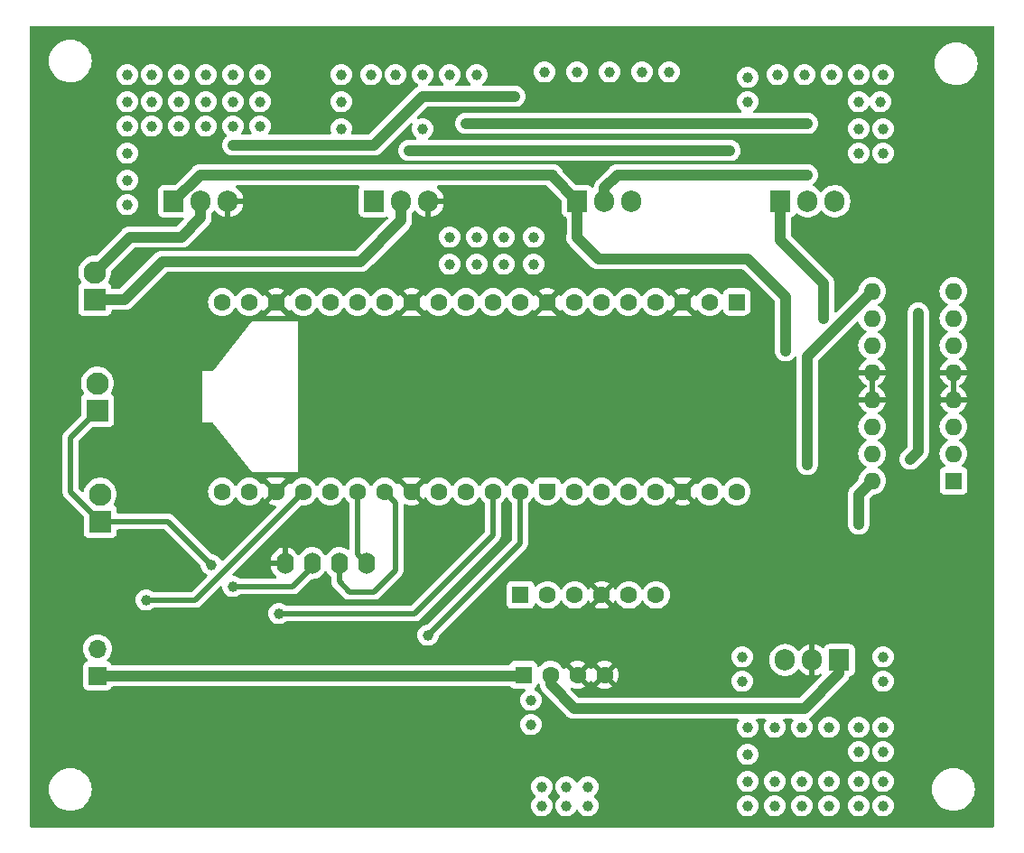
<source format=gbr>
%TF.GenerationSoftware,KiCad,Pcbnew,7.0.10*%
%TF.CreationDate,2024-03-26T13:20:43+05:30*%
%TF.ProjectId,PocketPCR,506f636b-6574-4504-9352-2e6b69636164,rev?*%
%TF.SameCoordinates,Original*%
%TF.FileFunction,Copper,L2,Bot*%
%TF.FilePolarity,Positive*%
%FSLAX46Y46*%
G04 Gerber Fmt 4.6, Leading zero omitted, Abs format (unit mm)*
G04 Created by KiCad (PCBNEW 7.0.10) date 2024-03-26 13:20:43*
%MOMM*%
%LPD*%
G01*
G04 APERTURE LIST*
G04 Aperture macros list*
%AMRoundRect*
0 Rectangle with rounded corners*
0 $1 Rounding radius*
0 $2 $3 $4 $5 $6 $7 $8 $9 X,Y pos of 4 corners*
0 Add a 4 corners polygon primitive as box body*
4,1,4,$2,$3,$4,$5,$6,$7,$8,$9,$2,$3,0*
0 Add four circle primitives for the rounded corners*
1,1,$1+$1,$2,$3*
1,1,$1+$1,$4,$5*
1,1,$1+$1,$6,$7*
1,1,$1+$1,$8,$9*
0 Add four rect primitives between the rounded corners*
20,1,$1+$1,$2,$3,$4,$5,0*
20,1,$1+$1,$4,$5,$6,$7,0*
20,1,$1+$1,$6,$7,$8,$9,0*
20,1,$1+$1,$8,$9,$2,$3,0*%
%AMFreePoly0*
4,1,28,0.605014,0.794986,0.644504,0.794986,0.724698,0.756366,0.780194,0.686777,0.800000,0.600000,0.800000,-0.600000,0.780194,-0.686777,0.724698,-0.756366,0.644504,-0.794986,0.605014,-0.794986,0.600000,-0.800000,0.000000,-0.800000,-0.178017,-0.779942,-0.347107,-0.720775,-0.498792,-0.625465,-0.625465,-0.498792,-0.720775,-0.347107,-0.779942,-0.178017,-0.800000,0.000000,-0.779942,0.178017,
-0.720775,0.347107,-0.625465,0.498792,-0.498792,0.625465,-0.347107,0.720775,-0.178017,0.779942,0.000000,0.800000,0.600000,0.800000,0.605014,0.794986,0.605014,0.794986,$1*%
%AMFreePoly1*
4,1,28,0.178017,0.779942,0.347107,0.720775,0.498792,0.625465,0.625465,0.498792,0.720775,0.347107,0.779942,0.178017,0.800000,0.000000,0.779942,-0.178017,0.720775,-0.347107,0.625465,-0.498792,0.498792,-0.625465,0.347107,-0.720775,0.178017,-0.779942,0.000000,-0.800000,-0.600000,-0.800000,-0.605014,-0.794986,-0.644504,-0.794986,-0.724698,-0.756366,-0.780194,-0.686777,-0.800000,-0.600000,
-0.800000,0.600000,-0.780194,0.686777,-0.724698,0.756366,-0.644504,0.794986,-0.605014,0.794986,-0.600000,0.800000,0.000000,0.800000,0.178017,0.779942,0.178017,0.779942,$1*%
G04 Aperture macros list end*
%TA.AperFunction,ComponentPad*%
%ADD10R,1.600000X1.600000*%
%TD*%
%TA.AperFunction,ComponentPad*%
%ADD11O,1.600000X1.600000*%
%TD*%
%TA.AperFunction,ComponentPad*%
%ADD12R,1.905000X2.000000*%
%TD*%
%TA.AperFunction,ComponentPad*%
%ADD13O,1.905000X2.000000*%
%TD*%
%TA.AperFunction,ComponentPad*%
%ADD14R,2.100000X2.100000*%
%TD*%
%TA.AperFunction,ComponentPad*%
%ADD15C,2.100000*%
%TD*%
%TA.AperFunction,ComponentPad*%
%ADD16O,1.600000X2.000000*%
%TD*%
%TA.AperFunction,ComponentPad*%
%ADD17C,1.600000*%
%TD*%
%TA.AperFunction,ComponentPad*%
%ADD18R,1.700000X1.700000*%
%TD*%
%TA.AperFunction,ComponentPad*%
%ADD19O,1.700000X1.700000*%
%TD*%
%TA.AperFunction,ComponentPad*%
%ADD20RoundRect,0.200000X-0.600000X0.600000X-0.600000X-0.600000X0.600000X-0.600000X0.600000X0.600000X0*%
%TD*%
%TA.AperFunction,ComponentPad*%
%ADD21FreePoly0,270.000000*%
%TD*%
%TA.AperFunction,ComponentPad*%
%ADD22FreePoly1,270.000000*%
%TD*%
%TA.AperFunction,ViaPad*%
%ADD23C,1.000000*%
%TD*%
%TA.AperFunction,Conductor*%
%ADD24C,1.000000*%
%TD*%
%TA.AperFunction,Conductor*%
%ADD25C,0.500000*%
%TD*%
G04 APERTURE END LIST*
D10*
%TO.P,U5,1,EN1\u002C2*%
%TO.N,Net-(U5-EN1\u002C2)*%
X169164000Y-93980000D03*
D11*
%TO.P,U5,2,1A*%
%TO.N,unconnected-(U5-1A-Pad2)*%
X169164000Y-91440000D03*
%TO.P,U5,3,1Y*%
%TO.N,unconnected-(U5-1Y-Pad3)*%
X169164000Y-88900000D03*
%TO.P,U5,4,GND*%
%TO.N,GND*%
X169164000Y-86360000D03*
%TO.P,U5,5,GND*%
X169164000Y-83820000D03*
%TO.P,U5,6,2Y*%
%TO.N,unconnected-(U5-2Y-Pad6)*%
X169164000Y-81280000D03*
%TO.P,U5,7,2A*%
%TO.N,unconnected-(U5-2A-Pad7)*%
X169164000Y-78740000D03*
%TO.P,U5,8,VCC2*%
%TO.N,V_USB*%
X169164000Y-76200000D03*
%TO.P,U5,9,EN3\u002C4*%
%TO.N,Net-(U5-EN3\u002C4)*%
X161544000Y-76200000D03*
%TO.P,U5,10,3A*%
%TO.N,Net-(U5-3A)*%
X161544000Y-78740000D03*
%TO.P,U5,11,3Y*%
%TO.N,/HBRG_IN1*%
X161544000Y-81280000D03*
%TO.P,U5,12,GND*%
%TO.N,GND*%
X161544000Y-83820000D03*
%TO.P,U5,13,GND*%
X161544000Y-86360000D03*
%TO.P,U5,14,4Y*%
%TO.N,/HBRG_IN2*%
X161544000Y-88900000D03*
%TO.P,U5,15,4A*%
%TO.N,Net-(U5-4A)*%
X161544000Y-91440000D03*
%TO.P,U5,16,VCC1*%
%TO.N,V_USB*%
X161544000Y-93980000D03*
%TD*%
D12*
%TO.P,Q4,1,G*%
%TO.N,/HBRG_IN2*%
X96052000Y-67776000D03*
D13*
%TO.P,Q4,2,D*%
%TO.N,/HBRG_OUT2*%
X98592000Y-67776000D03*
%TO.P,Q4,3,S*%
%TO.N,GND*%
X101132000Y-67776000D03*
%TD*%
D14*
%TO.P,J4,1,Pin_1*%
%TO.N,/HBRG_OUT1*%
X88646000Y-76962000D03*
D15*
%TO.P,J4,2,Pin_2*%
%TO.N,/HBRG_OUT2*%
X88646000Y-74422000D03*
%TD*%
D14*
%TO.P,J1,1,Pin_1*%
%TO.N,/3.3V*%
X89154000Y-97790000D03*
D15*
%TO.P,J1,2,Pin_2*%
%TO.N,/LID*%
X89154000Y-95250000D03*
%TD*%
D16*
%TO.P,U4,1,GND*%
%TO.N,GND*%
X106486000Y-101709000D03*
%TO.P,U4,2,VCC*%
%TO.N,/3.3V*%
X109026000Y-101709000D03*
%TO.P,U4,3,SCL*%
%TO.N,/SCL*%
X111566000Y-101709000D03*
%TO.P,U4,4,SDA*%
%TO.N,/SDA*%
X114106000Y-101709000D03*
%TD*%
D10*
%TO.P,J5,1,Pin_1*%
%TO.N,V_USB*%
X128840500Y-112180500D03*
D17*
%TO.P,J5,2,Pin_2*%
X131380500Y-112180500D03*
%TO.P,J5,3,Pin_3*%
%TO.N,GND*%
X133920500Y-112180500D03*
%TO.P,J5,4,Pin_4*%
X136460500Y-112180500D03*
%TD*%
D12*
%TO.P,Q1,1,G*%
%TO.N,/HBRG_IN1*%
X152948000Y-67751000D03*
D13*
%TO.P,Q1,2,D*%
%TO.N,V_USB*%
X155488000Y-67751000D03*
%TO.P,Q1,3,S*%
%TO.N,/HBRG_OUT1*%
X158028000Y-67751000D03*
%TD*%
D18*
%TO.P,J3,1,Pin_1*%
%TO.N,V_USB*%
X88900000Y-112273000D03*
D19*
%TO.P,J3,2,Pin_2*%
%TO.N,Net-(J3-Pin_2)*%
X88900000Y-109733000D03*
%TD*%
D10*
%TO.P,HC-1,1,STATE*%
%TO.N,unconnected-(HC-1-STATE-Pad1)*%
X128571500Y-104686500D03*
D17*
%TO.P,HC-1,2,RXD*%
%TO.N,/BLUE_RX*%
X131101500Y-104686500D03*
%TO.P,HC-1,3,TXD*%
%TO.N,/BLUE_TX*%
X133651500Y-104686500D03*
%TO.P,HC-1,4,GND*%
%TO.N,GND*%
X136191500Y-104686500D03*
%TO.P,HC-1,5,VCC*%
%TO.N,/3.3V*%
X138731500Y-104686500D03*
%TO.P,HC-1,6,EN*%
%TO.N,unconnected-(HC-1-EN-Pad6)*%
X141271500Y-104686500D03*
%TD*%
D12*
%TO.P,Q3,1,G*%
%TO.N,/HBRG_IN2*%
X133898000Y-67751000D03*
D13*
%TO.P,Q3,2,D*%
%TO.N,V_USB*%
X136438000Y-67751000D03*
%TO.P,Q3,3,S*%
%TO.N,/HBRG_OUT2*%
X138978000Y-67751000D03*
%TD*%
D12*
%TO.P,Q2,1,G*%
%TO.N,/HBRG_IN1*%
X114848000Y-67751000D03*
D13*
%TO.P,Q2,2,D*%
%TO.N,/HBRG_OUT1*%
X117388000Y-67751000D03*
%TO.P,Q2,3,S*%
%TO.N,GND*%
X119928000Y-67751000D03*
%TD*%
D12*
%TO.P,U3,1,IN*%
%TO.N,V_USB*%
X158456000Y-110793500D03*
D13*
%TO.P,U3,2,GND*%
%TO.N,GND*%
X155916000Y-110793500D03*
%TO.P,U3,3,OUT*%
%TO.N,V_REG*%
X153376000Y-110793500D03*
%TD*%
D20*
%TO.P,U2,1,GPIO0*%
%TO.N,/MD_IN1*%
X148844000Y-77216000D03*
D17*
%TO.P,U2,2,GPIO1*%
%TO.N,/MD_IN2*%
X146304000Y-77216000D03*
D21*
%TO.P,U2,3,GND*%
%TO.N,GND*%
X143764000Y-77216000D03*
D17*
%TO.P,U2,4,GPIO2*%
%TO.N,unconnected-(U2-GPIO2-Pad4)*%
X141224000Y-77216000D03*
%TO.P,U2,5,GPIO3*%
%TO.N,unconnected-(U2-GPIO3-Pad5)*%
X138684000Y-77216000D03*
%TO.P,U2,6,GPIO4*%
%TO.N,unconnected-(U2-GPIO4-Pad6)*%
X136144000Y-77216000D03*
%TO.P,U2,7,GPIO5*%
%TO.N,unconnected-(U2-GPIO5-Pad7)*%
X133604000Y-77216000D03*
D21*
%TO.P,U2,8,GND*%
%TO.N,GND*%
X131064000Y-77216000D03*
D17*
%TO.P,U2,9,GPIO6*%
%TO.N,unconnected-(U2-GPIO6-Pad9)*%
X128524000Y-77216000D03*
%TO.P,U2,10,GPIO7*%
%TO.N,unconnected-(U2-GPIO7-Pad10)*%
X125984000Y-77216000D03*
%TO.P,U2,11,GPIO8*%
%TO.N,unconnected-(U2-GPIO8-Pad11)*%
X123444000Y-77216000D03*
%TO.P,U2,12,GPIO9*%
%TO.N,unconnected-(U2-GPIO9-Pad12)*%
X120904000Y-77216000D03*
D21*
%TO.P,U2,13,GND*%
%TO.N,GND*%
X118364000Y-77216000D03*
D17*
%TO.P,U2,14,GPIO10*%
%TO.N,unconnected-(U2-GPIO10-Pad14)*%
X115824000Y-77216000D03*
%TO.P,U2,15,GPIO11*%
%TO.N,unconnected-(U2-GPIO11-Pad15)*%
X113284000Y-77216000D03*
%TO.P,U2,16,GPIO12*%
%TO.N,unconnected-(U2-GPIO12-Pad16)*%
X110744000Y-77216000D03*
%TO.P,U2,17,GPIO13*%
%TO.N,unconnected-(U2-GPIO13-Pad17)*%
X108204000Y-77216000D03*
D21*
%TO.P,U2,18,GND*%
%TO.N,GND*%
X105664000Y-77216000D03*
D17*
%TO.P,U2,19,GPIO14*%
%TO.N,unconnected-(U2-GPIO14-Pad19)*%
X103124000Y-77216000D03*
%TO.P,U2,20,GPIO15*%
%TO.N,unconnected-(U2-GPIO15-Pad20)*%
X100584000Y-77216000D03*
%TO.P,U2,21,GPIO16*%
%TO.N,/BLUE_RX*%
X100584000Y-94996000D03*
%TO.P,U2,22,GPIO17*%
%TO.N,/BLUE_TX*%
X103124000Y-94996000D03*
D22*
%TO.P,U2,23,GND*%
%TO.N,GND*%
X105664000Y-94996000D03*
D17*
%TO.P,U2,24,GPIO18*%
%TO.N,/FAN*%
X108204000Y-94996000D03*
%TO.P,U2,25,GPIO19*%
%TO.N,unconnected-(U2-GPIO19-Pad25)*%
X110744000Y-94996000D03*
%TO.P,U2,26,GPIO20*%
%TO.N,/SDA*%
X113284000Y-94996000D03*
%TO.P,U2,27,GPIO21*%
%TO.N,/SCL*%
X115824000Y-94996000D03*
D22*
%TO.P,U2,28,GND*%
%TO.N,GND*%
X118364000Y-94996000D03*
D17*
%TO.P,U2,29,GPIO22*%
%TO.N,unconnected-(U2-GPIO22-Pad29)*%
X120904000Y-94996000D03*
%TO.P,U2,30,RUN*%
%TO.N,unconnected-(U2-RUN-Pad30)*%
X123444000Y-94996000D03*
%TO.P,U2,31,GPIO26_ADC0*%
%TO.N,/BLOCK*%
X125984000Y-94996000D03*
%TO.P,U2,32,GPIO27_ADC1*%
%TO.N,/LID*%
X128524000Y-94996000D03*
D22*
%TO.P,U2,33,AGND*%
%TO.N,unconnected-(U2-AGND-Pad33)*%
X131064000Y-94996000D03*
D17*
%TO.P,U2,34,GPIO28_ADC2*%
%TO.N,unconnected-(U2-GPIO28_ADC2-Pad34)*%
X133604000Y-94996000D03*
%TO.P,U2,35,ADC_VREF*%
%TO.N,unconnected-(U2-ADC_VREF-Pad35)*%
X136144000Y-94996000D03*
%TO.P,U2,36,3V3*%
%TO.N,/3.3V*%
X138684000Y-94996000D03*
%TO.P,U2,37,3V3_EN*%
%TO.N,unconnected-(U2-3V3_EN-Pad37)*%
X141224000Y-94996000D03*
D22*
%TO.P,U2,38,GND*%
%TO.N,GND*%
X143764000Y-94996000D03*
D17*
%TO.P,U2,39,VSYS*%
%TO.N,Net-(Q5-S)*%
X146304000Y-94996000D03*
%TO.P,U2,40,VBUS*%
%TO.N,Net-(Q5-G)*%
X148844000Y-94996000D03*
%TD*%
D14*
%TO.P,J2,1,Pin_1*%
%TO.N,/3.3V*%
X88900000Y-87376000D03*
D15*
%TO.P,J2,2,Pin_2*%
%TO.N,/BLOCK*%
X88900000Y-84836000D03*
%TD*%
D23*
%TO.N,*%
X162560000Y-60960000D03*
X96520000Y-58420000D03*
X93980000Y-58420000D03*
X121920000Y-71120000D03*
X91694000Y-63246000D03*
X101600000Y-58420000D03*
X129794000Y-73660000D03*
X99060000Y-58420000D03*
X99060000Y-60706000D03*
X124460000Y-73660000D03*
X133858000Y-55626000D03*
X160274000Y-58420000D03*
X134874000Y-122682000D03*
X152400000Y-122174000D03*
X149352000Y-110490000D03*
X160274000Y-119380000D03*
X154940000Y-117094000D03*
X149352000Y-112776000D03*
X162560000Y-63246000D03*
X149860000Y-56134000D03*
X96520000Y-55880000D03*
X157734000Y-55880000D03*
X155194000Y-55880000D03*
X91694000Y-65786000D03*
X121920000Y-55880000D03*
X127000000Y-71120000D03*
X130556000Y-124460000D03*
X111760000Y-58420000D03*
X162560000Y-112776000D03*
X124460000Y-55880000D03*
X111760000Y-55880000D03*
X96520000Y-60706000D03*
X132842000Y-124460000D03*
X160274000Y-124460000D03*
X160274000Y-122174000D03*
X99060000Y-55880000D03*
X111760000Y-60960000D03*
X162560000Y-117094000D03*
X162560000Y-110490000D03*
X149860000Y-58420000D03*
X134874000Y-124460000D03*
X130810000Y-55626000D03*
X124460000Y-71120000D03*
X91694000Y-60706000D03*
X142494000Y-55626000D03*
X157480000Y-124460000D03*
X91694000Y-55880000D03*
X101600000Y-55880000D03*
X104140000Y-60706000D03*
X157480000Y-117094000D03*
X149860000Y-119634000D03*
X162560000Y-122174000D03*
X162560000Y-55880000D03*
X104140000Y-55880000D03*
X152654000Y-55880000D03*
X129540000Y-116840000D03*
X152400000Y-117094000D03*
X130556000Y-122682000D03*
X139954000Y-55626000D03*
X91694000Y-68072000D03*
X119380000Y-60960000D03*
X127000000Y-73660000D03*
X160274000Y-55880000D03*
X93980000Y-55880000D03*
X129794000Y-71120000D03*
X157480000Y-122174000D03*
X160274000Y-63246000D03*
X162306000Y-58420000D03*
X93980000Y-60706000D03*
X114554000Y-55880000D03*
X160274000Y-60960000D03*
X132842000Y-122682000D03*
X160274000Y-117094000D03*
X162560000Y-119380000D03*
X149860000Y-117094000D03*
X136906000Y-55626000D03*
X149860000Y-122174000D03*
X116840000Y-55880000D03*
X91694000Y-58420000D03*
X154940000Y-122174000D03*
X121920000Y-73660000D03*
X119380000Y-55880000D03*
X149860000Y-124460000D03*
X101600000Y-60706000D03*
X162560000Y-124460000D03*
X104140000Y-58420000D03*
X152400000Y-124460000D03*
X129540000Y-114554000D03*
X154940000Y-124460000D03*
%TO.N,V_USB*%
X165100000Y-91948000D03*
X165862000Y-78232000D03*
X155448000Y-65278000D03*
X160274000Y-98044000D03*
%TO.N,GND*%
X167640000Y-86360000D03*
X163322000Y-83820000D03*
%TO.N,/3.3V*%
X99568000Y-101854000D03*
X101600000Y-103886000D03*
%TO.N,/HBRG_OUT1*%
X123444000Y-60452000D03*
X155448000Y-60452000D03*
%TO.N,/HBRG_OUT2*%
X128016000Y-57912000D03*
X101600000Y-62484000D03*
%TO.N,/LID*%
X119888000Y-108458000D03*
%TO.N,/BLOCK*%
X105918000Y-106426000D03*
%TO.N,/HBRG_IN2*%
X153416000Y-81788000D03*
%TO.N,/HBRG_IN1*%
X156972000Y-78740000D03*
X118110000Y-62992000D03*
X148189000Y-62992000D03*
%TO.N,/FAN*%
X93472000Y-105156000D03*
%TO.N,Net-(U5-EN3\u002C4)*%
X155448000Y-92456000D03*
%TD*%
D24*
%TO.N,V_USB*%
X131380500Y-113092500D02*
X131380500Y-112180500D01*
X165100000Y-91948000D02*
X165862000Y-91186000D01*
X158456000Y-112054000D02*
X155194000Y-115316000D01*
X155448000Y-65278000D02*
X137668000Y-65278000D01*
X165862000Y-91186000D02*
X165862000Y-78232000D01*
X160274000Y-95250000D02*
X161544000Y-93980000D01*
X88905000Y-112268000D02*
X128753000Y-112268000D01*
X88900000Y-112273000D02*
X88905000Y-112268000D01*
X133604000Y-115316000D02*
X131380500Y-113092500D01*
X155194000Y-115316000D02*
X133604000Y-115316000D01*
X128753000Y-112268000D02*
X128840500Y-112180500D01*
X160274000Y-98044000D02*
X160274000Y-95250000D01*
X136438000Y-66508000D02*
X136438000Y-67751000D01*
X158456000Y-110793500D02*
X158456000Y-112054000D01*
X137668000Y-65278000D02*
X136438000Y-66508000D01*
D25*
%TO.N,GND*%
X161544000Y-83820000D02*
X163322000Y-83820000D01*
X169164000Y-86360000D02*
X167640000Y-86360000D01*
%TO.N,/3.3V*%
X86360000Y-94996000D02*
X86360000Y-89916000D01*
X99568000Y-101854000D02*
X95504000Y-97790000D01*
X89154000Y-97790000D02*
X86360000Y-94996000D01*
X86360000Y-89916000D02*
X88900000Y-87376000D01*
X107188000Y-103886000D02*
X101600000Y-103886000D01*
X109026000Y-101709000D02*
X109026000Y-102048000D01*
X95504000Y-97790000D02*
X89154000Y-97790000D01*
X109026000Y-102048000D02*
X107188000Y-103886000D01*
D24*
%TO.N,/HBRG_OUT1*%
X117388000Y-69556000D02*
X117388000Y-67751000D01*
X91440000Y-76962000D02*
X94996000Y-73406000D01*
X88646000Y-76962000D02*
X91440000Y-76962000D01*
X155448000Y-60452000D02*
X123444000Y-60452000D01*
X113538000Y-73406000D02*
X117388000Y-69556000D01*
X94996000Y-73406000D02*
X113538000Y-73406000D01*
%TO.N,/HBRG_OUT2*%
X91948000Y-71120000D02*
X96774000Y-71120000D01*
X114808000Y-62484000D02*
X119380000Y-57912000D01*
X98592000Y-69302000D02*
X98592000Y-67776000D01*
X96774000Y-71120000D02*
X98592000Y-69302000D01*
X101600000Y-62484000D02*
X114808000Y-62484000D01*
X88646000Y-74422000D02*
X91948000Y-71120000D01*
X119380000Y-57912000D02*
X128016000Y-57912000D01*
D25*
%TO.N,/LID*%
X119888000Y-108458000D02*
X128524000Y-99822000D01*
X128524000Y-99822000D02*
X128524000Y-94996000D01*
%TO.N,/BLOCK*%
X118618000Y-106426000D02*
X125984000Y-99060000D01*
X105918000Y-106426000D02*
X118618000Y-106426000D01*
X125984000Y-99060000D02*
X125984000Y-94996000D01*
%TO.N,/SDA*%
X113284000Y-100887000D02*
X114106000Y-101709000D01*
X113284000Y-94996000D02*
X113284000Y-100887000D01*
D24*
%TO.N,/HBRG_IN2*%
X153416000Y-76708000D02*
X149860000Y-73152000D01*
X153416000Y-81788000D02*
X153416000Y-76708000D01*
X149860000Y-73152000D02*
X135890000Y-73152000D01*
X131572000Y-65278000D02*
X131572000Y-65425000D01*
X133898000Y-71080000D02*
X133898000Y-67751000D01*
X98550000Y-65278000D02*
X131572000Y-65278000D01*
X135890000Y-73152000D02*
X133858000Y-71120000D01*
X133858000Y-71120000D02*
X133898000Y-71080000D01*
X96052000Y-67776000D02*
X98550000Y-65278000D01*
X131572000Y-65425000D02*
X133898000Y-67751000D01*
%TO.N,/HBRG_IN1*%
X152948000Y-71334000D02*
X152948000Y-67751000D01*
X156972000Y-78740000D02*
X156972000Y-75438000D01*
X148189000Y-62992000D02*
X118110000Y-62992000D01*
X152908000Y-71374000D02*
X152948000Y-71334000D01*
X156972000Y-75438000D02*
X152908000Y-71374000D01*
D25*
%TO.N,/FAN*%
X98044000Y-105156000D02*
X93472000Y-105156000D01*
X108204000Y-95504000D02*
X108204000Y-94996000D01*
X108204000Y-94996000D02*
X98044000Y-105156000D01*
%TO.N,/SCL*%
X116840000Y-102362000D02*
X114808000Y-104394000D01*
X111566000Y-103438000D02*
X111566000Y-101709000D01*
X114808000Y-104394000D02*
X112522000Y-104394000D01*
X115824000Y-94996000D02*
X116840000Y-96012000D01*
X112522000Y-104394000D02*
X111566000Y-103438000D01*
X116840000Y-96012000D02*
X116840000Y-102362000D01*
D24*
%TO.N,Net-(U5-EN3\u002C4)*%
X155448000Y-82296000D02*
X161544000Y-76200000D01*
X155448000Y-92456000D02*
X155448000Y-82296000D01*
%TD*%
%TA.AperFunction,Conductor*%
%TO.N,GND*%
G36*
X112081865Y-95539348D02*
G01*
X112126381Y-95590724D01*
X112137260Y-95614053D01*
X112153429Y-95648728D01*
X112153432Y-95648734D01*
X112283954Y-95835141D01*
X112444859Y-95996046D01*
X112480621Y-96021086D01*
X112524247Y-96075662D01*
X112533500Y-96122662D01*
X112533500Y-100360631D01*
X112513815Y-100427670D01*
X112461011Y-100473425D01*
X112391853Y-100483369D01*
X112338377Y-100462206D01*
X112218734Y-100378432D01*
X112218732Y-100378431D01*
X112012497Y-100282261D01*
X112012488Y-100282258D01*
X111792697Y-100223366D01*
X111792693Y-100223365D01*
X111792692Y-100223365D01*
X111792691Y-100223364D01*
X111792686Y-100223364D01*
X111566002Y-100203532D01*
X111565998Y-100203532D01*
X111339313Y-100223364D01*
X111339302Y-100223366D01*
X111119511Y-100282258D01*
X111119502Y-100282261D01*
X110913267Y-100378431D01*
X110913265Y-100378432D01*
X110726858Y-100508954D01*
X110565954Y-100669858D01*
X110435432Y-100856265D01*
X110435431Y-100856267D01*
X110408382Y-100914275D01*
X110362209Y-100966714D01*
X110295016Y-100985866D01*
X110228135Y-100965650D01*
X110183618Y-100914275D01*
X110156686Y-100856520D01*
X110156568Y-100856266D01*
X110026047Y-100669861D01*
X110026045Y-100669858D01*
X109865141Y-100508954D01*
X109678734Y-100378432D01*
X109678732Y-100378431D01*
X109472497Y-100282261D01*
X109472488Y-100282258D01*
X109252697Y-100223366D01*
X109252693Y-100223365D01*
X109252692Y-100223365D01*
X109252691Y-100223364D01*
X109252686Y-100223364D01*
X109026002Y-100203532D01*
X109025998Y-100203532D01*
X108799313Y-100223364D01*
X108799302Y-100223366D01*
X108579511Y-100282258D01*
X108579502Y-100282261D01*
X108373267Y-100378431D01*
X108373265Y-100378432D01*
X108186858Y-100508954D01*
X108025954Y-100669858D01*
X107918441Y-100823405D01*
X107895432Y-100856266D01*
X107895315Y-100856518D01*
X107868106Y-100914867D01*
X107821933Y-100967306D01*
X107754739Y-100986457D01*
X107687858Y-100966241D01*
X107643342Y-100914865D01*
X107616135Y-100856520D01*
X107616134Y-100856518D01*
X107485657Y-100670179D01*
X107324820Y-100509342D01*
X107138482Y-100378865D01*
X106932328Y-100282734D01*
X106736000Y-100230127D01*
X106736000Y-101273498D01*
X106628315Y-101224320D01*
X106521763Y-101209000D01*
X106450237Y-101209000D01*
X106343685Y-101224320D01*
X106236000Y-101273498D01*
X106236000Y-100230127D01*
X106039671Y-100282734D01*
X105833517Y-100378865D01*
X105647179Y-100509342D01*
X105486342Y-100670179D01*
X105355865Y-100856517D01*
X105259734Y-101062673D01*
X105259730Y-101062682D01*
X105200860Y-101282389D01*
X105200858Y-101282400D01*
X105186000Y-101452233D01*
X105186000Y-101459000D01*
X106052314Y-101459000D01*
X106026507Y-101499156D01*
X105986000Y-101637111D01*
X105986000Y-101780889D01*
X106026507Y-101918844D01*
X106052314Y-101959000D01*
X105186000Y-101959000D01*
X105186000Y-101965766D01*
X105200858Y-102135599D01*
X105200860Y-102135610D01*
X105259730Y-102355317D01*
X105259734Y-102355326D01*
X105355865Y-102561482D01*
X105486342Y-102747820D01*
X105647181Y-102908659D01*
X105648986Y-102909923D01*
X105649595Y-102910685D01*
X105651329Y-102912140D01*
X105651036Y-102912488D01*
X105692613Y-102964498D01*
X105699808Y-103033997D01*
X105668288Y-103096352D01*
X105608059Y-103131768D01*
X105577866Y-103135500D01*
X102306978Y-103135500D01*
X102239939Y-103115815D01*
X102228313Y-103107353D01*
X102158539Y-103050090D01*
X102158532Y-103050086D01*
X101984733Y-102957188D01*
X101984727Y-102957186D01*
X101834477Y-102911608D01*
X101796129Y-102899975D01*
X101661282Y-102886694D01*
X101596495Y-102860533D01*
X101556137Y-102803498D01*
X101553020Y-102733698D01*
X101585754Y-102675612D01*
X107938652Y-96322714D01*
X107999973Y-96289231D01*
X108037135Y-96286869D01*
X108180366Y-96299400D01*
X108203999Y-96301468D01*
X108204000Y-96301468D01*
X108204002Y-96301468D01*
X108264168Y-96296204D01*
X108430692Y-96281635D01*
X108650496Y-96222739D01*
X108856734Y-96126568D01*
X109043139Y-95996047D01*
X109204047Y-95835139D01*
X109334568Y-95648734D01*
X109361618Y-95590724D01*
X109407790Y-95538285D01*
X109474983Y-95519133D01*
X109541865Y-95539348D01*
X109586381Y-95590724D01*
X109597260Y-95614053D01*
X109613429Y-95648728D01*
X109613432Y-95648734D01*
X109743954Y-95835141D01*
X109904858Y-95996045D01*
X109904861Y-95996047D01*
X110091266Y-96126568D01*
X110297504Y-96222739D01*
X110517308Y-96281635D01*
X110679230Y-96295801D01*
X110743998Y-96301468D01*
X110744000Y-96301468D01*
X110744002Y-96301468D01*
X110804168Y-96296204D01*
X110970692Y-96281635D01*
X111190496Y-96222739D01*
X111396734Y-96126568D01*
X111583139Y-95996047D01*
X111744047Y-95835139D01*
X111874568Y-95648734D01*
X111901618Y-95590724D01*
X111947790Y-95538285D01*
X112014983Y-95519133D01*
X112081865Y-95539348D01*
G37*
%TD.AperFunction*%
%TA.AperFunction,Conductor*%
G36*
X161794000Y-86044314D02*
G01*
X161782045Y-86032359D01*
X161669148Y-85974835D01*
X161575481Y-85960000D01*
X161512519Y-85960000D01*
X161418852Y-85974835D01*
X161305955Y-86032359D01*
X161294000Y-86044314D01*
X161294000Y-84135686D01*
X161305955Y-84147641D01*
X161418852Y-84205165D01*
X161512519Y-84220000D01*
X161575481Y-84220000D01*
X161669148Y-84205165D01*
X161782045Y-84147641D01*
X161794000Y-84135686D01*
X161794000Y-86044314D01*
G37*
%TD.AperFunction*%
%TA.AperFunction,Conductor*%
G36*
X113443325Y-66298185D02*
G01*
X113489080Y-66350989D01*
X113499024Y-66420147D01*
X113475553Y-66476811D01*
X113451703Y-66508669D01*
X113451702Y-66508671D01*
X113401408Y-66643517D01*
X113395001Y-66703116D01*
X113395000Y-66703135D01*
X113395000Y-68798870D01*
X113395001Y-68798876D01*
X113401408Y-68858483D01*
X113451702Y-68993328D01*
X113451706Y-68993335D01*
X113537952Y-69108544D01*
X113537955Y-69108547D01*
X113653164Y-69194793D01*
X113653171Y-69194797D01*
X113788017Y-69245091D01*
X113788016Y-69245091D01*
X113794944Y-69245835D01*
X113847627Y-69251500D01*
X115848372Y-69251499D01*
X115907983Y-69245091D01*
X115973574Y-69220626D01*
X116043265Y-69215643D01*
X116104588Y-69249128D01*
X116138073Y-69310451D01*
X116133089Y-69380143D01*
X116104588Y-69424490D01*
X113159899Y-72369181D01*
X113098576Y-72402666D01*
X113072218Y-72405500D01*
X95010237Y-72405500D01*
X95007097Y-72405460D01*
X94970912Y-72404543D01*
X94919636Y-72403244D01*
X94919635Y-72403244D01*
X94919626Y-72403244D01*
X94861582Y-72413648D01*
X94852253Y-72414957D01*
X94793564Y-72420925D01*
X94764527Y-72430035D01*
X94749288Y-72433775D01*
X94719349Y-72439141D01*
X94664567Y-72461022D01*
X94655698Y-72464179D01*
X94599414Y-72481840D01*
X94599410Y-72481842D01*
X94572811Y-72496605D01*
X94558638Y-72503336D01*
X94530382Y-72514623D01*
X94530378Y-72514625D01*
X94481122Y-72547086D01*
X94473069Y-72551965D01*
X94421501Y-72580588D01*
X94398413Y-72600408D01*
X94385887Y-72609852D01*
X94360485Y-72626594D01*
X94360478Y-72626600D01*
X94318774Y-72668303D01*
X94311869Y-72674703D01*
X94267102Y-72713136D01*
X94248480Y-72737193D01*
X94238108Y-72748969D01*
X91061899Y-75925181D01*
X91000576Y-75958666D01*
X90974218Y-75961500D01*
X90318351Y-75961500D01*
X90251312Y-75941815D01*
X90205557Y-75889011D01*
X90195061Y-75850752D01*
X90190091Y-75804516D01*
X90139797Y-75669671D01*
X90139793Y-75669664D01*
X90053547Y-75554455D01*
X90053544Y-75554452D01*
X89949966Y-75476913D01*
X89908095Y-75420979D01*
X89903111Y-75351288D01*
X89918548Y-75312860D01*
X90031777Y-75128089D01*
X90125172Y-74902612D01*
X90182146Y-74665302D01*
X90201294Y-74422000D01*
X90195537Y-74348854D01*
X90209901Y-74280478D01*
X90231471Y-74251448D01*
X92326101Y-72156819D01*
X92387424Y-72123334D01*
X92413782Y-72120500D01*
X96759721Y-72120500D01*
X96762863Y-72120540D01*
X96850358Y-72122757D01*
X96850358Y-72122756D01*
X96850363Y-72122757D01*
X96908425Y-72112349D01*
X96917754Y-72111041D01*
X96976438Y-72105074D01*
X97005471Y-72095964D01*
X97020700Y-72092226D01*
X97050653Y-72086858D01*
X97050657Y-72086856D01*
X97050659Y-72086856D01*
X97105423Y-72064980D01*
X97114292Y-72061821D01*
X97170588Y-72044159D01*
X97197200Y-72029387D01*
X97211362Y-72022662D01*
X97239617Y-72011377D01*
X97288879Y-71978909D01*
X97296910Y-71974043D01*
X97348502Y-71945409D01*
X97348509Y-71945402D01*
X97348512Y-71945401D01*
X97371583Y-71925594D01*
X97384125Y-71916137D01*
X97409519Y-71899402D01*
X97451237Y-71857682D01*
X97458122Y-71851301D01*
X97502895Y-71812866D01*
X97521520Y-71788802D01*
X97531880Y-71777039D01*
X99289409Y-70019510D01*
X99291578Y-70017395D01*
X99355053Y-69957059D01*
X99388750Y-69908644D01*
X99394417Y-69901126D01*
X99431698Y-69855407D01*
X99445788Y-69828430D01*
X99453909Y-69815026D01*
X99471295Y-69790049D01*
X99494563Y-69735825D01*
X99498582Y-69727361D01*
X99525909Y-69675049D01*
X99534275Y-69645808D01*
X99539544Y-69631009D01*
X99551538Y-69603062D01*
X99551540Y-69603058D01*
X99563421Y-69545238D01*
X99565650Y-69536155D01*
X99581886Y-69479418D01*
X99584196Y-69449080D01*
X99586376Y-69433540D01*
X99592500Y-69403743D01*
X99592500Y-69344754D01*
X99592858Y-69335339D01*
X99594753Y-69310451D01*
X99597337Y-69276524D01*
X99593493Y-69246339D01*
X99592500Y-69230675D01*
X99592500Y-68930393D01*
X99612185Y-68863354D01*
X99625263Y-68846417D01*
X99742551Y-68719010D01*
X99758489Y-68694613D01*
X99811631Y-68649258D01*
X99880862Y-68639831D01*
X99944199Y-68669330D01*
X99966106Y-68694611D01*
X99981847Y-68718704D01*
X99981851Y-68718710D01*
X100144873Y-68895797D01*
X100144883Y-68895806D01*
X100334831Y-69043649D01*
X100334840Y-69043655D01*
X100546531Y-69158215D01*
X100546545Y-69158221D01*
X100774207Y-69236379D01*
X100882000Y-69254366D01*
X100882000Y-68267683D01*
X100910819Y-68285209D01*
X101056404Y-68326000D01*
X101169622Y-68326000D01*
X101281783Y-68310584D01*
X101382000Y-68267053D01*
X101382000Y-69254365D01*
X101489792Y-69236379D01*
X101717454Y-69158221D01*
X101717468Y-69158215D01*
X101929159Y-69043655D01*
X101929168Y-69043649D01*
X102119116Y-68895806D01*
X102119126Y-68895797D01*
X102282148Y-68718710D01*
X102282156Y-68718699D01*
X102413813Y-68517184D01*
X102510508Y-68296740D01*
X102569599Y-68063395D01*
X102569599Y-68063394D01*
X102572697Y-68026000D01*
X101626852Y-68026000D01*
X101675559Y-67888953D01*
X101685877Y-67738114D01*
X101655116Y-67590085D01*
X101621910Y-67526000D01*
X102572697Y-67526000D01*
X102569599Y-67488605D01*
X102569599Y-67488604D01*
X102510508Y-67255259D01*
X102413813Y-67034815D01*
X102282156Y-66833300D01*
X102282148Y-66833289D01*
X102119126Y-66656202D01*
X102119116Y-66656193D01*
X101929167Y-66508349D01*
X101926038Y-66506305D01*
X101880684Y-66453157D01*
X101871264Y-66383925D01*
X101900769Y-66320591D01*
X101959831Y-66283262D01*
X101993865Y-66278500D01*
X113376286Y-66278500D01*
X113443325Y-66298185D01*
G37*
%TD.AperFunction*%
%TA.AperFunction,Conductor*%
G36*
X169414000Y-86044314D02*
G01*
X169402045Y-86032359D01*
X169289148Y-85974835D01*
X169195481Y-85960000D01*
X169132519Y-85960000D01*
X169038852Y-85974835D01*
X168925955Y-86032359D01*
X168914000Y-86044314D01*
X168914000Y-84135686D01*
X168925955Y-84147641D01*
X169038852Y-84205165D01*
X169132519Y-84220000D01*
X169195481Y-84220000D01*
X169289148Y-84205165D01*
X169402045Y-84147641D01*
X169414000Y-84135686D01*
X169414000Y-86044314D01*
G37*
%TD.AperFunction*%
%TA.AperFunction,Conductor*%
G36*
X172917039Y-51327685D02*
G01*
X172962794Y-51380489D01*
X172974000Y-51432000D01*
X172974000Y-126368000D01*
X172954315Y-126435039D01*
X172901511Y-126480794D01*
X172850000Y-126492000D01*
X82674000Y-126492000D01*
X82606961Y-126472315D01*
X82561206Y-126419511D01*
X82550000Y-126368000D01*
X82550000Y-122936001D01*
X84354390Y-122936001D01*
X84374804Y-123221433D01*
X84435628Y-123501037D01*
X84435630Y-123501043D01*
X84435631Y-123501046D01*
X84475936Y-123609107D01*
X84535635Y-123769166D01*
X84672770Y-124020309D01*
X84672775Y-124020317D01*
X84844254Y-124249387D01*
X84844270Y-124249405D01*
X85046594Y-124451729D01*
X85046612Y-124451745D01*
X85275682Y-124623224D01*
X85275690Y-124623229D01*
X85526833Y-124760364D01*
X85526832Y-124760364D01*
X85526836Y-124760365D01*
X85526839Y-124760367D01*
X85794954Y-124860369D01*
X85794960Y-124860370D01*
X85794962Y-124860371D01*
X86074566Y-124921195D01*
X86074568Y-124921195D01*
X86074572Y-124921196D01*
X86288552Y-124936500D01*
X86431448Y-124936500D01*
X86645428Y-124921196D01*
X86925046Y-124860369D01*
X87193161Y-124760367D01*
X87444315Y-124623226D01*
X87662360Y-124460000D01*
X129550659Y-124460000D01*
X129569975Y-124656129D01*
X129569976Y-124656132D01*
X129624649Y-124836365D01*
X129627188Y-124844733D01*
X129720086Y-125018532D01*
X129720090Y-125018539D01*
X129845116Y-125170883D01*
X129997460Y-125295909D01*
X129997467Y-125295913D01*
X130171266Y-125388811D01*
X130171269Y-125388811D01*
X130171273Y-125388814D01*
X130359868Y-125446024D01*
X130556000Y-125465341D01*
X130752132Y-125446024D01*
X130940727Y-125388814D01*
X131114538Y-125295910D01*
X131266883Y-125170883D01*
X131391910Y-125018538D01*
X131484814Y-124844727D01*
X131542024Y-124656132D01*
X131561341Y-124460000D01*
X131836659Y-124460000D01*
X131855975Y-124656129D01*
X131855976Y-124656132D01*
X131910649Y-124836365D01*
X131913188Y-124844733D01*
X132006086Y-125018532D01*
X132006090Y-125018539D01*
X132131116Y-125170883D01*
X132283460Y-125295909D01*
X132283467Y-125295913D01*
X132457266Y-125388811D01*
X132457269Y-125388811D01*
X132457273Y-125388814D01*
X132645868Y-125446024D01*
X132842000Y-125465341D01*
X133038132Y-125446024D01*
X133226727Y-125388814D01*
X133400538Y-125295910D01*
X133552883Y-125170883D01*
X133677910Y-125018538D01*
X133695811Y-124985047D01*
X133748642Y-124886209D01*
X133797604Y-124836365D01*
X133865742Y-124820904D01*
X133931421Y-124844736D01*
X133967358Y-124886209D01*
X134038086Y-125018532D01*
X134038090Y-125018539D01*
X134163116Y-125170883D01*
X134315460Y-125295909D01*
X134315467Y-125295913D01*
X134489266Y-125388811D01*
X134489269Y-125388811D01*
X134489273Y-125388814D01*
X134677868Y-125446024D01*
X134874000Y-125465341D01*
X135070132Y-125446024D01*
X135258727Y-125388814D01*
X135432538Y-125295910D01*
X135584883Y-125170883D01*
X135709910Y-125018538D01*
X135802814Y-124844727D01*
X135860024Y-124656132D01*
X135879341Y-124460000D01*
X148854659Y-124460000D01*
X148873975Y-124656129D01*
X148873976Y-124656132D01*
X148928649Y-124836365D01*
X148931188Y-124844733D01*
X149024086Y-125018532D01*
X149024090Y-125018539D01*
X149149116Y-125170883D01*
X149301460Y-125295909D01*
X149301467Y-125295913D01*
X149475266Y-125388811D01*
X149475269Y-125388811D01*
X149475273Y-125388814D01*
X149663868Y-125446024D01*
X149860000Y-125465341D01*
X150056132Y-125446024D01*
X150244727Y-125388814D01*
X150418538Y-125295910D01*
X150570883Y-125170883D01*
X150695910Y-125018538D01*
X150788814Y-124844727D01*
X150846024Y-124656132D01*
X150865341Y-124460000D01*
X151394659Y-124460000D01*
X151413975Y-124656129D01*
X151413976Y-124656132D01*
X151468649Y-124836365D01*
X151471188Y-124844733D01*
X151564086Y-125018532D01*
X151564090Y-125018539D01*
X151689116Y-125170883D01*
X151841460Y-125295909D01*
X151841467Y-125295913D01*
X152015266Y-125388811D01*
X152015269Y-125388811D01*
X152015273Y-125388814D01*
X152203868Y-125446024D01*
X152400000Y-125465341D01*
X152596132Y-125446024D01*
X152784727Y-125388814D01*
X152958538Y-125295910D01*
X153110883Y-125170883D01*
X153235910Y-125018538D01*
X153328814Y-124844727D01*
X153386024Y-124656132D01*
X153405341Y-124460000D01*
X153934659Y-124460000D01*
X153953975Y-124656129D01*
X153953976Y-124656132D01*
X154008649Y-124836365D01*
X154011188Y-124844733D01*
X154104086Y-125018532D01*
X154104090Y-125018539D01*
X154229116Y-125170883D01*
X154381460Y-125295909D01*
X154381467Y-125295913D01*
X154555266Y-125388811D01*
X154555269Y-125388811D01*
X154555273Y-125388814D01*
X154743868Y-125446024D01*
X154940000Y-125465341D01*
X155136132Y-125446024D01*
X155324727Y-125388814D01*
X155498538Y-125295910D01*
X155650883Y-125170883D01*
X155775910Y-125018538D01*
X155868814Y-124844727D01*
X155926024Y-124656132D01*
X155945341Y-124460000D01*
X156474659Y-124460000D01*
X156493975Y-124656129D01*
X156493976Y-124656132D01*
X156548649Y-124836365D01*
X156551188Y-124844733D01*
X156644086Y-125018532D01*
X156644090Y-125018539D01*
X156769116Y-125170883D01*
X156921460Y-125295909D01*
X156921467Y-125295913D01*
X157095266Y-125388811D01*
X157095269Y-125388811D01*
X157095273Y-125388814D01*
X157283868Y-125446024D01*
X157480000Y-125465341D01*
X157676132Y-125446024D01*
X157864727Y-125388814D01*
X158038538Y-125295910D01*
X158190883Y-125170883D01*
X158315910Y-125018538D01*
X158408814Y-124844727D01*
X158466024Y-124656132D01*
X158485341Y-124460000D01*
X159268659Y-124460000D01*
X159287975Y-124656129D01*
X159287976Y-124656132D01*
X159342649Y-124836365D01*
X159345188Y-124844733D01*
X159438086Y-125018532D01*
X159438090Y-125018539D01*
X159563116Y-125170883D01*
X159715460Y-125295909D01*
X159715467Y-125295913D01*
X159889266Y-125388811D01*
X159889269Y-125388811D01*
X159889273Y-125388814D01*
X160077868Y-125446024D01*
X160274000Y-125465341D01*
X160470132Y-125446024D01*
X160658727Y-125388814D01*
X160832538Y-125295910D01*
X160984883Y-125170883D01*
X161109910Y-125018538D01*
X161202814Y-124844727D01*
X161260024Y-124656132D01*
X161279341Y-124460000D01*
X161554659Y-124460000D01*
X161573975Y-124656129D01*
X161573976Y-124656132D01*
X161628649Y-124836365D01*
X161631188Y-124844733D01*
X161724086Y-125018532D01*
X161724090Y-125018539D01*
X161849116Y-125170883D01*
X162001460Y-125295909D01*
X162001467Y-125295913D01*
X162175266Y-125388811D01*
X162175269Y-125388811D01*
X162175273Y-125388814D01*
X162363868Y-125446024D01*
X162560000Y-125465341D01*
X162756132Y-125446024D01*
X162944727Y-125388814D01*
X163118538Y-125295910D01*
X163270883Y-125170883D01*
X163395910Y-125018538D01*
X163488814Y-124844727D01*
X163546024Y-124656132D01*
X163565341Y-124460000D01*
X163546024Y-124263868D01*
X163488814Y-124075273D01*
X163488811Y-124075269D01*
X163488811Y-124075266D01*
X163395913Y-123901467D01*
X163395909Y-123901460D01*
X163270883Y-123749116D01*
X163118539Y-123624090D01*
X163118532Y-123624086D01*
X162944733Y-123531188D01*
X162944727Y-123531186D01*
X162818997Y-123493046D01*
X162756129Y-123473975D01*
X162560000Y-123454659D01*
X162363870Y-123473975D01*
X162175266Y-123531188D01*
X162001467Y-123624086D01*
X162001460Y-123624090D01*
X161849116Y-123749116D01*
X161724090Y-123901460D01*
X161724086Y-123901467D01*
X161631188Y-124075266D01*
X161573975Y-124263870D01*
X161554659Y-124460000D01*
X161279341Y-124460000D01*
X161260024Y-124263868D01*
X161202814Y-124075273D01*
X161202811Y-124075269D01*
X161202811Y-124075266D01*
X161109913Y-123901467D01*
X161109909Y-123901460D01*
X160984883Y-123749116D01*
X160832539Y-123624090D01*
X160832532Y-123624086D01*
X160658733Y-123531188D01*
X160658727Y-123531186D01*
X160532997Y-123493046D01*
X160470129Y-123473975D01*
X160274000Y-123454659D01*
X160077870Y-123473975D01*
X159889266Y-123531188D01*
X159715467Y-123624086D01*
X159715460Y-123624090D01*
X159563116Y-123749116D01*
X159438090Y-123901460D01*
X159438086Y-123901467D01*
X159345188Y-124075266D01*
X159287975Y-124263870D01*
X159268659Y-124460000D01*
X158485341Y-124460000D01*
X158466024Y-124263868D01*
X158408814Y-124075273D01*
X158408811Y-124075269D01*
X158408811Y-124075266D01*
X158315913Y-123901467D01*
X158315909Y-123901460D01*
X158190883Y-123749116D01*
X158038539Y-123624090D01*
X158038532Y-123624086D01*
X157864733Y-123531188D01*
X157864727Y-123531186D01*
X157738997Y-123493046D01*
X157676129Y-123473975D01*
X157480000Y-123454659D01*
X157283870Y-123473975D01*
X157095266Y-123531188D01*
X156921467Y-123624086D01*
X156921460Y-123624090D01*
X156769116Y-123749116D01*
X156644090Y-123901460D01*
X156644086Y-123901467D01*
X156551188Y-124075266D01*
X156493975Y-124263870D01*
X156474659Y-124460000D01*
X155945341Y-124460000D01*
X155926024Y-124263868D01*
X155868814Y-124075273D01*
X155868811Y-124075269D01*
X155868811Y-124075266D01*
X155775913Y-123901467D01*
X155775909Y-123901460D01*
X155650883Y-123749116D01*
X155498539Y-123624090D01*
X155498532Y-123624086D01*
X155324733Y-123531188D01*
X155324727Y-123531186D01*
X155198997Y-123493046D01*
X155136129Y-123473975D01*
X154940000Y-123454659D01*
X154743870Y-123473975D01*
X154555266Y-123531188D01*
X154381467Y-123624086D01*
X154381460Y-123624090D01*
X154229116Y-123749116D01*
X154104090Y-123901460D01*
X154104086Y-123901467D01*
X154011188Y-124075266D01*
X153953975Y-124263870D01*
X153934659Y-124460000D01*
X153405341Y-124460000D01*
X153386024Y-124263868D01*
X153328814Y-124075273D01*
X153328811Y-124075269D01*
X153328811Y-124075266D01*
X153235913Y-123901467D01*
X153235909Y-123901460D01*
X153110883Y-123749116D01*
X152958539Y-123624090D01*
X152958532Y-123624086D01*
X152784733Y-123531188D01*
X152784727Y-123531186D01*
X152658997Y-123493046D01*
X152596129Y-123473975D01*
X152400000Y-123454659D01*
X152203870Y-123473975D01*
X152015266Y-123531188D01*
X151841467Y-123624086D01*
X151841460Y-123624090D01*
X151689116Y-123749116D01*
X151564090Y-123901460D01*
X151564086Y-123901467D01*
X151471188Y-124075266D01*
X151413975Y-124263870D01*
X151394659Y-124460000D01*
X150865341Y-124460000D01*
X150846024Y-124263868D01*
X150788814Y-124075273D01*
X150788811Y-124075269D01*
X150788811Y-124075266D01*
X150695913Y-123901467D01*
X150695909Y-123901460D01*
X150570883Y-123749116D01*
X150418539Y-123624090D01*
X150418532Y-123624086D01*
X150244733Y-123531188D01*
X150244727Y-123531186D01*
X150118997Y-123493046D01*
X150056129Y-123473975D01*
X149860000Y-123454659D01*
X149663870Y-123473975D01*
X149475266Y-123531188D01*
X149301467Y-123624086D01*
X149301460Y-123624090D01*
X149149116Y-123749116D01*
X149024090Y-123901460D01*
X149024086Y-123901467D01*
X148931188Y-124075266D01*
X148873975Y-124263870D01*
X148854659Y-124460000D01*
X135879341Y-124460000D01*
X135860024Y-124263868D01*
X135802814Y-124075273D01*
X135802811Y-124075269D01*
X135802811Y-124075266D01*
X135709913Y-123901467D01*
X135709909Y-123901460D01*
X135584883Y-123749116D01*
X135484645Y-123666853D01*
X135445311Y-123609107D01*
X135443440Y-123539263D01*
X135479628Y-123479494D01*
X135484645Y-123475147D01*
X135584883Y-123392883D01*
X135709909Y-123240539D01*
X135709913Y-123240532D01*
X135720125Y-123221428D01*
X135802814Y-123066727D01*
X135860024Y-122878132D01*
X135879341Y-122682000D01*
X135860024Y-122485868D01*
X135802814Y-122297273D01*
X135802811Y-122297269D01*
X135802811Y-122297266D01*
X135736924Y-122174000D01*
X148854659Y-122174000D01*
X148873975Y-122370129D01*
X148931188Y-122558733D01*
X149024086Y-122732532D01*
X149024090Y-122732539D01*
X149149116Y-122884883D01*
X149301460Y-123009909D01*
X149301467Y-123009913D01*
X149475266Y-123102811D01*
X149475269Y-123102811D01*
X149475273Y-123102814D01*
X149663868Y-123160024D01*
X149860000Y-123179341D01*
X150056132Y-123160024D01*
X150244727Y-123102814D01*
X150418538Y-123009910D01*
X150570883Y-122884883D01*
X150695910Y-122732538D01*
X150788814Y-122558727D01*
X150846024Y-122370132D01*
X150865341Y-122174000D01*
X151394659Y-122174000D01*
X151413975Y-122370129D01*
X151471188Y-122558733D01*
X151564086Y-122732532D01*
X151564090Y-122732539D01*
X151689116Y-122884883D01*
X151841460Y-123009909D01*
X151841467Y-123009913D01*
X152015266Y-123102811D01*
X152015269Y-123102811D01*
X152015273Y-123102814D01*
X152203868Y-123160024D01*
X152400000Y-123179341D01*
X152596132Y-123160024D01*
X152784727Y-123102814D01*
X152958538Y-123009910D01*
X153110883Y-122884883D01*
X153235910Y-122732538D01*
X153328814Y-122558727D01*
X153386024Y-122370132D01*
X153405341Y-122174000D01*
X153934659Y-122174000D01*
X153953975Y-122370129D01*
X154011188Y-122558733D01*
X154104086Y-122732532D01*
X154104090Y-122732539D01*
X154229116Y-122884883D01*
X154381460Y-123009909D01*
X154381467Y-123009913D01*
X154555266Y-123102811D01*
X154555269Y-123102811D01*
X154555273Y-123102814D01*
X154743868Y-123160024D01*
X154940000Y-123179341D01*
X155136132Y-123160024D01*
X155324727Y-123102814D01*
X155498538Y-123009910D01*
X155650883Y-122884883D01*
X155775910Y-122732538D01*
X155868814Y-122558727D01*
X155926024Y-122370132D01*
X155945341Y-122174000D01*
X156474659Y-122174000D01*
X156493975Y-122370129D01*
X156551188Y-122558733D01*
X156644086Y-122732532D01*
X156644090Y-122732539D01*
X156769116Y-122884883D01*
X156921460Y-123009909D01*
X156921467Y-123009913D01*
X157095266Y-123102811D01*
X157095269Y-123102811D01*
X157095273Y-123102814D01*
X157283868Y-123160024D01*
X157480000Y-123179341D01*
X157676132Y-123160024D01*
X157864727Y-123102814D01*
X158038538Y-123009910D01*
X158190883Y-122884883D01*
X158315910Y-122732538D01*
X158408814Y-122558727D01*
X158466024Y-122370132D01*
X158485341Y-122174000D01*
X159268659Y-122174000D01*
X159287975Y-122370129D01*
X159345188Y-122558733D01*
X159438086Y-122732532D01*
X159438090Y-122732539D01*
X159563116Y-122884883D01*
X159715460Y-123009909D01*
X159715467Y-123009913D01*
X159889266Y-123102811D01*
X159889269Y-123102811D01*
X159889273Y-123102814D01*
X160077868Y-123160024D01*
X160274000Y-123179341D01*
X160470132Y-123160024D01*
X160658727Y-123102814D01*
X160832538Y-123009910D01*
X160984883Y-122884883D01*
X161109910Y-122732538D01*
X161202814Y-122558727D01*
X161260024Y-122370132D01*
X161279341Y-122174000D01*
X161554659Y-122174000D01*
X161573975Y-122370129D01*
X161631188Y-122558733D01*
X161724086Y-122732532D01*
X161724090Y-122732539D01*
X161849116Y-122884883D01*
X162001460Y-123009909D01*
X162001467Y-123009913D01*
X162175266Y-123102811D01*
X162175269Y-123102811D01*
X162175273Y-123102814D01*
X162363868Y-123160024D01*
X162560000Y-123179341D01*
X162756132Y-123160024D01*
X162944727Y-123102814D01*
X163118538Y-123009910D01*
X163208596Y-122936001D01*
X167158390Y-122936001D01*
X167178804Y-123221433D01*
X167239628Y-123501037D01*
X167239630Y-123501043D01*
X167239631Y-123501046D01*
X167279936Y-123609107D01*
X167339635Y-123769166D01*
X167476770Y-124020309D01*
X167476775Y-124020317D01*
X167648254Y-124249387D01*
X167648270Y-124249405D01*
X167850594Y-124451729D01*
X167850612Y-124451745D01*
X168079682Y-124623224D01*
X168079690Y-124623229D01*
X168330833Y-124760364D01*
X168330832Y-124760364D01*
X168330836Y-124760365D01*
X168330839Y-124760367D01*
X168598954Y-124860369D01*
X168598960Y-124860370D01*
X168598962Y-124860371D01*
X168878566Y-124921195D01*
X168878568Y-124921195D01*
X168878572Y-124921196D01*
X169092552Y-124936500D01*
X169235448Y-124936500D01*
X169449428Y-124921196D01*
X169729046Y-124860369D01*
X169997161Y-124760367D01*
X170248315Y-124623226D01*
X170477395Y-124451739D01*
X170679739Y-124249395D01*
X170851226Y-124020315D01*
X170988367Y-123769161D01*
X171088369Y-123501046D01*
X171149196Y-123221428D01*
X171169610Y-122936000D01*
X171149196Y-122650572D01*
X171129216Y-122558727D01*
X171088371Y-122370962D01*
X171088370Y-122370960D01*
X171088369Y-122370954D01*
X170988367Y-122102839D01*
X170920128Y-121977870D01*
X170851229Y-121851690D01*
X170851224Y-121851682D01*
X170679745Y-121622612D01*
X170679729Y-121622594D01*
X170477405Y-121420270D01*
X170477387Y-121420254D01*
X170248317Y-121248775D01*
X170248309Y-121248770D01*
X169997166Y-121111635D01*
X169997167Y-121111635D01*
X169889915Y-121071632D01*
X169729046Y-121011631D01*
X169729043Y-121011630D01*
X169729037Y-121011628D01*
X169449433Y-120950804D01*
X169235450Y-120935500D01*
X169235448Y-120935500D01*
X169092552Y-120935500D01*
X169092549Y-120935500D01*
X168878566Y-120950804D01*
X168598962Y-121011628D01*
X168330833Y-121111635D01*
X168079690Y-121248770D01*
X168079682Y-121248775D01*
X167850612Y-121420254D01*
X167850594Y-121420270D01*
X167648270Y-121622594D01*
X167648254Y-121622612D01*
X167476775Y-121851682D01*
X167476770Y-121851690D01*
X167339635Y-122102833D01*
X167239628Y-122370962D01*
X167178804Y-122650566D01*
X167158390Y-122935998D01*
X167158390Y-122936001D01*
X163208596Y-122936001D01*
X163270883Y-122884883D01*
X163395910Y-122732538D01*
X163488814Y-122558727D01*
X163546024Y-122370132D01*
X163565341Y-122174000D01*
X163546024Y-121977868D01*
X163488814Y-121789273D01*
X163488811Y-121789269D01*
X163488811Y-121789266D01*
X163395913Y-121615467D01*
X163395909Y-121615460D01*
X163270883Y-121463116D01*
X163118539Y-121338090D01*
X163118532Y-121338086D01*
X162944733Y-121245188D01*
X162944727Y-121245186D01*
X162756132Y-121187976D01*
X162756129Y-121187975D01*
X162560000Y-121168659D01*
X162363870Y-121187975D01*
X162175266Y-121245188D01*
X162001467Y-121338086D01*
X162001460Y-121338090D01*
X161849116Y-121463116D01*
X161724090Y-121615460D01*
X161724086Y-121615467D01*
X161631188Y-121789266D01*
X161573975Y-121977870D01*
X161554659Y-122174000D01*
X161279341Y-122174000D01*
X161260024Y-121977868D01*
X161202814Y-121789273D01*
X161202811Y-121789269D01*
X161202811Y-121789266D01*
X161109913Y-121615467D01*
X161109909Y-121615460D01*
X160984883Y-121463116D01*
X160832539Y-121338090D01*
X160832532Y-121338086D01*
X160658733Y-121245188D01*
X160658727Y-121245186D01*
X160470132Y-121187976D01*
X160470129Y-121187975D01*
X160274000Y-121168659D01*
X160077870Y-121187975D01*
X159889266Y-121245188D01*
X159715467Y-121338086D01*
X159715460Y-121338090D01*
X159563116Y-121463116D01*
X159438090Y-121615460D01*
X159438086Y-121615467D01*
X159345188Y-121789266D01*
X159287975Y-121977870D01*
X159268659Y-122174000D01*
X158485341Y-122174000D01*
X158466024Y-121977868D01*
X158408814Y-121789273D01*
X158408811Y-121789269D01*
X158408811Y-121789266D01*
X158315913Y-121615467D01*
X158315909Y-121615460D01*
X158190883Y-121463116D01*
X158038539Y-121338090D01*
X158038532Y-121338086D01*
X157864733Y-121245188D01*
X157864727Y-121245186D01*
X157676132Y-121187976D01*
X157676129Y-121187975D01*
X157480000Y-121168659D01*
X157283870Y-121187975D01*
X157095266Y-121245188D01*
X156921467Y-121338086D01*
X156921460Y-121338090D01*
X156769116Y-121463116D01*
X156644090Y-121615460D01*
X156644086Y-121615467D01*
X156551188Y-121789266D01*
X156493975Y-121977870D01*
X156474659Y-122174000D01*
X155945341Y-122174000D01*
X155926024Y-121977868D01*
X155868814Y-121789273D01*
X155868811Y-121789269D01*
X155868811Y-121789266D01*
X155775913Y-121615467D01*
X155775909Y-121615460D01*
X155650883Y-121463116D01*
X155498539Y-121338090D01*
X155498532Y-121338086D01*
X155324733Y-121245188D01*
X155324727Y-121245186D01*
X155136132Y-121187976D01*
X155136129Y-121187975D01*
X154940000Y-121168659D01*
X154743870Y-121187975D01*
X154555266Y-121245188D01*
X154381467Y-121338086D01*
X154381460Y-121338090D01*
X154229116Y-121463116D01*
X154104090Y-121615460D01*
X154104086Y-121615467D01*
X154011188Y-121789266D01*
X153953975Y-121977870D01*
X153934659Y-122174000D01*
X153405341Y-122174000D01*
X153386024Y-121977868D01*
X153328814Y-121789273D01*
X153328811Y-121789269D01*
X153328811Y-121789266D01*
X153235913Y-121615467D01*
X153235909Y-121615460D01*
X153110883Y-121463116D01*
X152958539Y-121338090D01*
X152958532Y-121338086D01*
X152784733Y-121245188D01*
X152784727Y-121245186D01*
X152596132Y-121187976D01*
X152596129Y-121187975D01*
X152400000Y-121168659D01*
X152203870Y-121187975D01*
X152015266Y-121245188D01*
X151841467Y-121338086D01*
X151841460Y-121338090D01*
X151689116Y-121463116D01*
X151564090Y-121615460D01*
X151564086Y-121615467D01*
X151471188Y-121789266D01*
X151413975Y-121977870D01*
X151394659Y-122174000D01*
X150865341Y-122174000D01*
X150846024Y-121977868D01*
X150788814Y-121789273D01*
X150788811Y-121789269D01*
X150788811Y-121789266D01*
X150695913Y-121615467D01*
X150695909Y-121615460D01*
X150570883Y-121463116D01*
X150418539Y-121338090D01*
X150418532Y-121338086D01*
X150244733Y-121245188D01*
X150244727Y-121245186D01*
X150056132Y-121187976D01*
X150056129Y-121187975D01*
X149860000Y-121168659D01*
X149663870Y-121187975D01*
X149475266Y-121245188D01*
X149301467Y-121338086D01*
X149301460Y-121338090D01*
X149149116Y-121463116D01*
X149024090Y-121615460D01*
X149024086Y-121615467D01*
X148931188Y-121789266D01*
X148873975Y-121977870D01*
X148854659Y-122174000D01*
X135736924Y-122174000D01*
X135709913Y-122123467D01*
X135709909Y-122123460D01*
X135584883Y-121971116D01*
X135432539Y-121846090D01*
X135432532Y-121846086D01*
X135258733Y-121753188D01*
X135258727Y-121753186D01*
X135070132Y-121695976D01*
X135070129Y-121695975D01*
X134874000Y-121676659D01*
X134677870Y-121695975D01*
X134489266Y-121753188D01*
X134315467Y-121846086D01*
X134315460Y-121846090D01*
X134163116Y-121971116D01*
X134038090Y-122123460D01*
X134038085Y-122123467D01*
X133967358Y-122255790D01*
X133918396Y-122305635D01*
X133850258Y-122321095D01*
X133784578Y-122297263D01*
X133748642Y-122255790D01*
X133677914Y-122123467D01*
X133677909Y-122123460D01*
X133552883Y-121971116D01*
X133400539Y-121846090D01*
X133400532Y-121846086D01*
X133226733Y-121753188D01*
X133226727Y-121753186D01*
X133038132Y-121695976D01*
X133038129Y-121695975D01*
X132842000Y-121676659D01*
X132645870Y-121695975D01*
X132457266Y-121753188D01*
X132283467Y-121846086D01*
X132283460Y-121846090D01*
X132131116Y-121971116D01*
X132006090Y-122123460D01*
X132006086Y-122123467D01*
X131913188Y-122297266D01*
X131855975Y-122485870D01*
X131836659Y-122682000D01*
X131855975Y-122878129D01*
X131855976Y-122878132D01*
X131910649Y-123058365D01*
X131913188Y-123066733D01*
X132006086Y-123240532D01*
X132006090Y-123240539D01*
X132131116Y-123392883D01*
X132231354Y-123475147D01*
X132270688Y-123532893D01*
X132272559Y-123602738D01*
X132236371Y-123662506D01*
X132231354Y-123666853D01*
X132131116Y-123749116D01*
X132006090Y-123901460D01*
X132006086Y-123901467D01*
X131913188Y-124075266D01*
X131855975Y-124263870D01*
X131836659Y-124460000D01*
X131561341Y-124460000D01*
X131542024Y-124263868D01*
X131484814Y-124075273D01*
X131484811Y-124075269D01*
X131484811Y-124075266D01*
X131391913Y-123901467D01*
X131391909Y-123901460D01*
X131266883Y-123749116D01*
X131166645Y-123666853D01*
X131127311Y-123609107D01*
X131125440Y-123539263D01*
X131161628Y-123479494D01*
X131166645Y-123475147D01*
X131266883Y-123392883D01*
X131391909Y-123240539D01*
X131391913Y-123240532D01*
X131402125Y-123221428D01*
X131484814Y-123066727D01*
X131542024Y-122878132D01*
X131561341Y-122682000D01*
X131542024Y-122485868D01*
X131484814Y-122297273D01*
X131484811Y-122297269D01*
X131484811Y-122297266D01*
X131391913Y-122123467D01*
X131391909Y-122123460D01*
X131266883Y-121971116D01*
X131114539Y-121846090D01*
X131114532Y-121846086D01*
X130940733Y-121753188D01*
X130940727Y-121753186D01*
X130752132Y-121695976D01*
X130752129Y-121695975D01*
X130556000Y-121676659D01*
X130359870Y-121695975D01*
X130171266Y-121753188D01*
X129997467Y-121846086D01*
X129997460Y-121846090D01*
X129845116Y-121971116D01*
X129720090Y-122123460D01*
X129720086Y-122123467D01*
X129627188Y-122297266D01*
X129569975Y-122485870D01*
X129550659Y-122682000D01*
X129569975Y-122878129D01*
X129569976Y-122878132D01*
X129624649Y-123058365D01*
X129627188Y-123066733D01*
X129720086Y-123240532D01*
X129720090Y-123240539D01*
X129845116Y-123392883D01*
X129945354Y-123475147D01*
X129984688Y-123532893D01*
X129986559Y-123602738D01*
X129950371Y-123662506D01*
X129945354Y-123666853D01*
X129845116Y-123749116D01*
X129720090Y-123901460D01*
X129720086Y-123901467D01*
X129627188Y-124075266D01*
X129569975Y-124263870D01*
X129550659Y-124460000D01*
X87662360Y-124460000D01*
X87673395Y-124451739D01*
X87875739Y-124249395D01*
X88047226Y-124020315D01*
X88184367Y-123769161D01*
X88284369Y-123501046D01*
X88345196Y-123221428D01*
X88365610Y-122936000D01*
X88345196Y-122650572D01*
X88325216Y-122558727D01*
X88284371Y-122370962D01*
X88284370Y-122370960D01*
X88284369Y-122370954D01*
X88184367Y-122102839D01*
X88116128Y-121977870D01*
X88047229Y-121851690D01*
X88047224Y-121851682D01*
X87875745Y-121622612D01*
X87875729Y-121622594D01*
X87673405Y-121420270D01*
X87673387Y-121420254D01*
X87444317Y-121248775D01*
X87444309Y-121248770D01*
X87193166Y-121111635D01*
X87193167Y-121111635D01*
X87085915Y-121071632D01*
X86925046Y-121011631D01*
X86925043Y-121011630D01*
X86925037Y-121011628D01*
X86645433Y-120950804D01*
X86431450Y-120935500D01*
X86431448Y-120935500D01*
X86288552Y-120935500D01*
X86288549Y-120935500D01*
X86074566Y-120950804D01*
X85794962Y-121011628D01*
X85526833Y-121111635D01*
X85275690Y-121248770D01*
X85275682Y-121248775D01*
X85046612Y-121420254D01*
X85046594Y-121420270D01*
X84844270Y-121622594D01*
X84844254Y-121622612D01*
X84672775Y-121851682D01*
X84672770Y-121851690D01*
X84535635Y-122102833D01*
X84435628Y-122370962D01*
X84374804Y-122650566D01*
X84354390Y-122935998D01*
X84354390Y-122936001D01*
X82550000Y-122936001D01*
X82550000Y-119634000D01*
X148854659Y-119634000D01*
X148873975Y-119830129D01*
X148931188Y-120018733D01*
X149024086Y-120192532D01*
X149024090Y-120192539D01*
X149149116Y-120344883D01*
X149301460Y-120469909D01*
X149301467Y-120469913D01*
X149475266Y-120562811D01*
X149475269Y-120562811D01*
X149475273Y-120562814D01*
X149663868Y-120620024D01*
X149860000Y-120639341D01*
X150056132Y-120620024D01*
X150244727Y-120562814D01*
X150418538Y-120469910D01*
X150570883Y-120344883D01*
X150695910Y-120192538D01*
X150788814Y-120018727D01*
X150846024Y-119830132D01*
X150865341Y-119634000D01*
X150846024Y-119437868D01*
X150828470Y-119380000D01*
X159268659Y-119380000D01*
X159287975Y-119576129D01*
X159345188Y-119764733D01*
X159438086Y-119938532D01*
X159438090Y-119938539D01*
X159563116Y-120090883D01*
X159715460Y-120215909D01*
X159715467Y-120215913D01*
X159889266Y-120308811D01*
X159889269Y-120308811D01*
X159889273Y-120308814D01*
X160077868Y-120366024D01*
X160274000Y-120385341D01*
X160470132Y-120366024D01*
X160658727Y-120308814D01*
X160832538Y-120215910D01*
X160984883Y-120090883D01*
X161109910Y-119938538D01*
X161202814Y-119764727D01*
X161260024Y-119576132D01*
X161279341Y-119380000D01*
X161554659Y-119380000D01*
X161573975Y-119576129D01*
X161631188Y-119764733D01*
X161724086Y-119938532D01*
X161724090Y-119938539D01*
X161849116Y-120090883D01*
X162001460Y-120215909D01*
X162001467Y-120215913D01*
X162175266Y-120308811D01*
X162175269Y-120308811D01*
X162175273Y-120308814D01*
X162363868Y-120366024D01*
X162560000Y-120385341D01*
X162756132Y-120366024D01*
X162944727Y-120308814D01*
X163118538Y-120215910D01*
X163270883Y-120090883D01*
X163395910Y-119938538D01*
X163488814Y-119764727D01*
X163546024Y-119576132D01*
X163565341Y-119380000D01*
X163546024Y-119183868D01*
X163488814Y-118995273D01*
X163488811Y-118995269D01*
X163488811Y-118995266D01*
X163395913Y-118821467D01*
X163395909Y-118821460D01*
X163270883Y-118669116D01*
X163118539Y-118544090D01*
X163118532Y-118544086D01*
X162944733Y-118451188D01*
X162944727Y-118451186D01*
X162756132Y-118393976D01*
X162756129Y-118393975D01*
X162560000Y-118374659D01*
X162363870Y-118393975D01*
X162175266Y-118451188D01*
X162001467Y-118544086D01*
X162001460Y-118544090D01*
X161849116Y-118669116D01*
X161724090Y-118821460D01*
X161724086Y-118821467D01*
X161631188Y-118995266D01*
X161573975Y-119183870D01*
X161554659Y-119380000D01*
X161279341Y-119380000D01*
X161260024Y-119183868D01*
X161202814Y-118995273D01*
X161202811Y-118995269D01*
X161202811Y-118995266D01*
X161109913Y-118821467D01*
X161109909Y-118821460D01*
X160984883Y-118669116D01*
X160832539Y-118544090D01*
X160832532Y-118544086D01*
X160658733Y-118451188D01*
X160658727Y-118451186D01*
X160470132Y-118393976D01*
X160470129Y-118393975D01*
X160274000Y-118374659D01*
X160077870Y-118393975D01*
X159889266Y-118451188D01*
X159715467Y-118544086D01*
X159715460Y-118544090D01*
X159563116Y-118669116D01*
X159438090Y-118821460D01*
X159438086Y-118821467D01*
X159345188Y-118995266D01*
X159287975Y-119183870D01*
X159268659Y-119380000D01*
X150828470Y-119380000D01*
X150788814Y-119249273D01*
X150788811Y-119249269D01*
X150788811Y-119249266D01*
X150695913Y-119075467D01*
X150695909Y-119075460D01*
X150570883Y-118923116D01*
X150418539Y-118798090D01*
X150418532Y-118798086D01*
X150244733Y-118705188D01*
X150244727Y-118705186D01*
X150056132Y-118647976D01*
X150056129Y-118647975D01*
X149860000Y-118628659D01*
X149663870Y-118647975D01*
X149475266Y-118705188D01*
X149301467Y-118798086D01*
X149301460Y-118798090D01*
X149149116Y-118923116D01*
X149024090Y-119075460D01*
X149024086Y-119075467D01*
X148931188Y-119249266D01*
X148873975Y-119437870D01*
X148854659Y-119634000D01*
X82550000Y-119634000D01*
X82550000Y-116840000D01*
X128534659Y-116840000D01*
X128553975Y-117036129D01*
X128611188Y-117224733D01*
X128704086Y-117398532D01*
X128704090Y-117398539D01*
X128829116Y-117550883D01*
X128981460Y-117675909D01*
X128981467Y-117675913D01*
X129155266Y-117768811D01*
X129155269Y-117768811D01*
X129155273Y-117768814D01*
X129343868Y-117826024D01*
X129540000Y-117845341D01*
X129736132Y-117826024D01*
X129924727Y-117768814D01*
X130098538Y-117675910D01*
X130250883Y-117550883D01*
X130375910Y-117398538D01*
X130468814Y-117224727D01*
X130526024Y-117036132D01*
X130545341Y-116840000D01*
X130526024Y-116643868D01*
X130468814Y-116455273D01*
X130468811Y-116455269D01*
X130468811Y-116455266D01*
X130375913Y-116281467D01*
X130375909Y-116281460D01*
X130250883Y-116129116D01*
X130098539Y-116004090D01*
X130098532Y-116004086D01*
X129924733Y-115911188D01*
X129924727Y-115911186D01*
X129736132Y-115853976D01*
X129736129Y-115853975D01*
X129540000Y-115834659D01*
X129343870Y-115853975D01*
X129155266Y-115911188D01*
X128981467Y-116004086D01*
X128981460Y-116004090D01*
X128829116Y-116129116D01*
X128704090Y-116281460D01*
X128704086Y-116281467D01*
X128611188Y-116455266D01*
X128553975Y-116643870D01*
X128534659Y-116840000D01*
X82550000Y-116840000D01*
X82550000Y-109733000D01*
X87544341Y-109733000D01*
X87564936Y-109968403D01*
X87564938Y-109968413D01*
X87626094Y-110196655D01*
X87626096Y-110196659D01*
X87626097Y-110196663D01*
X87683214Y-110319151D01*
X87725965Y-110410830D01*
X87725967Y-110410834D01*
X87815070Y-110538085D01*
X87861501Y-110604396D01*
X87861506Y-110604402D01*
X87983430Y-110726326D01*
X88016915Y-110787649D01*
X88011931Y-110857341D01*
X87970059Y-110913274D01*
X87939083Y-110930189D01*
X87807669Y-110979203D01*
X87807664Y-110979206D01*
X87692455Y-111065452D01*
X87692452Y-111065455D01*
X87606206Y-111180664D01*
X87606202Y-111180671D01*
X87555908Y-111315517D01*
X87549501Y-111375116D01*
X87549500Y-111375135D01*
X87549500Y-113170870D01*
X87549501Y-113170876D01*
X87555908Y-113230483D01*
X87606202Y-113365328D01*
X87606206Y-113365335D01*
X87692452Y-113480544D01*
X87692455Y-113480547D01*
X87807664Y-113566793D01*
X87807671Y-113566797D01*
X87942517Y-113617091D01*
X87942516Y-113617091D01*
X87949444Y-113617835D01*
X88002127Y-113623500D01*
X89797872Y-113623499D01*
X89857483Y-113617091D01*
X89992331Y-113566796D01*
X90107546Y-113480546D01*
X90168880Y-113398615D01*
X90193794Y-113365334D01*
X90193794Y-113365333D01*
X90193796Y-113365331D01*
X90199824Y-113349166D01*
X90241694Y-113293234D01*
X90307158Y-113268816D01*
X90316006Y-113268500D01*
X127568823Y-113268500D01*
X127635862Y-113288185D01*
X127668089Y-113318189D01*
X127680323Y-113334532D01*
X127682954Y-113338046D01*
X127682955Y-113338047D01*
X127798164Y-113424293D01*
X127798171Y-113424297D01*
X127933017Y-113474591D01*
X127933016Y-113474591D01*
X127939944Y-113475335D01*
X127992627Y-113481000D01*
X128929991Y-113480999D01*
X128997029Y-113500683D01*
X129042784Y-113553487D01*
X129052728Y-113622646D01*
X129023703Y-113686202D01*
X128988448Y-113714355D01*
X128981464Y-113718087D01*
X128981460Y-113718090D01*
X128829116Y-113843116D01*
X128704090Y-113995460D01*
X128704086Y-113995467D01*
X128611188Y-114169266D01*
X128553975Y-114357870D01*
X128534659Y-114554000D01*
X128553975Y-114750129D01*
X128611188Y-114938733D01*
X128704086Y-115112532D01*
X128704090Y-115112539D01*
X128829116Y-115264883D01*
X128981460Y-115389909D01*
X128981467Y-115389913D01*
X129155266Y-115482811D01*
X129155269Y-115482811D01*
X129155273Y-115482814D01*
X129343868Y-115540024D01*
X129540000Y-115559341D01*
X129736132Y-115540024D01*
X129924727Y-115482814D01*
X130098538Y-115389910D01*
X130250883Y-115264883D01*
X130375910Y-115112538D01*
X130468814Y-114938727D01*
X130526024Y-114750132D01*
X130545341Y-114554000D01*
X130526024Y-114357868D01*
X130468814Y-114169273D01*
X130468811Y-114169269D01*
X130468811Y-114169266D01*
X130375913Y-113995467D01*
X130375909Y-113995460D01*
X130250883Y-113843116D01*
X130098539Y-113718090D01*
X130098532Y-113718086D01*
X129919355Y-113622314D01*
X129920109Y-113620901D01*
X129871764Y-113581936D01*
X129849704Y-113515640D01*
X129866988Y-113447942D01*
X129899311Y-113411958D01*
X129998046Y-113338046D01*
X130084296Y-113222831D01*
X130134591Y-113087983D01*
X130134590Y-113087983D01*
X130137302Y-113080715D01*
X130138791Y-113081270D01*
X130168885Y-113028405D01*
X130230791Y-112996010D01*
X130300384Y-113002227D01*
X130355568Y-113045082D01*
X130378822Y-113110968D01*
X130378961Y-113120763D01*
X130377743Y-113168861D01*
X130377743Y-113168871D01*
X130388148Y-113226920D01*
X130389456Y-113236248D01*
X130395425Y-113294930D01*
X130395427Y-113294944D01*
X130404533Y-113323968D01*
X130408272Y-113339201D01*
X130413642Y-113369153D01*
X130413642Y-113369155D01*
X130435520Y-113423924D01*
X130438677Y-113432792D01*
X130456341Y-113489088D01*
X130456342Y-113489089D01*
X130456344Y-113489095D01*
X130471103Y-113515685D01*
X130477836Y-113529861D01*
X130489122Y-113558114D01*
X130489127Y-113558124D01*
X130521580Y-113607366D01*
X130526462Y-113615423D01*
X130555088Y-113666998D01*
X130555089Y-113667000D01*
X130555091Y-113667002D01*
X130574910Y-113690088D01*
X130584355Y-113702615D01*
X130601099Y-113728021D01*
X130642799Y-113769720D01*
X130649204Y-113776631D01*
X130687630Y-113821392D01*
X130711693Y-113840018D01*
X130723472Y-113850393D01*
X132886432Y-116013352D01*
X132888625Y-116015601D01*
X132948940Y-116079052D01*
X132948948Y-116079058D01*
X132997362Y-116112755D01*
X133004871Y-116118416D01*
X133050593Y-116155698D01*
X133077565Y-116169786D01*
X133090980Y-116177915D01*
X133115951Y-116195295D01*
X133144105Y-116207377D01*
X133170163Y-116218559D01*
X133178663Y-116222595D01*
X133230951Y-116249909D01*
X133260199Y-116258277D01*
X133274975Y-116263538D01*
X133302942Y-116275540D01*
X133302945Y-116275540D01*
X133302946Y-116275541D01*
X133360713Y-116287412D01*
X133369866Y-116289658D01*
X133426582Y-116305887D01*
X133456914Y-116308196D01*
X133472463Y-116310377D01*
X133502255Y-116316500D01*
X133502259Y-116316500D01*
X133561241Y-116316500D01*
X133570655Y-116316857D01*
X133579009Y-116317494D01*
X133629475Y-116321337D01*
X133629475Y-116321336D01*
X133629476Y-116321337D01*
X133659651Y-116317493D01*
X133675318Y-116316500D01*
X148941611Y-116316500D01*
X149008650Y-116336185D01*
X149054405Y-116388989D01*
X149064349Y-116458147D01*
X149037465Y-116519164D01*
X149024090Y-116535461D01*
X149024086Y-116535467D01*
X148931188Y-116709266D01*
X148873975Y-116897870D01*
X148854659Y-117094000D01*
X148873975Y-117290129D01*
X148931188Y-117478733D01*
X149024086Y-117652532D01*
X149024090Y-117652539D01*
X149149116Y-117804883D01*
X149301460Y-117929909D01*
X149301467Y-117929913D01*
X149475266Y-118022811D01*
X149475269Y-118022811D01*
X149475273Y-118022814D01*
X149663868Y-118080024D01*
X149860000Y-118099341D01*
X150056132Y-118080024D01*
X150244727Y-118022814D01*
X150418538Y-117929910D01*
X150570883Y-117804883D01*
X150695910Y-117652538D01*
X150788814Y-117478727D01*
X150846024Y-117290132D01*
X150865341Y-117094000D01*
X150846024Y-116897868D01*
X150788814Y-116709273D01*
X150788811Y-116709269D01*
X150788811Y-116709266D01*
X150695913Y-116535467D01*
X150695909Y-116535461D01*
X150682535Y-116519164D01*
X150655223Y-116454854D01*
X150667014Y-116385987D01*
X150714167Y-116334427D01*
X150778389Y-116316500D01*
X151481611Y-116316500D01*
X151548650Y-116336185D01*
X151594405Y-116388989D01*
X151604349Y-116458147D01*
X151577465Y-116519164D01*
X151564090Y-116535461D01*
X151564086Y-116535467D01*
X151471188Y-116709266D01*
X151413975Y-116897870D01*
X151394659Y-117094000D01*
X151413975Y-117290129D01*
X151471188Y-117478733D01*
X151564086Y-117652532D01*
X151564090Y-117652539D01*
X151689116Y-117804883D01*
X151841460Y-117929909D01*
X151841467Y-117929913D01*
X152015266Y-118022811D01*
X152015269Y-118022811D01*
X152015273Y-118022814D01*
X152203868Y-118080024D01*
X152400000Y-118099341D01*
X152596132Y-118080024D01*
X152784727Y-118022814D01*
X152958538Y-117929910D01*
X153110883Y-117804883D01*
X153235910Y-117652538D01*
X153328814Y-117478727D01*
X153386024Y-117290132D01*
X153405341Y-117094000D01*
X153386024Y-116897868D01*
X153328814Y-116709273D01*
X153328811Y-116709269D01*
X153328811Y-116709266D01*
X153235913Y-116535467D01*
X153235909Y-116535461D01*
X153222535Y-116519164D01*
X153195223Y-116454854D01*
X153207014Y-116385987D01*
X153254167Y-116334427D01*
X153318389Y-116316500D01*
X154021611Y-116316500D01*
X154088650Y-116336185D01*
X154134405Y-116388989D01*
X154144349Y-116458147D01*
X154117465Y-116519164D01*
X154104090Y-116535461D01*
X154104086Y-116535467D01*
X154011188Y-116709266D01*
X153953975Y-116897870D01*
X153934659Y-117094000D01*
X153953975Y-117290129D01*
X154011188Y-117478733D01*
X154104086Y-117652532D01*
X154104090Y-117652539D01*
X154229116Y-117804883D01*
X154381460Y-117929909D01*
X154381467Y-117929913D01*
X154555266Y-118022811D01*
X154555269Y-118022811D01*
X154555273Y-118022814D01*
X154743868Y-118080024D01*
X154940000Y-118099341D01*
X155136132Y-118080024D01*
X155324727Y-118022814D01*
X155498538Y-117929910D01*
X155650883Y-117804883D01*
X155775910Y-117652538D01*
X155868814Y-117478727D01*
X155926024Y-117290132D01*
X155945341Y-117094000D01*
X156474659Y-117094000D01*
X156493975Y-117290129D01*
X156551188Y-117478733D01*
X156644086Y-117652532D01*
X156644090Y-117652539D01*
X156769116Y-117804883D01*
X156921460Y-117929909D01*
X156921467Y-117929913D01*
X157095266Y-118022811D01*
X157095269Y-118022811D01*
X157095273Y-118022814D01*
X157283868Y-118080024D01*
X157480000Y-118099341D01*
X157676132Y-118080024D01*
X157864727Y-118022814D01*
X158038538Y-117929910D01*
X158190883Y-117804883D01*
X158315910Y-117652538D01*
X158408814Y-117478727D01*
X158466024Y-117290132D01*
X158485341Y-117094000D01*
X159268659Y-117094000D01*
X159287975Y-117290129D01*
X159345188Y-117478733D01*
X159438086Y-117652532D01*
X159438090Y-117652539D01*
X159563116Y-117804883D01*
X159715460Y-117929909D01*
X159715467Y-117929913D01*
X159889266Y-118022811D01*
X159889269Y-118022811D01*
X159889273Y-118022814D01*
X160077868Y-118080024D01*
X160274000Y-118099341D01*
X160470132Y-118080024D01*
X160658727Y-118022814D01*
X160832538Y-117929910D01*
X160984883Y-117804883D01*
X161109910Y-117652538D01*
X161202814Y-117478727D01*
X161260024Y-117290132D01*
X161279341Y-117094000D01*
X161554659Y-117094000D01*
X161573975Y-117290129D01*
X161631188Y-117478733D01*
X161724086Y-117652532D01*
X161724090Y-117652539D01*
X161849116Y-117804883D01*
X162001460Y-117929909D01*
X162001467Y-117929913D01*
X162175266Y-118022811D01*
X162175269Y-118022811D01*
X162175273Y-118022814D01*
X162363868Y-118080024D01*
X162560000Y-118099341D01*
X162756132Y-118080024D01*
X162944727Y-118022814D01*
X163118538Y-117929910D01*
X163270883Y-117804883D01*
X163395910Y-117652538D01*
X163488814Y-117478727D01*
X163546024Y-117290132D01*
X163565341Y-117094000D01*
X163546024Y-116897868D01*
X163488814Y-116709273D01*
X163488811Y-116709269D01*
X163488811Y-116709266D01*
X163395913Y-116535467D01*
X163395909Y-116535460D01*
X163270883Y-116383116D01*
X163118539Y-116258090D01*
X163118532Y-116258086D01*
X162944733Y-116165188D01*
X162944727Y-116165186D01*
X162756132Y-116107976D01*
X162756129Y-116107975D01*
X162560000Y-116088659D01*
X162363870Y-116107975D01*
X162175266Y-116165188D01*
X162001467Y-116258086D01*
X162001460Y-116258090D01*
X161849116Y-116383116D01*
X161724090Y-116535460D01*
X161724086Y-116535467D01*
X161631188Y-116709266D01*
X161573975Y-116897870D01*
X161554659Y-117094000D01*
X161279341Y-117094000D01*
X161260024Y-116897868D01*
X161202814Y-116709273D01*
X161202811Y-116709269D01*
X161202811Y-116709266D01*
X161109913Y-116535467D01*
X161109909Y-116535460D01*
X160984883Y-116383116D01*
X160832539Y-116258090D01*
X160832532Y-116258086D01*
X160658733Y-116165188D01*
X160658727Y-116165186D01*
X160470132Y-116107976D01*
X160470129Y-116107975D01*
X160274000Y-116088659D01*
X160077870Y-116107975D01*
X159889266Y-116165188D01*
X159715467Y-116258086D01*
X159715460Y-116258090D01*
X159563116Y-116383116D01*
X159438090Y-116535460D01*
X159438086Y-116535467D01*
X159345188Y-116709266D01*
X159287975Y-116897870D01*
X159268659Y-117094000D01*
X158485341Y-117094000D01*
X158466024Y-116897868D01*
X158408814Y-116709273D01*
X158408811Y-116709269D01*
X158408811Y-116709266D01*
X158315913Y-116535467D01*
X158315909Y-116535460D01*
X158190883Y-116383116D01*
X158038539Y-116258090D01*
X158038532Y-116258086D01*
X157864733Y-116165188D01*
X157864727Y-116165186D01*
X157676132Y-116107976D01*
X157676129Y-116107975D01*
X157480000Y-116088659D01*
X157283870Y-116107975D01*
X157095266Y-116165188D01*
X156921467Y-116258086D01*
X156921460Y-116258090D01*
X156769116Y-116383116D01*
X156644090Y-116535460D01*
X156644086Y-116535467D01*
X156551188Y-116709266D01*
X156493975Y-116897870D01*
X156474659Y-117094000D01*
X155945341Y-117094000D01*
X155926024Y-116897868D01*
X155868814Y-116709273D01*
X155868811Y-116709269D01*
X155868811Y-116709266D01*
X155775913Y-116535467D01*
X155775909Y-116535460D01*
X155647696Y-116379233D01*
X155620383Y-116314923D01*
X155632174Y-116246056D01*
X155675309Y-116197034D01*
X155708887Y-116174904D01*
X155716910Y-116170043D01*
X155768502Y-116141409D01*
X155768509Y-116141402D01*
X155768512Y-116141401D01*
X155791583Y-116121594D01*
X155804125Y-116112137D01*
X155810439Y-116107976D01*
X155829519Y-116095402D01*
X155871237Y-116053682D01*
X155878122Y-116047301D01*
X155922895Y-116008866D01*
X155941520Y-115984802D01*
X155951880Y-115973039D01*
X159148919Y-112776000D01*
X161554659Y-112776000D01*
X161573975Y-112972129D01*
X161573976Y-112972132D01*
X161606914Y-113080715D01*
X161631188Y-113160733D01*
X161724086Y-113334532D01*
X161724090Y-113334539D01*
X161849116Y-113486883D01*
X162001460Y-113611909D01*
X162001467Y-113611913D01*
X162175266Y-113704811D01*
X162175269Y-113704811D01*
X162175273Y-113704814D01*
X162363868Y-113762024D01*
X162560000Y-113781341D01*
X162756132Y-113762024D01*
X162944727Y-113704814D01*
X162972293Y-113690080D01*
X163093700Y-113625186D01*
X163118538Y-113611910D01*
X163270883Y-113486883D01*
X163395910Y-113334538D01*
X163483389Y-113170876D01*
X163488811Y-113160733D01*
X163488811Y-113160732D01*
X163488814Y-113160727D01*
X163546024Y-112972132D01*
X163565341Y-112776000D01*
X163546024Y-112579868D01*
X163488814Y-112391273D01*
X163488811Y-112391269D01*
X163488811Y-112391266D01*
X163395913Y-112217467D01*
X163395909Y-112217460D01*
X163270883Y-112065116D01*
X163118539Y-111940090D01*
X163118532Y-111940086D01*
X162944733Y-111847188D01*
X162944727Y-111847186D01*
X162756132Y-111789976D01*
X162756129Y-111789975D01*
X162560000Y-111770659D01*
X162363870Y-111789975D01*
X162175266Y-111847188D01*
X162001467Y-111940086D01*
X162001460Y-111940090D01*
X161849116Y-112065116D01*
X161724090Y-112217460D01*
X161724086Y-112217467D01*
X161631188Y-112391266D01*
X161573975Y-112579870D01*
X161554659Y-112776000D01*
X159148919Y-112776000D01*
X159153409Y-112771510D01*
X159155578Y-112769395D01*
X159219053Y-112709059D01*
X159252756Y-112660635D01*
X159258405Y-112653142D01*
X159295698Y-112607407D01*
X159309788Y-112580430D01*
X159317909Y-112567026D01*
X159335295Y-112542049D01*
X159358563Y-112487825D01*
X159362582Y-112479361D01*
X159389909Y-112427049D01*
X159398278Y-112397797D01*
X159403538Y-112383023D01*
X159412439Y-112362282D01*
X159456967Y-112308441D01*
X159508484Y-112289598D01*
X159508432Y-112289376D01*
X159510303Y-112288933D01*
X159513138Y-112287897D01*
X159514885Y-112287709D01*
X159515983Y-112287591D01*
X159650831Y-112237296D01*
X159766046Y-112151046D01*
X159852296Y-112035831D01*
X159902591Y-111900983D01*
X159909000Y-111841373D01*
X159908999Y-110490000D01*
X161554659Y-110490000D01*
X161573975Y-110686129D01*
X161631188Y-110874733D01*
X161724086Y-111048532D01*
X161724090Y-111048539D01*
X161849116Y-111200883D01*
X162001460Y-111325909D01*
X162001467Y-111325913D01*
X162175266Y-111418811D01*
X162175269Y-111418811D01*
X162175273Y-111418814D01*
X162363868Y-111476024D01*
X162560000Y-111495341D01*
X162756132Y-111476024D01*
X162944727Y-111418814D01*
X162948533Y-111416780D01*
X163089637Y-111341358D01*
X163118538Y-111325910D01*
X163270883Y-111200883D01*
X163395910Y-111048538D01*
X163474717Y-110901100D01*
X163488811Y-110874733D01*
X163488811Y-110874732D01*
X163488814Y-110874727D01*
X163546024Y-110686132D01*
X163565341Y-110490000D01*
X163546024Y-110293868D01*
X163488814Y-110105273D01*
X163488811Y-110105269D01*
X163488811Y-110105266D01*
X163395913Y-109931467D01*
X163395909Y-109931460D01*
X163270883Y-109779116D01*
X163118539Y-109654090D01*
X163118532Y-109654086D01*
X162944733Y-109561188D01*
X162944727Y-109561186D01*
X162756132Y-109503976D01*
X162756129Y-109503975D01*
X162560000Y-109484659D01*
X162363870Y-109503975D01*
X162175266Y-109561188D01*
X162001467Y-109654086D01*
X162001460Y-109654090D01*
X161849116Y-109779116D01*
X161724090Y-109931460D01*
X161724086Y-109931467D01*
X161631188Y-110105266D01*
X161573975Y-110293870D01*
X161554659Y-110490000D01*
X159908999Y-110490000D01*
X159908999Y-109745628D01*
X159902591Y-109686017D01*
X159897994Y-109673693D01*
X159852297Y-109551171D01*
X159852293Y-109551164D01*
X159766047Y-109435955D01*
X159766044Y-109435952D01*
X159650835Y-109349706D01*
X159650828Y-109349702D01*
X159515982Y-109299408D01*
X159515983Y-109299408D01*
X159456383Y-109293001D01*
X159456381Y-109293000D01*
X159456373Y-109293000D01*
X159456364Y-109293000D01*
X157455629Y-109293000D01*
X157455623Y-109293001D01*
X157396016Y-109299408D01*
X157261171Y-109349702D01*
X157261164Y-109349706D01*
X157145955Y-109435952D01*
X157145952Y-109435955D01*
X157059706Y-109551164D01*
X157059702Y-109551171D01*
X157048091Y-109582304D01*
X157006220Y-109638238D01*
X156940756Y-109662655D01*
X156872483Y-109647803D01*
X156855747Y-109636824D01*
X156713168Y-109525850D01*
X156713159Y-109525844D01*
X156501468Y-109411284D01*
X156501454Y-109411278D01*
X156273791Y-109333119D01*
X156166000Y-109315133D01*
X156166000Y-110301816D01*
X156137181Y-110284291D01*
X155991596Y-110243500D01*
X155878378Y-110243500D01*
X155766217Y-110258916D01*
X155666000Y-110302446D01*
X155666000Y-109315133D01*
X155665999Y-109315133D01*
X155558208Y-109333119D01*
X155330545Y-109411278D01*
X155330531Y-109411284D01*
X155118840Y-109525844D01*
X155118831Y-109525850D01*
X154928883Y-109673693D01*
X154928873Y-109673702D01*
X154765851Y-109850789D01*
X154765846Y-109850797D01*
X154750104Y-109874890D01*
X154696955Y-109920245D01*
X154627724Y-109929665D01*
X154564389Y-109900160D01*
X154542489Y-109874884D01*
X154526555Y-109850494D01*
X154478547Y-109798344D01*
X154363463Y-109673329D01*
X154206505Y-109551164D01*
X154173441Y-109525429D01*
X153961665Y-109410821D01*
X153961656Y-109410818D01*
X153733916Y-109332634D01*
X153534800Y-109299408D01*
X153496399Y-109293000D01*
X153255601Y-109293000D01*
X153217200Y-109299408D01*
X153018083Y-109332634D01*
X152790343Y-109410818D01*
X152790334Y-109410821D01*
X152578558Y-109525429D01*
X152505486Y-109582304D01*
X152388537Y-109673329D01*
X152388534Y-109673331D01*
X152388534Y-109673332D01*
X152225449Y-109850490D01*
X152093743Y-110052081D01*
X151997017Y-110272594D01*
X151937904Y-110506027D01*
X151923000Y-110685889D01*
X151923000Y-110901110D01*
X151937904Y-111080972D01*
X151997017Y-111314405D01*
X152090605Y-111527765D01*
X152093745Y-111534922D01*
X152225449Y-111736510D01*
X152388537Y-111913671D01*
X152544908Y-112035379D01*
X152578017Y-112061149D01*
X152578561Y-112061572D01*
X152743891Y-112151044D01*
X152789478Y-112175715D01*
X152790336Y-112176179D01*
X152908598Y-112216778D01*
X153018083Y-112254365D01*
X153018085Y-112254365D01*
X153018087Y-112254366D01*
X153255601Y-112294000D01*
X153255602Y-112294000D01*
X153496398Y-112294000D01*
X153496399Y-112294000D01*
X153733913Y-112254366D01*
X153961664Y-112176179D01*
X154173439Y-112061572D01*
X154363463Y-111913671D01*
X154526551Y-111736510D01*
X154542489Y-111712113D01*
X154595631Y-111666758D01*
X154664862Y-111657331D01*
X154728199Y-111686830D01*
X154750106Y-111712111D01*
X154765847Y-111736204D01*
X154765851Y-111736210D01*
X154928873Y-111913297D01*
X154928883Y-111913306D01*
X155118831Y-112061149D01*
X155118840Y-112061155D01*
X155330531Y-112175715D01*
X155330545Y-112175721D01*
X155558207Y-112253879D01*
X155666000Y-112271866D01*
X155666000Y-111285183D01*
X155694819Y-111302709D01*
X155840404Y-111343500D01*
X155953622Y-111343500D01*
X156065783Y-111328084D01*
X156166000Y-111284553D01*
X156166000Y-112271865D01*
X156273792Y-112253879D01*
X156501454Y-112175721D01*
X156501462Y-112175718D01*
X156663751Y-112087892D01*
X156732080Y-112073297D01*
X156797452Y-112097960D01*
X156839113Y-112154050D01*
X156843835Y-112223760D01*
X156810450Y-112284628D01*
X154815899Y-114279181D01*
X154754576Y-114312666D01*
X154728218Y-114315500D01*
X134069782Y-114315500D01*
X134002743Y-114295815D01*
X133982101Y-114279181D01*
X133288483Y-113585563D01*
X133254998Y-113524240D01*
X133259982Y-113454548D01*
X133301854Y-113398615D01*
X133367318Y-113374198D01*
X133428569Y-113385500D01*
X133474173Y-113406766D01*
X133474182Y-113406769D01*
X133693889Y-113465639D01*
X133693900Y-113465641D01*
X133920498Y-113485466D01*
X133920502Y-113485466D01*
X134147099Y-113465641D01*
X134147110Y-113465639D01*
X134366817Y-113406769D01*
X134366831Y-113406764D01*
X134572978Y-113310636D01*
X134645971Y-113259524D01*
X134053033Y-112666586D01*
X134062815Y-112665180D01*
X134193600Y-112605452D01*
X134302261Y-112511298D01*
X134379993Y-112390344D01*
X134403576Y-112310023D01*
X134999524Y-112905971D01*
X135050636Y-112832978D01*
X135078118Y-112774044D01*
X135124290Y-112721604D01*
X135191483Y-112702452D01*
X135258364Y-112722667D01*
X135302882Y-112774044D01*
X135330363Y-112832978D01*
X135381474Y-112905972D01*
X135977423Y-112310023D01*
X136001007Y-112390344D01*
X136078739Y-112511298D01*
X136187400Y-112605452D01*
X136318185Y-112665180D01*
X136327966Y-112666586D01*
X135735026Y-113259525D01*
X135808013Y-113310632D01*
X135808021Y-113310636D01*
X136014168Y-113406764D01*
X136014182Y-113406769D01*
X136233889Y-113465639D01*
X136233900Y-113465641D01*
X136460498Y-113485466D01*
X136460502Y-113485466D01*
X136687099Y-113465641D01*
X136687110Y-113465639D01*
X136906817Y-113406769D01*
X136906831Y-113406764D01*
X137112978Y-113310636D01*
X137185971Y-113259524D01*
X136593033Y-112666586D01*
X136602815Y-112665180D01*
X136733600Y-112605452D01*
X136842261Y-112511298D01*
X136919993Y-112390344D01*
X136943576Y-112310023D01*
X137539524Y-112905971D01*
X137590636Y-112832978D01*
X137617205Y-112776000D01*
X148346659Y-112776000D01*
X148365975Y-112972129D01*
X148365976Y-112972132D01*
X148398914Y-113080715D01*
X148423188Y-113160733D01*
X148516086Y-113334532D01*
X148516090Y-113334539D01*
X148641116Y-113486883D01*
X148793460Y-113611909D01*
X148793467Y-113611913D01*
X148967266Y-113704811D01*
X148967269Y-113704811D01*
X148967273Y-113704814D01*
X149155868Y-113762024D01*
X149352000Y-113781341D01*
X149548132Y-113762024D01*
X149736727Y-113704814D01*
X149764293Y-113690080D01*
X149885700Y-113625186D01*
X149910538Y-113611910D01*
X150062883Y-113486883D01*
X150187910Y-113334538D01*
X150275389Y-113170876D01*
X150280811Y-113160733D01*
X150280811Y-113160732D01*
X150280814Y-113160727D01*
X150338024Y-112972132D01*
X150357341Y-112776000D01*
X150338024Y-112579868D01*
X150280814Y-112391273D01*
X150280811Y-112391269D01*
X150280811Y-112391266D01*
X150187913Y-112217467D01*
X150187909Y-112217460D01*
X150062883Y-112065116D01*
X149910539Y-111940090D01*
X149910532Y-111940086D01*
X149736733Y-111847188D01*
X149736727Y-111847186D01*
X149548132Y-111789976D01*
X149548129Y-111789975D01*
X149352000Y-111770659D01*
X149155870Y-111789975D01*
X148967266Y-111847188D01*
X148793467Y-111940086D01*
X148793460Y-111940090D01*
X148641116Y-112065116D01*
X148516090Y-112217460D01*
X148516086Y-112217467D01*
X148423188Y-112391266D01*
X148365975Y-112579870D01*
X148346659Y-112776000D01*
X137617205Y-112776000D01*
X137686764Y-112626831D01*
X137686769Y-112626817D01*
X137745639Y-112407110D01*
X137745641Y-112407099D01*
X137765466Y-112180502D01*
X137765466Y-112180497D01*
X137745641Y-111953900D01*
X137745639Y-111953889D01*
X137686769Y-111734182D01*
X137686764Y-111734168D01*
X137590636Y-111528021D01*
X137590632Y-111528013D01*
X137539525Y-111455026D01*
X136943576Y-112050975D01*
X136919993Y-111970656D01*
X136842261Y-111849702D01*
X136733600Y-111755548D01*
X136602815Y-111695820D01*
X136593033Y-111694413D01*
X137185972Y-111101474D01*
X137112978Y-111050363D01*
X136906831Y-110954235D01*
X136906817Y-110954230D01*
X136687110Y-110895360D01*
X136687099Y-110895358D01*
X136460502Y-110875534D01*
X136460498Y-110875534D01*
X136233900Y-110895358D01*
X136233889Y-110895360D01*
X136014182Y-110954230D01*
X136014173Y-110954234D01*
X135808016Y-111050366D01*
X135808012Y-111050368D01*
X135735026Y-111101473D01*
X135735026Y-111101474D01*
X136327966Y-111694413D01*
X136318185Y-111695820D01*
X136187400Y-111755548D01*
X136078739Y-111849702D01*
X136001007Y-111970656D01*
X135977423Y-112050975D01*
X135381474Y-111455026D01*
X135381473Y-111455026D01*
X135330368Y-111528012D01*
X135302882Y-111586957D01*
X135256709Y-111639395D01*
X135189515Y-111658547D01*
X135122634Y-111638331D01*
X135078118Y-111586956D01*
X135050634Y-111528017D01*
X135050632Y-111528013D01*
X134999525Y-111455026D01*
X134403576Y-112050975D01*
X134379993Y-111970656D01*
X134302261Y-111849702D01*
X134193600Y-111755548D01*
X134062815Y-111695820D01*
X134053033Y-111694413D01*
X134645972Y-111101474D01*
X134572978Y-111050363D01*
X134366831Y-110954235D01*
X134366817Y-110954230D01*
X134147110Y-110895360D01*
X134147099Y-110895358D01*
X133920502Y-110875534D01*
X133920498Y-110875534D01*
X133693900Y-110895358D01*
X133693889Y-110895360D01*
X133474182Y-110954230D01*
X133474173Y-110954234D01*
X133268016Y-111050366D01*
X133268012Y-111050368D01*
X133195026Y-111101473D01*
X133195026Y-111101474D01*
X133787966Y-111694413D01*
X133778185Y-111695820D01*
X133647400Y-111755548D01*
X133538739Y-111849702D01*
X133461007Y-111970656D01*
X133437423Y-112050975D01*
X132841474Y-111455026D01*
X132841473Y-111455026D01*
X132790368Y-111528012D01*
X132790368Y-111528013D01*
X132763157Y-111586367D01*
X132716984Y-111638806D01*
X132649790Y-111657957D01*
X132582909Y-111637741D01*
X132538393Y-111586365D01*
X132511182Y-111528012D01*
X132511068Y-111527766D01*
X132380547Y-111341361D01*
X132380545Y-111341358D01*
X132219641Y-111180454D01*
X132033234Y-111049932D01*
X132033232Y-111049931D01*
X131826997Y-110953761D01*
X131826988Y-110953758D01*
X131607197Y-110894866D01*
X131607193Y-110894865D01*
X131607192Y-110894865D01*
X131607191Y-110894864D01*
X131607186Y-110894864D01*
X131380502Y-110875032D01*
X131380498Y-110875032D01*
X131153813Y-110894864D01*
X131153802Y-110894866D01*
X130934011Y-110953758D01*
X130934002Y-110953761D01*
X130727767Y-111049931D01*
X130727765Y-111049932D01*
X130541358Y-111180454D01*
X130380454Y-111341358D01*
X130363225Y-111365964D01*
X130308647Y-111409588D01*
X130239148Y-111416780D01*
X130176794Y-111385257D01*
X130141382Y-111325026D01*
X130138361Y-111308091D01*
X130134591Y-111273016D01*
X130084297Y-111138171D01*
X130084293Y-111138164D01*
X129998047Y-111022955D01*
X129998044Y-111022952D01*
X129882835Y-110936706D01*
X129882828Y-110936702D01*
X129747982Y-110886408D01*
X129747983Y-110886408D01*
X129688383Y-110880001D01*
X129688381Y-110880000D01*
X129688373Y-110880000D01*
X129688364Y-110880000D01*
X127992629Y-110880000D01*
X127992623Y-110880001D01*
X127933016Y-110886408D01*
X127798171Y-110936702D01*
X127798164Y-110936706D01*
X127682955Y-111022952D01*
X127682952Y-111022955D01*
X127596706Y-111138164D01*
X127596702Y-111138171D01*
X127578553Y-111186833D01*
X127536682Y-111242767D01*
X127471217Y-111267184D01*
X127462371Y-111267500D01*
X90312277Y-111267500D01*
X90245238Y-111247815D01*
X90199483Y-111195011D01*
X90196094Y-111186830D01*
X90193797Y-111180670D01*
X90193793Y-111180664D01*
X90107547Y-111065455D01*
X90107544Y-111065452D01*
X89992335Y-110979206D01*
X89992328Y-110979202D01*
X89860917Y-110930189D01*
X89804983Y-110888318D01*
X89780566Y-110822853D01*
X89795418Y-110754580D01*
X89816563Y-110726332D01*
X89938495Y-110604401D01*
X90018600Y-110490000D01*
X148346659Y-110490000D01*
X148365975Y-110686129D01*
X148423188Y-110874733D01*
X148516086Y-111048532D01*
X148516090Y-111048539D01*
X148641116Y-111200883D01*
X148793460Y-111325909D01*
X148793467Y-111325913D01*
X148967266Y-111418811D01*
X148967269Y-111418811D01*
X148967273Y-111418814D01*
X149155868Y-111476024D01*
X149352000Y-111495341D01*
X149548132Y-111476024D01*
X149736727Y-111418814D01*
X149740533Y-111416780D01*
X149881637Y-111341358D01*
X149910538Y-111325910D01*
X150062883Y-111200883D01*
X150187910Y-111048538D01*
X150266717Y-110901100D01*
X150280811Y-110874733D01*
X150280811Y-110874732D01*
X150280814Y-110874727D01*
X150338024Y-110686132D01*
X150357341Y-110490000D01*
X150338024Y-110293868D01*
X150280814Y-110105273D01*
X150280811Y-110105269D01*
X150280811Y-110105266D01*
X150187913Y-109931467D01*
X150187909Y-109931460D01*
X150062883Y-109779116D01*
X149910539Y-109654090D01*
X149910532Y-109654086D01*
X149736733Y-109561188D01*
X149736727Y-109561186D01*
X149548132Y-109503976D01*
X149548129Y-109503975D01*
X149352000Y-109484659D01*
X149155870Y-109503975D01*
X148967266Y-109561188D01*
X148793467Y-109654086D01*
X148793460Y-109654090D01*
X148641116Y-109779116D01*
X148516090Y-109931460D01*
X148516086Y-109931467D01*
X148423188Y-110105266D01*
X148365975Y-110293870D01*
X148346659Y-110490000D01*
X90018600Y-110490000D01*
X90074035Y-110410830D01*
X90173903Y-110196663D01*
X90235063Y-109968408D01*
X90255659Y-109733000D01*
X90235063Y-109497592D01*
X90173903Y-109269337D01*
X90074035Y-109055171D01*
X89938495Y-108861599D01*
X89938494Y-108861597D01*
X89771402Y-108694506D01*
X89771395Y-108694501D01*
X89577834Y-108558967D01*
X89577830Y-108558965D01*
X89577828Y-108558964D01*
X89363663Y-108459097D01*
X89363659Y-108459096D01*
X89363655Y-108459094D01*
X89135413Y-108397938D01*
X89135403Y-108397936D01*
X88900001Y-108377341D01*
X88899999Y-108377341D01*
X88664596Y-108397936D01*
X88664586Y-108397938D01*
X88436344Y-108459094D01*
X88436335Y-108459098D01*
X88222171Y-108558964D01*
X88222169Y-108558965D01*
X88028597Y-108694505D01*
X87861505Y-108861597D01*
X87725965Y-109055169D01*
X87725964Y-109055171D01*
X87626098Y-109269335D01*
X87626094Y-109269344D01*
X87564938Y-109497586D01*
X87564936Y-109497596D01*
X87544341Y-109732999D01*
X87544341Y-109733000D01*
X82550000Y-109733000D01*
X82550000Y-94974025D01*
X85604710Y-94974025D01*
X85609028Y-95023368D01*
X85609500Y-95034176D01*
X85609500Y-95039711D01*
X85613098Y-95070495D01*
X85613464Y-95074083D01*
X85620000Y-95148791D01*
X85621461Y-95155867D01*
X85621403Y-95155878D01*
X85623034Y-95163237D01*
X85623092Y-95163224D01*
X85624757Y-95170249D01*
X85624758Y-95170254D01*
X85624759Y-95170255D01*
X85644244Y-95223793D01*
X85650400Y-95240705D01*
X85651582Y-95244107D01*
X85675182Y-95315326D01*
X85678236Y-95321874D01*
X85678182Y-95321898D01*
X85681470Y-95328688D01*
X85681521Y-95328663D01*
X85684761Y-95335114D01*
X85725979Y-95397784D01*
X85727889Y-95400782D01*
X85753620Y-95442497D01*
X85767289Y-95464658D01*
X85771766Y-95470319D01*
X85771719Y-95470356D01*
X85776482Y-95476202D01*
X85776528Y-95476164D01*
X85781173Y-95481699D01*
X85796331Y-95496000D01*
X85828343Y-95526202D01*
X85835708Y-95533150D01*
X85838296Y-95535664D01*
X86716193Y-96413561D01*
X87567181Y-97264548D01*
X87600666Y-97325871D01*
X87603500Y-97352229D01*
X87603500Y-98887870D01*
X87603501Y-98887876D01*
X87609908Y-98947483D01*
X87660202Y-99082328D01*
X87660206Y-99082335D01*
X87746452Y-99197544D01*
X87746455Y-99197547D01*
X87861664Y-99283793D01*
X87861671Y-99283797D01*
X87996517Y-99334091D01*
X87996516Y-99334091D01*
X88003444Y-99334835D01*
X88056127Y-99340500D01*
X90251872Y-99340499D01*
X90311483Y-99334091D01*
X90446331Y-99283796D01*
X90561546Y-99197546D01*
X90647796Y-99082331D01*
X90698091Y-98947483D01*
X90704500Y-98887873D01*
X90704500Y-98664500D01*
X90724185Y-98597461D01*
X90776989Y-98551706D01*
X90828500Y-98540500D01*
X95141770Y-98540500D01*
X95208809Y-98560185D01*
X95229451Y-98576819D01*
X98537405Y-101884773D01*
X98570890Y-101946096D01*
X98573127Y-101960298D01*
X98581975Y-102050129D01*
X98581976Y-102050132D01*
X98607930Y-102135692D01*
X98639188Y-102238733D01*
X98732086Y-102412532D01*
X98732090Y-102412539D01*
X98857116Y-102564883D01*
X99009460Y-102689909D01*
X99009467Y-102689913D01*
X99148263Y-102764101D01*
X99198107Y-102813063D01*
X99213568Y-102881200D01*
X99189737Y-102946880D01*
X99177491Y-102961140D01*
X97769451Y-104369181D01*
X97708128Y-104402666D01*
X97681770Y-104405500D01*
X94178978Y-104405500D01*
X94111939Y-104385815D01*
X94100313Y-104377353D01*
X94030539Y-104320090D01*
X94030532Y-104320086D01*
X93856733Y-104227188D01*
X93856727Y-104227186D01*
X93722604Y-104186500D01*
X93668129Y-104169975D01*
X93472000Y-104150659D01*
X93275870Y-104169975D01*
X93087266Y-104227188D01*
X92913467Y-104320086D01*
X92913460Y-104320090D01*
X92761116Y-104445116D01*
X92636090Y-104597460D01*
X92636086Y-104597467D01*
X92543188Y-104771266D01*
X92485975Y-104959870D01*
X92466659Y-105156000D01*
X92485975Y-105352129D01*
X92485976Y-105352132D01*
X92541259Y-105534376D01*
X92543188Y-105540733D01*
X92636086Y-105714532D01*
X92636090Y-105714539D01*
X92761116Y-105866883D01*
X92913460Y-105991909D01*
X92913467Y-105991913D01*
X93087266Y-106084811D01*
X93087269Y-106084811D01*
X93087273Y-106084814D01*
X93275868Y-106142024D01*
X93472000Y-106161341D01*
X93668132Y-106142024D01*
X93856727Y-106084814D01*
X94030538Y-105991910D01*
X94100313Y-105934647D01*
X94164623Y-105907334D01*
X94178978Y-105906500D01*
X97980295Y-105906500D01*
X97998265Y-105907809D01*
X98022023Y-105911289D01*
X98071369Y-105906971D01*
X98082176Y-105906500D01*
X98087704Y-105906500D01*
X98087709Y-105906500D01*
X98118556Y-105902893D01*
X98122030Y-105902539D01*
X98196797Y-105895999D01*
X98196805Y-105895996D01*
X98203866Y-105894539D01*
X98203878Y-105894598D01*
X98211243Y-105892965D01*
X98211229Y-105892906D01*
X98218249Y-105891241D01*
X98218255Y-105891241D01*
X98288779Y-105865572D01*
X98292117Y-105864412D01*
X98363334Y-105840814D01*
X98363342Y-105840808D01*
X98369882Y-105837760D01*
X98369908Y-105837816D01*
X98376690Y-105834532D01*
X98376663Y-105834478D01*
X98383113Y-105831238D01*
X98383117Y-105831237D01*
X98445837Y-105789984D01*
X98448732Y-105788140D01*
X98512656Y-105748712D01*
X98512662Y-105748705D01*
X98518325Y-105744229D01*
X98518363Y-105744277D01*
X98524200Y-105739522D01*
X98524161Y-105739475D01*
X98529691Y-105734833D01*
X98529696Y-105734830D01*
X98581184Y-105680254D01*
X98583631Y-105677735D01*
X100389612Y-103871754D01*
X100450933Y-103838271D01*
X100520625Y-103843255D01*
X100576558Y-103885127D01*
X100600694Y-103947282D01*
X100613975Y-104082129D01*
X100613976Y-104082132D01*
X100638797Y-104163957D01*
X100671188Y-104270733D01*
X100764086Y-104444532D01*
X100764090Y-104444539D01*
X100889116Y-104596883D01*
X101041460Y-104721909D01*
X101041467Y-104721913D01*
X101215266Y-104814811D01*
X101215269Y-104814811D01*
X101215273Y-104814814D01*
X101403868Y-104872024D01*
X101600000Y-104891341D01*
X101796132Y-104872024D01*
X101984727Y-104814814D01*
X102158538Y-104721910D01*
X102228313Y-104664647D01*
X102292623Y-104637334D01*
X102306978Y-104636500D01*
X107124295Y-104636500D01*
X107142265Y-104637809D01*
X107166023Y-104641289D01*
X107215369Y-104636971D01*
X107226176Y-104636500D01*
X107231704Y-104636500D01*
X107231709Y-104636500D01*
X107262556Y-104632893D01*
X107266030Y-104632539D01*
X107340797Y-104625999D01*
X107340805Y-104625996D01*
X107347866Y-104624539D01*
X107347878Y-104624598D01*
X107355243Y-104622965D01*
X107355229Y-104622906D01*
X107362249Y-104621241D01*
X107362255Y-104621241D01*
X107432779Y-104595572D01*
X107436117Y-104594412D01*
X107507334Y-104570814D01*
X107507342Y-104570808D01*
X107513882Y-104567760D01*
X107513908Y-104567816D01*
X107520690Y-104564532D01*
X107520663Y-104564478D01*
X107527113Y-104561238D01*
X107527117Y-104561237D01*
X107589837Y-104519984D01*
X107592732Y-104518140D01*
X107656656Y-104478712D01*
X107656662Y-104478705D01*
X107662325Y-104474229D01*
X107662362Y-104474277D01*
X107668204Y-104469518D01*
X107668164Y-104469471D01*
X107673686Y-104464835D01*
X107673696Y-104464830D01*
X107725185Y-104410253D01*
X107727632Y-104407734D01*
X108888469Y-103246896D01*
X108949790Y-103213413D01*
X108986951Y-103211051D01*
X109026000Y-103214468D01*
X109252692Y-103194635D01*
X109472496Y-103135739D01*
X109678734Y-103039568D01*
X109865139Y-102909047D01*
X110026047Y-102748139D01*
X110156568Y-102561734D01*
X110183618Y-102503724D01*
X110229790Y-102451285D01*
X110296983Y-102432133D01*
X110363865Y-102452348D01*
X110408382Y-102503725D01*
X110435429Y-102561728D01*
X110435432Y-102561734D01*
X110565954Y-102748141D01*
X110726859Y-102909046D01*
X110762621Y-102934086D01*
X110806247Y-102988662D01*
X110815500Y-103035662D01*
X110815500Y-103374294D01*
X110814191Y-103392263D01*
X110810710Y-103416025D01*
X110815028Y-103465368D01*
X110815500Y-103476176D01*
X110815500Y-103481711D01*
X110819098Y-103512495D01*
X110819464Y-103516083D01*
X110826000Y-103590791D01*
X110827461Y-103597867D01*
X110827403Y-103597878D01*
X110829034Y-103605237D01*
X110829092Y-103605224D01*
X110830757Y-103612249D01*
X110830758Y-103612254D01*
X110830759Y-103612255D01*
X110842374Y-103644169D01*
X110856400Y-103682705D01*
X110857582Y-103686107D01*
X110881182Y-103757326D01*
X110884236Y-103763874D01*
X110884182Y-103763898D01*
X110887470Y-103770688D01*
X110887521Y-103770663D01*
X110890761Y-103777114D01*
X110931979Y-103839784D01*
X110933889Y-103842782D01*
X110956151Y-103878873D01*
X110973289Y-103906658D01*
X110977766Y-103912319D01*
X110977719Y-103912356D01*
X110982482Y-103918202D01*
X110982528Y-103918164D01*
X110987173Y-103923699D01*
X111041709Y-103975151D01*
X111044297Y-103977665D01*
X111946269Y-104879637D01*
X111958049Y-104893268D01*
X111972389Y-104912530D01*
X111972392Y-104912532D01*
X112010336Y-104944371D01*
X112018312Y-104951680D01*
X112022218Y-104955586D01*
X112046544Y-104974821D01*
X112049340Y-104977099D01*
X112077062Y-105000360D01*
X112106786Y-105025302D01*
X112106794Y-105025306D01*
X112112824Y-105029273D01*
X112112790Y-105029323D01*
X112119137Y-105033366D01*
X112119169Y-105033316D01*
X112125321Y-105037110D01*
X112193294Y-105068806D01*
X112196510Y-105070362D01*
X112263567Y-105104040D01*
X112263576Y-105104042D01*
X112270355Y-105106510D01*
X112270334Y-105106567D01*
X112277451Y-105109040D01*
X112277470Y-105108984D01*
X112284324Y-105111255D01*
X112284325Y-105111255D01*
X112284327Y-105111256D01*
X112357848Y-105126436D01*
X112361209Y-105127181D01*
X112434279Y-105144500D01*
X112434285Y-105144500D01*
X112441452Y-105145338D01*
X112441445Y-105145397D01*
X112448946Y-105146163D01*
X112448952Y-105146104D01*
X112456141Y-105146733D01*
X112456143Y-105146732D01*
X112456144Y-105146733D01*
X112531111Y-105144552D01*
X112534717Y-105144500D01*
X114744295Y-105144500D01*
X114762265Y-105145809D01*
X114786023Y-105149289D01*
X114835369Y-105144971D01*
X114846176Y-105144500D01*
X114851704Y-105144500D01*
X114851709Y-105144500D01*
X114882556Y-105140893D01*
X114886030Y-105140539D01*
X114960797Y-105133999D01*
X114960805Y-105133996D01*
X114967866Y-105132539D01*
X114967878Y-105132598D01*
X114975243Y-105130965D01*
X114975229Y-105130906D01*
X114982249Y-105129241D01*
X114982255Y-105129241D01*
X115052779Y-105103572D01*
X115056117Y-105102412D01*
X115127334Y-105078814D01*
X115127342Y-105078808D01*
X115133882Y-105075760D01*
X115133908Y-105075816D01*
X115140690Y-105072532D01*
X115140663Y-105072478D01*
X115147113Y-105069238D01*
X115147117Y-105069237D01*
X115209837Y-105027984D01*
X115212732Y-105026140D01*
X115276656Y-104986712D01*
X115276662Y-104986705D01*
X115282325Y-104982229D01*
X115282363Y-104982277D01*
X115288200Y-104977522D01*
X115288161Y-104977475D01*
X115293691Y-104972833D01*
X115293696Y-104972830D01*
X115345184Y-104918254D01*
X115347631Y-104915735D01*
X117325642Y-102937724D01*
X117339271Y-102925947D01*
X117358530Y-102911610D01*
X117369462Y-102898580D01*
X117390360Y-102873676D01*
X117397677Y-102865691D01*
X117401587Y-102861781D01*
X117401587Y-102861780D01*
X117401591Y-102861777D01*
X117420833Y-102837438D01*
X117423069Y-102834693D01*
X117471302Y-102777214D01*
X117471307Y-102777203D01*
X117475274Y-102771175D01*
X117475325Y-102771208D01*
X117479372Y-102764856D01*
X117479320Y-102764824D01*
X117483108Y-102758680D01*
X117483111Y-102758677D01*
X117514821Y-102690673D01*
X117516362Y-102687488D01*
X117550040Y-102620433D01*
X117550043Y-102620417D01*
X117552509Y-102613646D01*
X117552567Y-102613667D01*
X117555043Y-102606546D01*
X117554986Y-102606528D01*
X117557256Y-102599677D01*
X117557257Y-102599673D01*
X117572447Y-102526102D01*
X117573179Y-102522798D01*
X117590500Y-102449721D01*
X117590500Y-102449712D01*
X117591338Y-102442548D01*
X117591398Y-102442555D01*
X117592164Y-102435055D01*
X117592105Y-102435050D01*
X117592734Y-102427860D01*
X117590552Y-102352870D01*
X117590500Y-102349263D01*
X117590500Y-96271538D01*
X117610185Y-96204499D01*
X117662989Y-96158744D01*
X117732147Y-96148800D01*
X117768302Y-96159818D01*
X117847859Y-96198131D01*
X118018020Y-96257672D01*
X118018026Y-96257674D01*
X118128294Y-96282842D01*
X118128310Y-96282844D01*
X118307436Y-96303027D01*
X118307437Y-96303028D01*
X118420563Y-96303028D01*
X118420563Y-96303027D01*
X118599689Y-96282844D01*
X118599705Y-96282842D01*
X118709973Y-96257674D01*
X118709979Y-96257672D01*
X118880140Y-96198131D01*
X118982052Y-96149052D01*
X119093482Y-96079036D01*
X118496533Y-95482086D01*
X118506315Y-95480680D01*
X118637100Y-95420952D01*
X118745761Y-95326798D01*
X118823493Y-95205844D01*
X118847076Y-95125523D01*
X119447035Y-95725482D01*
X119517046Y-95614062D01*
X119517051Y-95614053D01*
X119525564Y-95596377D01*
X119572385Y-95544516D01*
X119639812Y-95526202D01*
X119706436Y-95547248D01*
X119749666Y-95597769D01*
X119773432Y-95648734D01*
X119790341Y-95672883D01*
X119903954Y-95835141D01*
X120064858Y-95996045D01*
X120064861Y-95996047D01*
X120251266Y-96126568D01*
X120457504Y-96222739D01*
X120677308Y-96281635D01*
X120839230Y-96295801D01*
X120903998Y-96301468D01*
X120904000Y-96301468D01*
X120904002Y-96301468D01*
X120964168Y-96296204D01*
X121130692Y-96281635D01*
X121350496Y-96222739D01*
X121556734Y-96126568D01*
X121743139Y-95996047D01*
X121904047Y-95835139D01*
X122034568Y-95648734D01*
X122061618Y-95590724D01*
X122107790Y-95538285D01*
X122174983Y-95519133D01*
X122241865Y-95539348D01*
X122286381Y-95590724D01*
X122297260Y-95614053D01*
X122313429Y-95648728D01*
X122313432Y-95648734D01*
X122443954Y-95835141D01*
X122604858Y-95996045D01*
X122604861Y-95996047D01*
X122791266Y-96126568D01*
X122997504Y-96222739D01*
X123217308Y-96281635D01*
X123379230Y-96295801D01*
X123443998Y-96301468D01*
X123444000Y-96301468D01*
X123444002Y-96301468D01*
X123504168Y-96296204D01*
X123670692Y-96281635D01*
X123890496Y-96222739D01*
X124096734Y-96126568D01*
X124283139Y-95996047D01*
X124444047Y-95835139D01*
X124574568Y-95648734D01*
X124601618Y-95590724D01*
X124647790Y-95538285D01*
X124714983Y-95519133D01*
X124781865Y-95539348D01*
X124826381Y-95590724D01*
X124837260Y-95614053D01*
X124853429Y-95648728D01*
X124853432Y-95648734D01*
X124983954Y-95835141D01*
X125144859Y-95996046D01*
X125180621Y-96021086D01*
X125224247Y-96075662D01*
X125233500Y-96122662D01*
X125233500Y-98697770D01*
X125213815Y-98764809D01*
X125197181Y-98785451D01*
X118343451Y-105639181D01*
X118282128Y-105672666D01*
X118255770Y-105675500D01*
X106624978Y-105675500D01*
X106557939Y-105655815D01*
X106546313Y-105647353D01*
X106476539Y-105590090D01*
X106476532Y-105590086D01*
X106302733Y-105497188D01*
X106302727Y-105497186D01*
X106114132Y-105439976D01*
X106114129Y-105439975D01*
X105918000Y-105420659D01*
X105721870Y-105439975D01*
X105533266Y-105497188D01*
X105359467Y-105590086D01*
X105359460Y-105590090D01*
X105207116Y-105715116D01*
X105082090Y-105867460D01*
X105082086Y-105867467D01*
X104989188Y-106041266D01*
X104931975Y-106229870D01*
X104912659Y-106426000D01*
X104931975Y-106622129D01*
X104989188Y-106810733D01*
X105082086Y-106984532D01*
X105082090Y-106984539D01*
X105207116Y-107136883D01*
X105359460Y-107261909D01*
X105359467Y-107261913D01*
X105533266Y-107354811D01*
X105533269Y-107354811D01*
X105533273Y-107354814D01*
X105721868Y-107412024D01*
X105918000Y-107431341D01*
X106114132Y-107412024D01*
X106302727Y-107354814D01*
X106476538Y-107261910D01*
X106546313Y-107204647D01*
X106610623Y-107177334D01*
X106624978Y-107176500D01*
X118554295Y-107176500D01*
X118572265Y-107177809D01*
X118596023Y-107181289D01*
X118645369Y-107176971D01*
X118656176Y-107176500D01*
X118661704Y-107176500D01*
X118661709Y-107176500D01*
X118692556Y-107172893D01*
X118696030Y-107172539D01*
X118770797Y-107165999D01*
X118770805Y-107165996D01*
X118777866Y-107164539D01*
X118777878Y-107164598D01*
X118785243Y-107162965D01*
X118785229Y-107162906D01*
X118792249Y-107161241D01*
X118792255Y-107161241D01*
X118862779Y-107135572D01*
X118866117Y-107134412D01*
X118937334Y-107110814D01*
X118937342Y-107110808D01*
X118943882Y-107107760D01*
X118943908Y-107107816D01*
X118950690Y-107104532D01*
X118950663Y-107104478D01*
X118957113Y-107101238D01*
X118957117Y-107101237D01*
X119019837Y-107059984D01*
X119022732Y-107058140D01*
X119086656Y-107018712D01*
X119086662Y-107018705D01*
X119092325Y-107014229D01*
X119092362Y-107014277D01*
X119098204Y-107009518D01*
X119098164Y-107009471D01*
X119103686Y-107004835D01*
X119103696Y-107004830D01*
X119155185Y-106950253D01*
X119157632Y-106947734D01*
X126469638Y-99635727D01*
X126483267Y-99623950D01*
X126502530Y-99609610D01*
X126534366Y-99571669D01*
X126541683Y-99563684D01*
X126542993Y-99562372D01*
X126545590Y-99559777D01*
X126545591Y-99559776D01*
X126564811Y-99535467D01*
X126567094Y-99532664D01*
X126615301Y-99475215D01*
X126619272Y-99469179D01*
X126619323Y-99469212D01*
X126623372Y-99462856D01*
X126623320Y-99462824D01*
X126627108Y-99456680D01*
X126627111Y-99456677D01*
X126658821Y-99388673D01*
X126660362Y-99385488D01*
X126694040Y-99318433D01*
X126694043Y-99318417D01*
X126696509Y-99311646D01*
X126696567Y-99311667D01*
X126699043Y-99304546D01*
X126698986Y-99304527D01*
X126701256Y-99297677D01*
X126704122Y-99283796D01*
X126716433Y-99224168D01*
X126717194Y-99220734D01*
X126734500Y-99147721D01*
X126734500Y-99147719D01*
X126734501Y-99147715D01*
X126735339Y-99140548D01*
X126735397Y-99140554D01*
X126736164Y-99133056D01*
X126736104Y-99133051D01*
X126736733Y-99125860D01*
X126734552Y-99050889D01*
X126734500Y-99047283D01*
X126734500Y-96122662D01*
X126754185Y-96055623D01*
X126787379Y-96021086D01*
X126823140Y-95996046D01*
X126984045Y-95835141D01*
X126984047Y-95835139D01*
X127114568Y-95648734D01*
X127141618Y-95590724D01*
X127187790Y-95538285D01*
X127254983Y-95519133D01*
X127321865Y-95539348D01*
X127366381Y-95590724D01*
X127377260Y-95614053D01*
X127393429Y-95648728D01*
X127393432Y-95648734D01*
X127523954Y-95835141D01*
X127684859Y-95996046D01*
X127720621Y-96021086D01*
X127764247Y-96075662D01*
X127773500Y-96122662D01*
X127773500Y-99459769D01*
X127753815Y-99526808D01*
X127737181Y-99547450D01*
X119857225Y-107427405D01*
X119795902Y-107460890D01*
X119781700Y-107463127D01*
X119691870Y-107471975D01*
X119503266Y-107529188D01*
X119329467Y-107622086D01*
X119329460Y-107622090D01*
X119177116Y-107747116D01*
X119052090Y-107899460D01*
X119052086Y-107899467D01*
X118959188Y-108073266D01*
X118901975Y-108261870D01*
X118882659Y-108458000D01*
X118901975Y-108654129D01*
X118959188Y-108842733D01*
X119052086Y-109016532D01*
X119052090Y-109016539D01*
X119177116Y-109168883D01*
X119329460Y-109293909D01*
X119329467Y-109293913D01*
X119503266Y-109386811D01*
X119503269Y-109386811D01*
X119503273Y-109386814D01*
X119691868Y-109444024D01*
X119888000Y-109463341D01*
X120084132Y-109444024D01*
X120272727Y-109386814D01*
X120446538Y-109293910D01*
X120598883Y-109168883D01*
X120723910Y-109016538D01*
X120816814Y-108842727D01*
X120874024Y-108654132D01*
X120882871Y-108564299D01*
X120909031Y-108499513D01*
X120918584Y-108488782D01*
X123872996Y-105534370D01*
X127271000Y-105534370D01*
X127271001Y-105534376D01*
X127277408Y-105593983D01*
X127327702Y-105728828D01*
X127327706Y-105728835D01*
X127413952Y-105844044D01*
X127413955Y-105844047D01*
X127529164Y-105930293D01*
X127529171Y-105930297D01*
X127664017Y-105980591D01*
X127664016Y-105980591D01*
X127670944Y-105981335D01*
X127723627Y-105987000D01*
X129419372Y-105986999D01*
X129478983Y-105980591D01*
X129613831Y-105930296D01*
X129729046Y-105844046D01*
X129815296Y-105728831D01*
X129865591Y-105593983D01*
X129868031Y-105571283D01*
X129894767Y-105506735D01*
X129952159Y-105466886D01*
X130021984Y-105464391D01*
X130082073Y-105500043D01*
X130092896Y-105513418D01*
X130101455Y-105525642D01*
X130262358Y-105686545D01*
X130262361Y-105686547D01*
X130448766Y-105817068D01*
X130655004Y-105913239D01*
X130874808Y-105972135D01*
X131036730Y-105986301D01*
X131101498Y-105991968D01*
X131101500Y-105991968D01*
X131101502Y-105991968D01*
X131158307Y-105986998D01*
X131328192Y-105972135D01*
X131547996Y-105913239D01*
X131754234Y-105817068D01*
X131940639Y-105686547D01*
X132101547Y-105525639D01*
X132232068Y-105339234D01*
X132264119Y-105270500D01*
X132310290Y-105218063D01*
X132377484Y-105198911D01*
X132444365Y-105219127D01*
X132488880Y-105270500D01*
X132493607Y-105280635D01*
X132520931Y-105339232D01*
X132520932Y-105339234D01*
X132651454Y-105525641D01*
X132812358Y-105686545D01*
X132812361Y-105686547D01*
X132998766Y-105817068D01*
X133205004Y-105913239D01*
X133424808Y-105972135D01*
X133586730Y-105986301D01*
X133651498Y-105991968D01*
X133651500Y-105991968D01*
X133651502Y-105991968D01*
X133708307Y-105986998D01*
X133878192Y-105972135D01*
X134097996Y-105913239D01*
X134304234Y-105817068D01*
X134490639Y-105686547D01*
X134651547Y-105525639D01*
X134782068Y-105339234D01*
X134809393Y-105280634D01*
X134855565Y-105228195D01*
X134922758Y-105209043D01*
X134989639Y-105229258D01*
X135034157Y-105280634D01*
X135061364Y-105338980D01*
X135112474Y-105411972D01*
X135708423Y-104816023D01*
X135732007Y-104896344D01*
X135809739Y-105017298D01*
X135918400Y-105111452D01*
X136049185Y-105171180D01*
X136058966Y-105172586D01*
X135466026Y-105765525D01*
X135539013Y-105816632D01*
X135539021Y-105816636D01*
X135745168Y-105912764D01*
X135745182Y-105912769D01*
X135964889Y-105971639D01*
X135964900Y-105971641D01*
X136191498Y-105991466D01*
X136191502Y-105991466D01*
X136418099Y-105971641D01*
X136418110Y-105971639D01*
X136637817Y-105912769D01*
X136637831Y-105912764D01*
X136843978Y-105816636D01*
X136916971Y-105765524D01*
X136324033Y-105172586D01*
X136333815Y-105171180D01*
X136464600Y-105111452D01*
X136573261Y-105017298D01*
X136650993Y-104896344D01*
X136674576Y-104816023D01*
X137270524Y-105411971D01*
X137321633Y-105338982D01*
X137348841Y-105280635D01*
X137395013Y-105228196D01*
X137462207Y-105209043D01*
X137529088Y-105229258D01*
X137573605Y-105280632D01*
X137600932Y-105339234D01*
X137600933Y-105339235D01*
X137731454Y-105525641D01*
X137892358Y-105686545D01*
X137892361Y-105686547D01*
X138078766Y-105817068D01*
X138285004Y-105913239D01*
X138504808Y-105972135D01*
X138666730Y-105986301D01*
X138731498Y-105991968D01*
X138731500Y-105991968D01*
X138731502Y-105991968D01*
X138788307Y-105986998D01*
X138958192Y-105972135D01*
X139177996Y-105913239D01*
X139384234Y-105817068D01*
X139570639Y-105686547D01*
X139731547Y-105525639D01*
X139862068Y-105339234D01*
X139889118Y-105281224D01*
X139935290Y-105228785D01*
X140002483Y-105209633D01*
X140069365Y-105229848D01*
X140113882Y-105281225D01*
X140140929Y-105339228D01*
X140140932Y-105339234D01*
X140271454Y-105525641D01*
X140432358Y-105686545D01*
X140432361Y-105686547D01*
X140618766Y-105817068D01*
X140825004Y-105913239D01*
X141044808Y-105972135D01*
X141206730Y-105986301D01*
X141271498Y-105991968D01*
X141271500Y-105991968D01*
X141271502Y-105991968D01*
X141328307Y-105986998D01*
X141498192Y-105972135D01*
X141717996Y-105913239D01*
X141924234Y-105817068D01*
X142110639Y-105686547D01*
X142271547Y-105525639D01*
X142402068Y-105339234D01*
X142498239Y-105132996D01*
X142557135Y-104913192D01*
X142576968Y-104686500D01*
X142573012Y-104641288D01*
X142569178Y-104597460D01*
X142557135Y-104459808D01*
X142498239Y-104240004D01*
X142402068Y-104033766D01*
X142271547Y-103847361D01*
X142271545Y-103847358D01*
X142110641Y-103686454D01*
X141924234Y-103555932D01*
X141924232Y-103555931D01*
X141717997Y-103459761D01*
X141717988Y-103459758D01*
X141498197Y-103400866D01*
X141498193Y-103400865D01*
X141498192Y-103400865D01*
X141498191Y-103400864D01*
X141498186Y-103400864D01*
X141271502Y-103381032D01*
X141271498Y-103381032D01*
X141044813Y-103400864D01*
X141044802Y-103400866D01*
X140825011Y-103459758D01*
X140825002Y-103459761D01*
X140618767Y-103555931D01*
X140618765Y-103555932D01*
X140432358Y-103686454D01*
X140271454Y-103847358D01*
X140140932Y-104033765D01*
X140140931Y-104033767D01*
X140140813Y-104034021D01*
X140118379Y-104082132D01*
X140113882Y-104091775D01*
X140067709Y-104144214D01*
X140000516Y-104163366D01*
X139933635Y-104143150D01*
X139889118Y-104091775D01*
X139862068Y-104033766D01*
X139731547Y-103847361D01*
X139731545Y-103847358D01*
X139570641Y-103686454D01*
X139384234Y-103555932D01*
X139384232Y-103555931D01*
X139177997Y-103459761D01*
X139177988Y-103459758D01*
X138958197Y-103400866D01*
X138958193Y-103400865D01*
X138958192Y-103400865D01*
X138958191Y-103400864D01*
X138958186Y-103400864D01*
X138731502Y-103381032D01*
X138731498Y-103381032D01*
X138504813Y-103400864D01*
X138504802Y-103400866D01*
X138285011Y-103459758D01*
X138285002Y-103459761D01*
X138078767Y-103555931D01*
X138078765Y-103555932D01*
X137892358Y-103686454D01*
X137731454Y-103847358D01*
X137600932Y-104033765D01*
X137600928Y-104033772D01*
X137573605Y-104092366D01*
X137527432Y-104144805D01*
X137460238Y-104163956D01*
X137393358Y-104143739D01*
X137348842Y-104092364D01*
X137321636Y-104034021D01*
X137321632Y-104034013D01*
X137270525Y-103961026D01*
X136674576Y-104556975D01*
X136650993Y-104476656D01*
X136573261Y-104355702D01*
X136464600Y-104261548D01*
X136333815Y-104201820D01*
X136324033Y-104200413D01*
X136916972Y-103607474D01*
X136843978Y-103556363D01*
X136637831Y-103460235D01*
X136637817Y-103460230D01*
X136418110Y-103401360D01*
X136418099Y-103401358D01*
X136191502Y-103381534D01*
X136191498Y-103381534D01*
X135964900Y-103401358D01*
X135964889Y-103401360D01*
X135745182Y-103460230D01*
X135745173Y-103460234D01*
X135539016Y-103556366D01*
X135539012Y-103556368D01*
X135466026Y-103607473D01*
X135466026Y-103607474D01*
X136058966Y-104200413D01*
X136049185Y-104201820D01*
X135918400Y-104261548D01*
X135809739Y-104355702D01*
X135732007Y-104476656D01*
X135708423Y-104556975D01*
X135112474Y-103961026D01*
X135112473Y-103961026D01*
X135061368Y-104034012D01*
X135061368Y-104034013D01*
X135034157Y-104092367D01*
X134987984Y-104144806D01*
X134920790Y-104163957D01*
X134853909Y-104143741D01*
X134809393Y-104092365D01*
X134804621Y-104082132D01*
X134782068Y-104033766D01*
X134651547Y-103847361D01*
X134651545Y-103847358D01*
X134490641Y-103686454D01*
X134304234Y-103555932D01*
X134304232Y-103555931D01*
X134097997Y-103459761D01*
X134097988Y-103459758D01*
X133878197Y-103400866D01*
X133878193Y-103400865D01*
X133878192Y-103400865D01*
X133878191Y-103400864D01*
X133878186Y-103400864D01*
X133651502Y-103381032D01*
X133651498Y-103381032D01*
X133424813Y-103400864D01*
X133424802Y-103400866D01*
X133205011Y-103459758D01*
X133205002Y-103459761D01*
X132998767Y-103555931D01*
X132998765Y-103555932D01*
X132812358Y-103686454D01*
X132651454Y-103847358D01*
X132520932Y-104033765D01*
X132520931Y-104033767D01*
X132488882Y-104102497D01*
X132442709Y-104154936D01*
X132375516Y-104174088D01*
X132308635Y-104153872D01*
X132264118Y-104102497D01*
X132259118Y-104091775D01*
X132232068Y-104033766D01*
X132101547Y-103847361D01*
X132101545Y-103847358D01*
X131940641Y-103686454D01*
X131754234Y-103555932D01*
X131754232Y-103555931D01*
X131547997Y-103459761D01*
X131547988Y-103459758D01*
X131328197Y-103400866D01*
X131328193Y-103400865D01*
X131328192Y-103400865D01*
X131328191Y-103400864D01*
X131328186Y-103400864D01*
X131101502Y-103381032D01*
X131101498Y-103381032D01*
X130874813Y-103400864D01*
X130874802Y-103400866D01*
X130655011Y-103459758D01*
X130655002Y-103459761D01*
X130448767Y-103555931D01*
X130448765Y-103555932D01*
X130262358Y-103686454D01*
X130101454Y-103847358D01*
X130092892Y-103859586D01*
X130038313Y-103903208D01*
X129968814Y-103910399D01*
X129906461Y-103878873D01*
X129871050Y-103818642D01*
X129868030Y-103801709D01*
X129865591Y-103779016D01*
X129815297Y-103644171D01*
X129815293Y-103644164D01*
X129729047Y-103528955D01*
X129729044Y-103528952D01*
X129613835Y-103442706D01*
X129613828Y-103442702D01*
X129478982Y-103392408D01*
X129478983Y-103392408D01*
X129419383Y-103386001D01*
X129419381Y-103386000D01*
X129419373Y-103386000D01*
X129419364Y-103386000D01*
X127723629Y-103386000D01*
X127723623Y-103386001D01*
X127664016Y-103392408D01*
X127529171Y-103442702D01*
X127529164Y-103442706D01*
X127413955Y-103528952D01*
X127413952Y-103528955D01*
X127327706Y-103644164D01*
X127327702Y-103644171D01*
X127277408Y-103779017D01*
X127271001Y-103838616D01*
X127271000Y-103838635D01*
X127271000Y-105534370D01*
X123872996Y-105534370D01*
X129009638Y-100397727D01*
X129023267Y-100385950D01*
X129042530Y-100371610D01*
X129074366Y-100333669D01*
X129081683Y-100325684D01*
X129082993Y-100324372D01*
X129085590Y-100321777D01*
X129104811Y-100297467D01*
X129107094Y-100294664D01*
X129155301Y-100237215D01*
X129159272Y-100231179D01*
X129159323Y-100231212D01*
X129163369Y-100224860D01*
X129163317Y-100224828D01*
X129167105Y-100218683D01*
X129167111Y-100218677D01*
X129198829Y-100150655D01*
X129200369Y-100147476D01*
X129234040Y-100080433D01*
X129234043Y-100080417D01*
X129236510Y-100073644D01*
X129236568Y-100073665D01*
X129239043Y-100066546D01*
X129238985Y-100066527D01*
X129241255Y-100059677D01*
X129241256Y-100059673D01*
X129256431Y-99986171D01*
X129257186Y-99982767D01*
X129274500Y-99909721D01*
X129274500Y-99909719D01*
X129274501Y-99909715D01*
X129275339Y-99902548D01*
X129275397Y-99902554D01*
X129276164Y-99895056D01*
X129276104Y-99895051D01*
X129276733Y-99887860D01*
X129274552Y-99812889D01*
X129274500Y-99809283D01*
X129274500Y-96122662D01*
X129294185Y-96055623D01*
X129327379Y-96021086D01*
X129363140Y-95996046D01*
X129524045Y-95835141D01*
X129524047Y-95835139D01*
X129654568Y-95648734D01*
X129678059Y-95598357D01*
X129724228Y-95545921D01*
X129791421Y-95526768D01*
X129858302Y-95546983D01*
X129902159Y-95596962D01*
X129910518Y-95614320D01*
X129910520Y-95614323D01*
X130006433Y-95766968D01*
X130077031Y-95855494D01*
X130204506Y-95982969D01*
X130293032Y-96053567D01*
X130445677Y-96149480D01*
X130547694Y-96198608D01*
X130717854Y-96258149D01*
X130828241Y-96283344D01*
X131007379Y-96303528D01*
X131007380Y-96303529D01*
X131007384Y-96303529D01*
X131120620Y-96303529D01*
X131120620Y-96303528D01*
X131299759Y-96283344D01*
X131410146Y-96258149D01*
X131580306Y-96198608D01*
X131682323Y-96149480D01*
X131834968Y-96053567D01*
X131923494Y-95982969D01*
X132050969Y-95855494D01*
X132121567Y-95766968D01*
X132217480Y-95614323D01*
X132225839Y-95596964D01*
X132272659Y-95545105D01*
X132340085Y-95526790D01*
X132406710Y-95547835D01*
X132449941Y-95598357D01*
X132457386Y-95614323D01*
X132473431Y-95648732D01*
X132473432Y-95648734D01*
X132603954Y-95835141D01*
X132764858Y-95996045D01*
X132764861Y-95996047D01*
X132951266Y-96126568D01*
X133157504Y-96222739D01*
X133377308Y-96281635D01*
X133539230Y-96295801D01*
X133603998Y-96301468D01*
X133604000Y-96301468D01*
X133604002Y-96301468D01*
X133664168Y-96296204D01*
X133830692Y-96281635D01*
X134050496Y-96222739D01*
X134256734Y-96126568D01*
X134443139Y-95996047D01*
X134604047Y-95835139D01*
X134734568Y-95648734D01*
X134761618Y-95590724D01*
X134807790Y-95538285D01*
X134874983Y-95519133D01*
X134941865Y-95539348D01*
X134986381Y-95590724D01*
X134997260Y-95614053D01*
X135013429Y-95648728D01*
X135013432Y-95648734D01*
X135143954Y-95835141D01*
X135304858Y-95996045D01*
X135304861Y-95996047D01*
X135491266Y-96126568D01*
X135697504Y-96222739D01*
X135917308Y-96281635D01*
X136079230Y-96295801D01*
X136143998Y-96301468D01*
X136144000Y-96301468D01*
X136144002Y-96301468D01*
X136204168Y-96296204D01*
X136370692Y-96281635D01*
X136590496Y-96222739D01*
X136796734Y-96126568D01*
X136983139Y-95996047D01*
X137144047Y-95835139D01*
X137274568Y-95648734D01*
X137301618Y-95590724D01*
X137347790Y-95538285D01*
X137414983Y-95519133D01*
X137481865Y-95539348D01*
X137526381Y-95590724D01*
X137537260Y-95614053D01*
X137553429Y-95648728D01*
X137553432Y-95648734D01*
X137683954Y-95835141D01*
X137844858Y-95996045D01*
X137844861Y-95996047D01*
X138031266Y-96126568D01*
X138237504Y-96222739D01*
X138457308Y-96281635D01*
X138619230Y-96295801D01*
X138683998Y-96301468D01*
X138684000Y-96301468D01*
X138684002Y-96301468D01*
X138744168Y-96296204D01*
X138910692Y-96281635D01*
X139130496Y-96222739D01*
X139336734Y-96126568D01*
X139523139Y-95996047D01*
X139684047Y-95835139D01*
X139814568Y-95648734D01*
X139841618Y-95590724D01*
X139887790Y-95538285D01*
X139954983Y-95519133D01*
X140021865Y-95539348D01*
X140066381Y-95590724D01*
X140077260Y-95614053D01*
X140093429Y-95648728D01*
X140093432Y-95648734D01*
X140223954Y-95835141D01*
X140384858Y-95996045D01*
X140384861Y-95996047D01*
X140571266Y-96126568D01*
X140777504Y-96222739D01*
X140997308Y-96281635D01*
X141159230Y-96295801D01*
X141223998Y-96301468D01*
X141224000Y-96301468D01*
X141224002Y-96301468D01*
X141284168Y-96296204D01*
X141450692Y-96281635D01*
X141670496Y-96222739D01*
X141876734Y-96126568D01*
X142063139Y-95996047D01*
X142224047Y-95835139D01*
X142354568Y-95648734D01*
X142378333Y-95597768D01*
X142424501Y-95545333D01*
X142491695Y-95526180D01*
X142558576Y-95546395D01*
X142602432Y-95596372D01*
X142610946Y-95614050D01*
X142680963Y-95725483D01*
X143280923Y-95125523D01*
X143304507Y-95205844D01*
X143382239Y-95326798D01*
X143490900Y-95420952D01*
X143621685Y-95480680D01*
X143631466Y-95482086D01*
X143034517Y-96079035D01*
X143145936Y-96149046D01*
X143247863Y-96198133D01*
X143418020Y-96257672D01*
X143418026Y-96257674D01*
X143528294Y-96282842D01*
X143528310Y-96282844D01*
X143707436Y-96303027D01*
X143707437Y-96303028D01*
X143820563Y-96303028D01*
X143820563Y-96303027D01*
X143999689Y-96282844D01*
X143999705Y-96282842D01*
X144109973Y-96257674D01*
X144109979Y-96257672D01*
X144280140Y-96198131D01*
X144382052Y-96149052D01*
X144493482Y-96079036D01*
X143896533Y-95482086D01*
X143906315Y-95480680D01*
X144037100Y-95420952D01*
X144145761Y-95326798D01*
X144223493Y-95205844D01*
X144247076Y-95125523D01*
X144847035Y-95725482D01*
X144917046Y-95614062D01*
X144917051Y-95614053D01*
X144925564Y-95596377D01*
X144972385Y-95544516D01*
X145039812Y-95526202D01*
X145106436Y-95547248D01*
X145149666Y-95597769D01*
X145173432Y-95648734D01*
X145190341Y-95672883D01*
X145303954Y-95835141D01*
X145464858Y-95996045D01*
X145464861Y-95996047D01*
X145651266Y-96126568D01*
X145857504Y-96222739D01*
X146077308Y-96281635D01*
X146239230Y-96295801D01*
X146303998Y-96301468D01*
X146304000Y-96301468D01*
X146304002Y-96301468D01*
X146364168Y-96296204D01*
X146530692Y-96281635D01*
X146750496Y-96222739D01*
X146956734Y-96126568D01*
X147143139Y-95996047D01*
X147304047Y-95835139D01*
X147434568Y-95648734D01*
X147461618Y-95590724D01*
X147507790Y-95538285D01*
X147574983Y-95519133D01*
X147641865Y-95539348D01*
X147686381Y-95590724D01*
X147697260Y-95614053D01*
X147713429Y-95648728D01*
X147713432Y-95648734D01*
X147843954Y-95835141D01*
X148004858Y-95996045D01*
X148004861Y-95996047D01*
X148191266Y-96126568D01*
X148397504Y-96222739D01*
X148617308Y-96281635D01*
X148779230Y-96295801D01*
X148843998Y-96301468D01*
X148844000Y-96301468D01*
X148844002Y-96301468D01*
X148904168Y-96296204D01*
X149070692Y-96281635D01*
X149290496Y-96222739D01*
X149496734Y-96126568D01*
X149683139Y-95996047D01*
X149844047Y-95835139D01*
X149974568Y-95648734D01*
X150070739Y-95442496D01*
X150129635Y-95222692D01*
X150147165Y-95022328D01*
X150149468Y-94996001D01*
X150149468Y-94995998D01*
X150143179Y-94924111D01*
X150129635Y-94769308D01*
X150070739Y-94549504D01*
X149974568Y-94343266D01*
X149844047Y-94156861D01*
X149844046Y-94156860D01*
X149844045Y-94156858D01*
X149683141Y-93995954D01*
X149496734Y-93865432D01*
X149496732Y-93865431D01*
X149290497Y-93769261D01*
X149290488Y-93769258D01*
X149070697Y-93710366D01*
X149070693Y-93710365D01*
X149070692Y-93710365D01*
X149070691Y-93710364D01*
X149070686Y-93710364D01*
X148844002Y-93690532D01*
X148843998Y-93690532D01*
X148617313Y-93710364D01*
X148617302Y-93710366D01*
X148397511Y-93769258D01*
X148397502Y-93769261D01*
X148191267Y-93865431D01*
X148191265Y-93865432D01*
X148004858Y-93995954D01*
X147843954Y-94156858D01*
X147713432Y-94343265D01*
X147713431Y-94343267D01*
X147686382Y-94401275D01*
X147640209Y-94453714D01*
X147573016Y-94472866D01*
X147506135Y-94452650D01*
X147461618Y-94401275D01*
X147434568Y-94343266D01*
X147304047Y-94156861D01*
X147304046Y-94156860D01*
X147304045Y-94156858D01*
X147143141Y-93995954D01*
X146956734Y-93865432D01*
X146956732Y-93865431D01*
X146750497Y-93769261D01*
X146750488Y-93769258D01*
X146530697Y-93710366D01*
X146530693Y-93710365D01*
X146530692Y-93710365D01*
X146530691Y-93710364D01*
X146530686Y-93710364D01*
X146304002Y-93690532D01*
X146303998Y-93690532D01*
X146077313Y-93710364D01*
X146077302Y-93710366D01*
X145857511Y-93769258D01*
X145857502Y-93769261D01*
X145651267Y-93865431D01*
X145651265Y-93865432D01*
X145464858Y-93995954D01*
X145303952Y-94156860D01*
X145257385Y-94223365D01*
X145202808Y-94266990D01*
X145133310Y-94274182D01*
X145070955Y-94242659D01*
X145037571Y-94189594D01*
X145019115Y-94131173D01*
X145007173Y-94106378D01*
X144247076Y-94866475D01*
X144223493Y-94786156D01*
X144145761Y-94665202D01*
X144037100Y-94571048D01*
X143906315Y-94511320D01*
X143896533Y-94509913D01*
X144653765Y-93752680D01*
X144565418Y-93718698D01*
X144476405Y-93698380D01*
X144394893Y-93686660D01*
X144348621Y-93690445D01*
X144338514Y-93690858D01*
X143844261Y-93690858D01*
X143830374Y-93690078D01*
X143820560Y-93688972D01*
X143707440Y-93688972D01*
X143697626Y-93690078D01*
X143683739Y-93690858D01*
X143232953Y-93690858D01*
X143215306Y-93689596D01*
X143194891Y-93686660D01*
X143051595Y-93698380D01*
X142962594Y-93718695D01*
X142962571Y-93718701D01*
X142884072Y-93743499D01*
X142872082Y-93750529D01*
X143631467Y-94509913D01*
X143621685Y-94511320D01*
X143490900Y-94571048D01*
X143382239Y-94665202D01*
X143304507Y-94786156D01*
X143280923Y-94866476D01*
X142520825Y-94106378D01*
X142508882Y-94131178D01*
X142485168Y-94192829D01*
X142442728Y-94248332D01*
X142377018Y-94272079D01*
X142308900Y-94256531D01*
X142267861Y-94219435D01*
X142224047Y-94156861D01*
X142224045Y-94156859D01*
X142224044Y-94156857D01*
X142063141Y-93995954D01*
X141876734Y-93865432D01*
X141876732Y-93865431D01*
X141670497Y-93769261D01*
X141670488Y-93769258D01*
X141450697Y-93710366D01*
X141450693Y-93710365D01*
X141450692Y-93710365D01*
X141450691Y-93710364D01*
X141450686Y-93710364D01*
X141224002Y-93690532D01*
X141223998Y-93690532D01*
X140997313Y-93710364D01*
X140997302Y-93710366D01*
X140777511Y-93769258D01*
X140777502Y-93769261D01*
X140571267Y-93865431D01*
X140571265Y-93865432D01*
X140384858Y-93995954D01*
X140223954Y-94156858D01*
X140093432Y-94343265D01*
X140093431Y-94343267D01*
X140066382Y-94401275D01*
X140020209Y-94453714D01*
X139953016Y-94472866D01*
X139886135Y-94452650D01*
X139841618Y-94401275D01*
X139814568Y-94343266D01*
X139684047Y-94156861D01*
X139684046Y-94156860D01*
X139684045Y-94156858D01*
X139523141Y-93995954D01*
X139336734Y-93865432D01*
X139336732Y-93865431D01*
X139130497Y-93769261D01*
X139130488Y-93769258D01*
X138910697Y-93710366D01*
X138910693Y-93710365D01*
X138910692Y-93710365D01*
X138910691Y-93710364D01*
X138910686Y-93710364D01*
X138684002Y-93690532D01*
X138683998Y-93690532D01*
X138457313Y-93710364D01*
X138457302Y-93710366D01*
X138237511Y-93769258D01*
X138237502Y-93769261D01*
X138031267Y-93865431D01*
X138031265Y-93865432D01*
X137844858Y-93995954D01*
X137683954Y-94156858D01*
X137553432Y-94343265D01*
X137553431Y-94343267D01*
X137526382Y-94401275D01*
X137480209Y-94453714D01*
X137413016Y-94472866D01*
X137346135Y-94452650D01*
X137301618Y-94401275D01*
X137274568Y-94343266D01*
X137144047Y-94156861D01*
X137144046Y-94156860D01*
X137144045Y-94156858D01*
X136983141Y-93995954D01*
X136796734Y-93865432D01*
X136796732Y-93865431D01*
X136590497Y-93769261D01*
X136590488Y-93769258D01*
X136370697Y-93710366D01*
X136370693Y-93710365D01*
X136370692Y-93710365D01*
X136370691Y-93710364D01*
X136370686Y-93710364D01*
X136144002Y-93690532D01*
X136143998Y-93690532D01*
X135917313Y-93710364D01*
X135917302Y-93710366D01*
X135697511Y-93769258D01*
X135697502Y-93769261D01*
X135491267Y-93865431D01*
X135491265Y-93865432D01*
X135304858Y-93995954D01*
X135143954Y-94156858D01*
X135013432Y-94343265D01*
X135013431Y-94343267D01*
X134986382Y-94401275D01*
X134940209Y-94453714D01*
X134873016Y-94472866D01*
X134806135Y-94452650D01*
X134761618Y-94401275D01*
X134734568Y-94343266D01*
X134604047Y-94156861D01*
X134604046Y-94156860D01*
X134604045Y-94156858D01*
X134443141Y-93995954D01*
X134256734Y-93865432D01*
X134256732Y-93865431D01*
X134050497Y-93769261D01*
X134050488Y-93769258D01*
X133830697Y-93710366D01*
X133830693Y-93710365D01*
X133830692Y-93710365D01*
X133830691Y-93710364D01*
X133830686Y-93710364D01*
X133604002Y-93690532D01*
X133603998Y-93690532D01*
X133377313Y-93710364D01*
X133377302Y-93710366D01*
X133157511Y-93769258D01*
X133157502Y-93769261D01*
X132951267Y-93865431D01*
X132951265Y-93865432D01*
X132764858Y-93995954D01*
X132603953Y-94156859D01*
X132557748Y-94222848D01*
X132503171Y-94266473D01*
X132433673Y-94273667D01*
X132371318Y-94242144D01*
X132337935Y-94189083D01*
X132319571Y-94130956D01*
X132279958Y-94048700D01*
X132246551Y-93991737D01*
X132238259Y-93977597D01*
X132238257Y-93977595D01*
X132139653Y-93872764D01*
X132104531Y-93844756D01*
X132068271Y-93815840D01*
X131999855Y-93769873D01*
X131865528Y-93718204D01*
X131776520Y-93697888D01*
X131776515Y-93697887D01*
X131776514Y-93697887D01*
X131694927Y-93686157D01*
X131694926Y-93686157D01*
X131659042Y-93689091D01*
X131648646Y-93689941D01*
X131638542Y-93690353D01*
X131144282Y-93690353D01*
X131130396Y-93689573D01*
X131120617Y-93688471D01*
X131120616Y-93688471D01*
X131007384Y-93688471D01*
X131007383Y-93688471D01*
X130997604Y-93689573D01*
X130983718Y-93690353D01*
X130532983Y-93690353D01*
X130515335Y-93689091D01*
X130494921Y-93686155D01*
X130494920Y-93686155D01*
X130351482Y-93697887D01*
X130262462Y-93718206D01*
X130262461Y-93718206D01*
X130183886Y-93743030D01*
X130183880Y-93743033D01*
X130183878Y-93743033D01*
X130183878Y-93743034D01*
X130059729Y-93815840D01*
X130004287Y-93860053D01*
X129988345Y-93872766D01*
X129988339Y-93872771D01*
X129928311Y-93929232D01*
X129928307Y-93929237D01*
X129848041Y-94048702D01*
X129848038Y-94048707D01*
X129808436Y-94130937D01*
X129808434Y-94130942D01*
X129784820Y-94192332D01*
X129742379Y-94247835D01*
X129676668Y-94271581D01*
X129608551Y-94256032D01*
X129567512Y-94218936D01*
X129524045Y-94156858D01*
X129363141Y-93995954D01*
X129176734Y-93865432D01*
X129176732Y-93865431D01*
X128970497Y-93769261D01*
X128970488Y-93769258D01*
X128750697Y-93710366D01*
X128750693Y-93710365D01*
X128750692Y-93710365D01*
X128750691Y-93710364D01*
X128750686Y-93710364D01*
X128524002Y-93690532D01*
X128523998Y-93690532D01*
X128297313Y-93710364D01*
X128297302Y-93710366D01*
X128077511Y-93769258D01*
X128077502Y-93769261D01*
X127871267Y-93865431D01*
X127871265Y-93865432D01*
X127684858Y-93995954D01*
X127523954Y-94156858D01*
X127393432Y-94343265D01*
X127393431Y-94343267D01*
X127366382Y-94401275D01*
X127320209Y-94453714D01*
X127253016Y-94472866D01*
X127186135Y-94452650D01*
X127141618Y-94401275D01*
X127114568Y-94343266D01*
X126984047Y-94156861D01*
X126984046Y-94156860D01*
X126984045Y-94156858D01*
X126823141Y-93995954D01*
X126636734Y-93865432D01*
X126636732Y-93865431D01*
X126430497Y-93769261D01*
X126430488Y-93769258D01*
X126210697Y-93710366D01*
X126210693Y-93710365D01*
X126210692Y-93710365D01*
X126210691Y-93710364D01*
X126210686Y-93710364D01*
X125984002Y-93690532D01*
X125983998Y-93690532D01*
X125757313Y-93710364D01*
X125757302Y-93710366D01*
X125537511Y-93769258D01*
X125537502Y-93769261D01*
X125331267Y-93865431D01*
X125331265Y-93865432D01*
X125144858Y-93995954D01*
X124983954Y-94156858D01*
X124853432Y-94343265D01*
X124853431Y-94343267D01*
X124826382Y-94401275D01*
X124780209Y-94453714D01*
X124713016Y-94472866D01*
X124646135Y-94452650D01*
X124601618Y-94401275D01*
X124574568Y-94343266D01*
X124444047Y-94156861D01*
X124444046Y-94156860D01*
X124444045Y-94156858D01*
X124283141Y-93995954D01*
X124096734Y-93865432D01*
X124096732Y-93865431D01*
X123890497Y-93769261D01*
X123890488Y-93769258D01*
X123670697Y-93710366D01*
X123670693Y-93710365D01*
X123670692Y-93710365D01*
X123670691Y-93710364D01*
X123670686Y-93710364D01*
X123444002Y-93690532D01*
X123443998Y-93690532D01*
X123217313Y-93710364D01*
X123217302Y-93710366D01*
X122997511Y-93769258D01*
X122997502Y-93769261D01*
X122791267Y-93865431D01*
X122791265Y-93865432D01*
X122604858Y-93995954D01*
X122443954Y-94156858D01*
X122313432Y-94343265D01*
X122313431Y-94343267D01*
X122286382Y-94401275D01*
X122240209Y-94453714D01*
X122173016Y-94472866D01*
X122106135Y-94452650D01*
X122061618Y-94401275D01*
X122034568Y-94343266D01*
X121904047Y-94156861D01*
X121904046Y-94156860D01*
X121904045Y-94156858D01*
X121743141Y-93995954D01*
X121556734Y-93865432D01*
X121556732Y-93865431D01*
X121350497Y-93769261D01*
X121350488Y-93769258D01*
X121130697Y-93710366D01*
X121130693Y-93710365D01*
X121130692Y-93710365D01*
X121130691Y-93710364D01*
X121130686Y-93710364D01*
X120904002Y-93690532D01*
X120903998Y-93690532D01*
X120677313Y-93710364D01*
X120677302Y-93710366D01*
X120457511Y-93769258D01*
X120457502Y-93769261D01*
X120251267Y-93865431D01*
X120251265Y-93865432D01*
X120064858Y-93995954D01*
X119903952Y-94156860D01*
X119857385Y-94223365D01*
X119802808Y-94266990D01*
X119733310Y-94274182D01*
X119670955Y-94242659D01*
X119637571Y-94189594D01*
X119619115Y-94131173D01*
X119607173Y-94106378D01*
X118847076Y-94866475D01*
X118823493Y-94786156D01*
X118745761Y-94665202D01*
X118637100Y-94571048D01*
X118506315Y-94511320D01*
X118496533Y-94509913D01*
X119253765Y-93752680D01*
X119165418Y-93718698D01*
X119076405Y-93698380D01*
X118994893Y-93686660D01*
X118948621Y-93690445D01*
X118938514Y-93690858D01*
X118444261Y-93690858D01*
X118430374Y-93690078D01*
X118420560Y-93688972D01*
X118307440Y-93688972D01*
X118297626Y-93690078D01*
X118283739Y-93690858D01*
X117832953Y-93690858D01*
X117815306Y-93689596D01*
X117794891Y-93686660D01*
X117651595Y-93698380D01*
X117562594Y-93718695D01*
X117562571Y-93718701D01*
X117484072Y-93743499D01*
X117472082Y-93750529D01*
X118231467Y-94509913D01*
X118221685Y-94511320D01*
X118090900Y-94571048D01*
X117982239Y-94665202D01*
X117904507Y-94786156D01*
X117880923Y-94866476D01*
X117120825Y-94106378D01*
X117108882Y-94131178D01*
X117085168Y-94192829D01*
X117042728Y-94248332D01*
X116977018Y-94272079D01*
X116908900Y-94256531D01*
X116867861Y-94219435D01*
X116824047Y-94156861D01*
X116824045Y-94156859D01*
X116824044Y-94156857D01*
X116663141Y-93995954D01*
X116476734Y-93865432D01*
X116476732Y-93865431D01*
X116270497Y-93769261D01*
X116270488Y-93769258D01*
X116050697Y-93710366D01*
X116050693Y-93710365D01*
X116050692Y-93710365D01*
X116050691Y-93710364D01*
X116050686Y-93710364D01*
X115824002Y-93690532D01*
X115823998Y-93690532D01*
X115597313Y-93710364D01*
X115597302Y-93710366D01*
X115377511Y-93769258D01*
X115377502Y-93769261D01*
X115171267Y-93865431D01*
X115171265Y-93865432D01*
X114984858Y-93995954D01*
X114823954Y-94156858D01*
X114693432Y-94343265D01*
X114693431Y-94343267D01*
X114666382Y-94401275D01*
X114620209Y-94453714D01*
X114553016Y-94472866D01*
X114486135Y-94452650D01*
X114441618Y-94401275D01*
X114414568Y-94343266D01*
X114284047Y-94156861D01*
X114284046Y-94156860D01*
X114284045Y-94156858D01*
X114123141Y-93995954D01*
X113936734Y-93865432D01*
X113936732Y-93865431D01*
X113730497Y-93769261D01*
X113730488Y-93769258D01*
X113510697Y-93710366D01*
X113510693Y-93710365D01*
X113510692Y-93710365D01*
X113510691Y-93710364D01*
X113510686Y-93710364D01*
X113284002Y-93690532D01*
X113283998Y-93690532D01*
X113057313Y-93710364D01*
X113057302Y-93710366D01*
X112837511Y-93769258D01*
X112837502Y-93769261D01*
X112631267Y-93865431D01*
X112631265Y-93865432D01*
X112444858Y-93995954D01*
X112283954Y-94156858D01*
X112153432Y-94343265D01*
X112153431Y-94343267D01*
X112126382Y-94401275D01*
X112080209Y-94453714D01*
X112013016Y-94472866D01*
X111946135Y-94452650D01*
X111901618Y-94401275D01*
X111874568Y-94343266D01*
X111744047Y-94156861D01*
X111744046Y-94156860D01*
X111744045Y-94156858D01*
X111583141Y-93995954D01*
X111396734Y-93865432D01*
X111396732Y-93865431D01*
X111190497Y-93769261D01*
X111190488Y-93769258D01*
X110970697Y-93710366D01*
X110970693Y-93710365D01*
X110970692Y-93710365D01*
X110970691Y-93710364D01*
X110970686Y-93710364D01*
X110744002Y-93690532D01*
X110743998Y-93690532D01*
X110517313Y-93710364D01*
X110517302Y-93710366D01*
X110297511Y-93769258D01*
X110297502Y-93769261D01*
X110091267Y-93865431D01*
X110091265Y-93865432D01*
X109904858Y-93995954D01*
X109743954Y-94156858D01*
X109613432Y-94343265D01*
X109613431Y-94343267D01*
X109586382Y-94401275D01*
X109540209Y-94453714D01*
X109473016Y-94472866D01*
X109406135Y-94452650D01*
X109361618Y-94401275D01*
X109334568Y-94343266D01*
X109204047Y-94156861D01*
X109204046Y-94156860D01*
X109204045Y-94156858D01*
X109043141Y-93995954D01*
X108856734Y-93865432D01*
X108856732Y-93865431D01*
X108650497Y-93769261D01*
X108650488Y-93769258D01*
X108430697Y-93710366D01*
X108430693Y-93710365D01*
X108430692Y-93710365D01*
X108430691Y-93710364D01*
X108430686Y-93710364D01*
X108204002Y-93690532D01*
X108203998Y-93690532D01*
X107977313Y-93710364D01*
X107977302Y-93710366D01*
X107757511Y-93769258D01*
X107757502Y-93769261D01*
X107551267Y-93865431D01*
X107551265Y-93865432D01*
X107364858Y-93995954D01*
X107203952Y-94156860D01*
X107157385Y-94223365D01*
X107102808Y-94266990D01*
X107033310Y-94274182D01*
X106970955Y-94242659D01*
X106937571Y-94189594D01*
X106919115Y-94131173D01*
X106907173Y-94106378D01*
X106147076Y-94866475D01*
X106123493Y-94786156D01*
X106045761Y-94665202D01*
X105937100Y-94571048D01*
X105806315Y-94511320D01*
X105796533Y-94509913D01*
X106553765Y-93752680D01*
X106465418Y-93718698D01*
X106376405Y-93698380D01*
X106294893Y-93686660D01*
X106248621Y-93690445D01*
X106238514Y-93690858D01*
X105744261Y-93690858D01*
X105730374Y-93690078D01*
X105720560Y-93688972D01*
X105607440Y-93688972D01*
X105597626Y-93690078D01*
X105583739Y-93690858D01*
X105132953Y-93690858D01*
X105115306Y-93689596D01*
X105094891Y-93686660D01*
X104951595Y-93698380D01*
X104862594Y-93718695D01*
X104862571Y-93718701D01*
X104784072Y-93743499D01*
X104772082Y-93750529D01*
X105531467Y-94509913D01*
X105521685Y-94511320D01*
X105390900Y-94571048D01*
X105282239Y-94665202D01*
X105204507Y-94786156D01*
X105180923Y-94866476D01*
X104420825Y-94106378D01*
X104408882Y-94131178D01*
X104385168Y-94192829D01*
X104342728Y-94248332D01*
X104277018Y-94272079D01*
X104208900Y-94256531D01*
X104167861Y-94219435D01*
X104124047Y-94156861D01*
X104124045Y-94156859D01*
X104124044Y-94156857D01*
X103963141Y-93995954D01*
X103776734Y-93865432D01*
X103776732Y-93865431D01*
X103570497Y-93769261D01*
X103570488Y-93769258D01*
X103350697Y-93710366D01*
X103350693Y-93710365D01*
X103350692Y-93710365D01*
X103350691Y-93710364D01*
X103350686Y-93710364D01*
X103124002Y-93690532D01*
X103123998Y-93690532D01*
X102897313Y-93710364D01*
X102897302Y-93710366D01*
X102677511Y-93769258D01*
X102677502Y-93769261D01*
X102471267Y-93865431D01*
X102471265Y-93865432D01*
X102284858Y-93995954D01*
X102123954Y-94156858D01*
X101993432Y-94343265D01*
X101993431Y-94343267D01*
X101966382Y-94401275D01*
X101920209Y-94453714D01*
X101853016Y-94472866D01*
X101786135Y-94452650D01*
X101741618Y-94401275D01*
X101714568Y-94343266D01*
X101584047Y-94156861D01*
X101584046Y-94156860D01*
X101584045Y-94156858D01*
X101423141Y-93995954D01*
X101236734Y-93865432D01*
X101236732Y-93865431D01*
X101030497Y-93769261D01*
X101030488Y-93769258D01*
X100810697Y-93710366D01*
X100810693Y-93710365D01*
X100810692Y-93710365D01*
X100810691Y-93710364D01*
X100810686Y-93710364D01*
X100584002Y-93690532D01*
X100583998Y-93690532D01*
X100357313Y-93710364D01*
X100357302Y-93710366D01*
X100137511Y-93769258D01*
X100137502Y-93769261D01*
X99931267Y-93865431D01*
X99931265Y-93865432D01*
X99744858Y-93995954D01*
X99583954Y-94156858D01*
X99453432Y-94343265D01*
X99453431Y-94343267D01*
X99357261Y-94549502D01*
X99357258Y-94549511D01*
X99298366Y-94769302D01*
X99298364Y-94769313D01*
X99278532Y-94995998D01*
X99278532Y-94996001D01*
X99298364Y-95222686D01*
X99298366Y-95222697D01*
X99357258Y-95442488D01*
X99357261Y-95442497D01*
X99453431Y-95648732D01*
X99453432Y-95648734D01*
X99583954Y-95835141D01*
X99744858Y-95996045D01*
X99744861Y-95996047D01*
X99931266Y-96126568D01*
X100137504Y-96222739D01*
X100357308Y-96281635D01*
X100519230Y-96295801D01*
X100583998Y-96301468D01*
X100584000Y-96301468D01*
X100584002Y-96301468D01*
X100644168Y-96296204D01*
X100810692Y-96281635D01*
X101030496Y-96222739D01*
X101236734Y-96126568D01*
X101423139Y-95996047D01*
X101584047Y-95835139D01*
X101714568Y-95648734D01*
X101741618Y-95590724D01*
X101787790Y-95538285D01*
X101854983Y-95519133D01*
X101921865Y-95539348D01*
X101966381Y-95590724D01*
X101977260Y-95614053D01*
X101993429Y-95648728D01*
X101993432Y-95648734D01*
X102123954Y-95835141D01*
X102284858Y-95996045D01*
X102284861Y-95996047D01*
X102471266Y-96126568D01*
X102677504Y-96222739D01*
X102897308Y-96281635D01*
X103059230Y-96295801D01*
X103123998Y-96301468D01*
X103124000Y-96301468D01*
X103124002Y-96301468D01*
X103184168Y-96296204D01*
X103350692Y-96281635D01*
X103570496Y-96222739D01*
X103776734Y-96126568D01*
X103963139Y-95996047D01*
X104124047Y-95835139D01*
X104254568Y-95648734D01*
X104278333Y-95597768D01*
X104324501Y-95545333D01*
X104391695Y-95526180D01*
X104458576Y-95546395D01*
X104502432Y-95596372D01*
X104510946Y-95614050D01*
X104580963Y-95725483D01*
X105180923Y-95125523D01*
X105204507Y-95205844D01*
X105282239Y-95326798D01*
X105390900Y-95420952D01*
X105521685Y-95480680D01*
X105531466Y-95482086D01*
X104934517Y-96079035D01*
X105045936Y-96149046D01*
X105147863Y-96198133D01*
X105318020Y-96257672D01*
X105318026Y-96257674D01*
X105428294Y-96282842D01*
X105428310Y-96282844D01*
X105556628Y-96297303D01*
X105621042Y-96324370D01*
X105660597Y-96381965D01*
X105662734Y-96451802D01*
X105630425Y-96508204D01*
X100675140Y-101463491D01*
X100613817Y-101496976D01*
X100544125Y-101491992D01*
X100488192Y-101450120D01*
X100478101Y-101434263D01*
X100403913Y-101295467D01*
X100403909Y-101295460D01*
X100278883Y-101143116D01*
X100126539Y-101018090D01*
X100126532Y-101018086D01*
X99952733Y-100925188D01*
X99952727Y-100925186D01*
X99764132Y-100867976D01*
X99764130Y-100867975D01*
X99764128Y-100867975D01*
X99674298Y-100859127D01*
X99609511Y-100832965D01*
X99598772Y-100823405D01*
X96079729Y-97304361D01*
X96067949Y-97290730D01*
X96053610Y-97271470D01*
X96015651Y-97239619D01*
X96007686Y-97232318D01*
X96003780Y-97228411D01*
X95979443Y-97209168D01*
X95976647Y-97206890D01*
X95919214Y-97158698D01*
X95913180Y-97154729D01*
X95913212Y-97154680D01*
X95906853Y-97150628D01*
X95906822Y-97150679D01*
X95900680Y-97146891D01*
X95900678Y-97146890D01*
X95900677Y-97146889D01*
X95832688Y-97115184D01*
X95829447Y-97113615D01*
X95798530Y-97098088D01*
X95762433Y-97079960D01*
X95762431Y-97079959D01*
X95762430Y-97079959D01*
X95755645Y-97077489D01*
X95755665Y-97077433D01*
X95748549Y-97074959D01*
X95748531Y-97075015D01*
X95741674Y-97072743D01*
X95668210Y-97057573D01*
X95664693Y-97056793D01*
X95591718Y-97039499D01*
X95584547Y-97038661D01*
X95584553Y-97038601D01*
X95577055Y-97037835D01*
X95577050Y-97037895D01*
X95569860Y-97037265D01*
X95494870Y-97039448D01*
X95491263Y-97039500D01*
X90828499Y-97039500D01*
X90761460Y-97019815D01*
X90715705Y-96967011D01*
X90704499Y-96915500D01*
X90704499Y-96692129D01*
X90704498Y-96692123D01*
X90698091Y-96632516D01*
X90647797Y-96497671D01*
X90647793Y-96497664D01*
X90561547Y-96382455D01*
X90561544Y-96382452D01*
X90457966Y-96304913D01*
X90416095Y-96248979D01*
X90411111Y-96179288D01*
X90426548Y-96140860D01*
X90539777Y-95956089D01*
X90633172Y-95730612D01*
X90690146Y-95493302D01*
X90709294Y-95250000D01*
X90690146Y-95006698D01*
X90633172Y-94769388D01*
X90633169Y-94769380D01*
X90539777Y-94543910D01*
X90412262Y-94335826D01*
X90412261Y-94335823D01*
X90359614Y-94274182D01*
X90253759Y-94150241D01*
X90073111Y-93995953D01*
X90068176Y-93991738D01*
X90068173Y-93991737D01*
X89860089Y-93864222D01*
X89634618Y-93770830D01*
X89634621Y-93770830D01*
X89520780Y-93743499D01*
X89397302Y-93713854D01*
X89397300Y-93713853D01*
X89397297Y-93713853D01*
X89154000Y-93694706D01*
X88910702Y-93713853D01*
X88890509Y-93718701D01*
X88679928Y-93769258D01*
X88673380Y-93770830D01*
X88447910Y-93864222D01*
X88239826Y-93991737D01*
X88239823Y-93991738D01*
X88054241Y-94150241D01*
X87895738Y-94335823D01*
X87895737Y-94335826D01*
X87768222Y-94543910D01*
X87674831Y-94769379D01*
X87674831Y-94769380D01*
X87674828Y-94769388D01*
X87649004Y-94876951D01*
X87633574Y-94941219D01*
X87598782Y-95001810D01*
X87536756Y-95033973D01*
X87467187Y-95027496D01*
X87425319Y-94999951D01*
X87146819Y-94721451D01*
X87113334Y-94660128D01*
X87110500Y-94633770D01*
X87110500Y-90278228D01*
X87130185Y-90211189D01*
X87146814Y-90190552D01*
X88374548Y-88962817D01*
X88435871Y-88929333D01*
X88462229Y-88926499D01*
X89997871Y-88926499D01*
X89997872Y-88926499D01*
X90057483Y-88920091D01*
X90192331Y-88869796D01*
X90307546Y-88783546D01*
X90393796Y-88668331D01*
X90444091Y-88533483D01*
X90447046Y-88506000D01*
X98714000Y-88506000D01*
X99663402Y-88506000D01*
X99730441Y-88525685D01*
X99761338Y-88553944D01*
X103372079Y-93203392D01*
X103374105Y-93206000D01*
X107714000Y-93206000D01*
X107714000Y-79006000D01*
X103374105Y-79006000D01*
X103374104Y-79006000D01*
X99761338Y-83658056D01*
X99704672Y-83698931D01*
X99663402Y-83706000D01*
X98714000Y-83706000D01*
X98714000Y-88506000D01*
X90447046Y-88506000D01*
X90450500Y-88473873D01*
X90450499Y-86278128D01*
X90444091Y-86218517D01*
X90403616Y-86109999D01*
X90393797Y-86083671D01*
X90393793Y-86083664D01*
X90307547Y-85968455D01*
X90307544Y-85968452D01*
X90203966Y-85890913D01*
X90162095Y-85834979D01*
X90157111Y-85765288D01*
X90172548Y-85726860D01*
X90285777Y-85542089D01*
X90379172Y-85316612D01*
X90436146Y-85079302D01*
X90455294Y-84836000D01*
X90436146Y-84592698D01*
X90379172Y-84355388D01*
X90285777Y-84129911D01*
X90285777Y-84129910D01*
X90158262Y-83921826D01*
X90158261Y-83921823D01*
X90122453Y-83879897D01*
X89999759Y-83736241D01*
X89819113Y-83581955D01*
X89814176Y-83577738D01*
X89814173Y-83577737D01*
X89606089Y-83450222D01*
X89380618Y-83356830D01*
X89380621Y-83356830D01*
X89274992Y-83331470D01*
X89143302Y-83299854D01*
X89143300Y-83299853D01*
X89143297Y-83299853D01*
X88900000Y-83280706D01*
X88656702Y-83299853D01*
X88419380Y-83356830D01*
X88193910Y-83450222D01*
X87985826Y-83577737D01*
X87985823Y-83577738D01*
X87800241Y-83736241D01*
X87641738Y-83921823D01*
X87641737Y-83921826D01*
X87514222Y-84129910D01*
X87420830Y-84355380D01*
X87363853Y-84592702D01*
X87344706Y-84836000D01*
X87363853Y-85079297D01*
X87363853Y-85079300D01*
X87363854Y-85079302D01*
X87400001Y-85229864D01*
X87420830Y-85316619D01*
X87514222Y-85542089D01*
X87627449Y-85726857D01*
X87645694Y-85794303D01*
X87624578Y-85860905D01*
X87596034Y-85890913D01*
X87492452Y-85968455D01*
X87406206Y-86083664D01*
X87406202Y-86083671D01*
X87355908Y-86218517D01*
X87349501Y-86278116D01*
X87349501Y-86278123D01*
X87349500Y-86278135D01*
X87349500Y-87813769D01*
X87329815Y-87880808D01*
X87313181Y-87901450D01*
X85874358Y-89340272D01*
X85860729Y-89352051D01*
X85841469Y-89366390D01*
X85809632Y-89404331D01*
X85802346Y-89412284D01*
X85798407Y-89416224D01*
X85779176Y-89440545D01*
X85776902Y-89443337D01*
X85728694Y-89500790D01*
X85724729Y-89506819D01*
X85724682Y-89506788D01*
X85720630Y-89513147D01*
X85720679Y-89513177D01*
X85716889Y-89519321D01*
X85685192Y-89587294D01*
X85683623Y-89590536D01*
X85649957Y-89657572D01*
X85647488Y-89664357D01*
X85647432Y-89664336D01*
X85644960Y-89671450D01*
X85645015Y-89671469D01*
X85642743Y-89678325D01*
X85627573Y-89751788D01*
X85626793Y-89755304D01*
X85609499Y-89828279D01*
X85608661Y-89835454D01*
X85608601Y-89835447D01*
X85607835Y-89842945D01*
X85607895Y-89842951D01*
X85607265Y-89850140D01*
X85609448Y-89925128D01*
X85609500Y-89928735D01*
X85609500Y-94932294D01*
X85608191Y-94950263D01*
X85604710Y-94974025D01*
X82550000Y-94974025D01*
X82550000Y-74422000D01*
X87090706Y-74422000D01*
X87109853Y-74665297D01*
X87109853Y-74665300D01*
X87109854Y-74665302D01*
X87157437Y-74863498D01*
X87166830Y-74902619D01*
X87260222Y-75128089D01*
X87373449Y-75312857D01*
X87391694Y-75380303D01*
X87370578Y-75446905D01*
X87342034Y-75476913D01*
X87238452Y-75554455D01*
X87152206Y-75669664D01*
X87152202Y-75669671D01*
X87101908Y-75804517D01*
X87095501Y-75864116D01*
X87095500Y-75864135D01*
X87095500Y-78059870D01*
X87095501Y-78059876D01*
X87101908Y-78119483D01*
X87152202Y-78254328D01*
X87152206Y-78254335D01*
X87238452Y-78369544D01*
X87238455Y-78369547D01*
X87353664Y-78455793D01*
X87353671Y-78455797D01*
X87488517Y-78506091D01*
X87488516Y-78506091D01*
X87495444Y-78506835D01*
X87548127Y-78512500D01*
X89743872Y-78512499D01*
X89803483Y-78506091D01*
X89938331Y-78455796D01*
X90053546Y-78369546D01*
X90139796Y-78254331D01*
X90190091Y-78119483D01*
X90195062Y-78073242D01*
X90221799Y-78008694D01*
X90279191Y-77968846D01*
X90318351Y-77962500D01*
X91425721Y-77962500D01*
X91428863Y-77962540D01*
X91516358Y-77964757D01*
X91516358Y-77964756D01*
X91516363Y-77964757D01*
X91574425Y-77954349D01*
X91583754Y-77953041D01*
X91642438Y-77947074D01*
X91671471Y-77937964D01*
X91686700Y-77934226D01*
X91716653Y-77928858D01*
X91716657Y-77928856D01*
X91716659Y-77928856D01*
X91771423Y-77906980D01*
X91780292Y-77903821D01*
X91836588Y-77886159D01*
X91863200Y-77871387D01*
X91877362Y-77864662D01*
X91905617Y-77853377D01*
X91954879Y-77820909D01*
X91962910Y-77816043D01*
X92014502Y-77787409D01*
X92014509Y-77787402D01*
X92014512Y-77787401D01*
X92037583Y-77767594D01*
X92050125Y-77758137D01*
X92056055Y-77754229D01*
X92075519Y-77741402D01*
X92117237Y-77699682D01*
X92124122Y-77693301D01*
X92168895Y-77654866D01*
X92187520Y-77630802D01*
X92197880Y-77619039D01*
X92600918Y-77216001D01*
X99278532Y-77216001D01*
X99298364Y-77442686D01*
X99298366Y-77442697D01*
X99357258Y-77662488D01*
X99357261Y-77662497D01*
X99453431Y-77868732D01*
X99453432Y-77868734D01*
X99583954Y-78055141D01*
X99744858Y-78216045D01*
X99744861Y-78216047D01*
X99931266Y-78346568D01*
X100137504Y-78442739D01*
X100357308Y-78501635D01*
X100494286Y-78513619D01*
X100583998Y-78521468D01*
X100584000Y-78521468D01*
X100584002Y-78521468D01*
X100640784Y-78516500D01*
X100810692Y-78501635D01*
X101030496Y-78442739D01*
X101236734Y-78346568D01*
X101423139Y-78216047D01*
X101584047Y-78055139D01*
X101714568Y-77868734D01*
X101741618Y-77810724D01*
X101787790Y-77758285D01*
X101854983Y-77739133D01*
X101921865Y-77759348D01*
X101966382Y-77810725D01*
X101993429Y-77868728D01*
X101993432Y-77868734D01*
X102123954Y-78055141D01*
X102284858Y-78216045D01*
X102284861Y-78216047D01*
X102471266Y-78346568D01*
X102677504Y-78442739D01*
X102897308Y-78501635D01*
X103034286Y-78513619D01*
X103123998Y-78521468D01*
X103124000Y-78521468D01*
X103124002Y-78521468D01*
X103180784Y-78516500D01*
X103350692Y-78501635D01*
X103570496Y-78442739D01*
X103776734Y-78346568D01*
X103963139Y-78216047D01*
X104124047Y-78055139D01*
X104170614Y-77988633D01*
X104225187Y-77945011D01*
X104294685Y-77937816D01*
X104357040Y-77969337D01*
X104390427Y-78022403D01*
X104408885Y-78080829D01*
X104420824Y-78105620D01*
X104420826Y-78105621D01*
X105180923Y-77345523D01*
X105204507Y-77425844D01*
X105282239Y-77546798D01*
X105390900Y-77640952D01*
X105521685Y-77700680D01*
X105531466Y-77702086D01*
X104774233Y-78459318D01*
X104862582Y-78493301D01*
X104862588Y-78493303D01*
X104951596Y-78513619D01*
X105033105Y-78525339D01*
X105079368Y-78521555D01*
X105089477Y-78521142D01*
X105583739Y-78521142D01*
X105597626Y-78521922D01*
X105607440Y-78523028D01*
X105720560Y-78523028D01*
X105730374Y-78521922D01*
X105744261Y-78521142D01*
X106195047Y-78521142D01*
X106212694Y-78522404D01*
X106233108Y-78525339D01*
X106376404Y-78513619D01*
X106465405Y-78493304D01*
X106465427Y-78493298D01*
X106543925Y-78468500D01*
X106543932Y-78468497D01*
X106555915Y-78461469D01*
X105796534Y-77702086D01*
X105806315Y-77700680D01*
X105937100Y-77640952D01*
X106045761Y-77546798D01*
X106123493Y-77425844D01*
X106147076Y-77345524D01*
X106907173Y-78105621D01*
X106907174Y-78105621D01*
X106919105Y-78080849D01*
X106919114Y-78080828D01*
X106942830Y-78019172D01*
X106985270Y-77963668D01*
X107050980Y-77939920D01*
X107119098Y-77955468D01*
X107160138Y-77992564D01*
X107190461Y-78035870D01*
X107203955Y-78055142D01*
X107364858Y-78216045D01*
X107364861Y-78216047D01*
X107551266Y-78346568D01*
X107757504Y-78442739D01*
X107977308Y-78501635D01*
X108114286Y-78513619D01*
X108203998Y-78521468D01*
X108204000Y-78521468D01*
X108204002Y-78521468D01*
X108260784Y-78516500D01*
X108430692Y-78501635D01*
X108650496Y-78442739D01*
X108856734Y-78346568D01*
X109043139Y-78216047D01*
X109204047Y-78055139D01*
X109334568Y-77868734D01*
X109361618Y-77810724D01*
X109407790Y-77758285D01*
X109474983Y-77739133D01*
X109541865Y-77759348D01*
X109586382Y-77810725D01*
X109613429Y-77868728D01*
X109613432Y-77868734D01*
X109743954Y-78055141D01*
X109904858Y-78216045D01*
X109904861Y-78216047D01*
X110091266Y-78346568D01*
X110297504Y-78442739D01*
X110517308Y-78501635D01*
X110654286Y-78513619D01*
X110743998Y-78521468D01*
X110744000Y-78521468D01*
X110744002Y-78521468D01*
X110800784Y-78516500D01*
X110970692Y-78501635D01*
X111190496Y-78442739D01*
X111396734Y-78346568D01*
X111583139Y-78216047D01*
X111744047Y-78055139D01*
X111874568Y-77868734D01*
X111901618Y-77810724D01*
X111947790Y-77758285D01*
X112014983Y-77739133D01*
X112081865Y-77759348D01*
X112126382Y-77810725D01*
X112153429Y-77868728D01*
X112153432Y-77868734D01*
X112283954Y-78055141D01*
X112444858Y-78216045D01*
X112444861Y-78216047D01*
X112631266Y-78346568D01*
X112837504Y-78442739D01*
X113057308Y-78501635D01*
X113194286Y-78513619D01*
X113283998Y-78521468D01*
X113284000Y-78521468D01*
X113284002Y-78521468D01*
X113340784Y-78516500D01*
X113510692Y-78501635D01*
X113730496Y-78442739D01*
X113936734Y-78346568D01*
X114123139Y-78216047D01*
X114284047Y-78055139D01*
X114414568Y-77868734D01*
X114441618Y-77810724D01*
X114487790Y-77758285D01*
X114554983Y-77739133D01*
X114621865Y-77759348D01*
X114666382Y-77810725D01*
X114693429Y-77868728D01*
X114693432Y-77868734D01*
X114823954Y-78055141D01*
X114984858Y-78216045D01*
X114984861Y-78216047D01*
X115171266Y-78346568D01*
X115377504Y-78442739D01*
X115597308Y-78501635D01*
X115734286Y-78513619D01*
X115823998Y-78521468D01*
X115824000Y-78521468D01*
X115824002Y-78521468D01*
X115880784Y-78516500D01*
X116050692Y-78501635D01*
X116270496Y-78442739D01*
X116476734Y-78346568D01*
X116663139Y-78216047D01*
X116824047Y-78055139D01*
X116870614Y-77988633D01*
X116925187Y-77945011D01*
X116994685Y-77937816D01*
X117057040Y-77969337D01*
X117090427Y-78022403D01*
X117108885Y-78080829D01*
X117120824Y-78105620D01*
X117120826Y-78105621D01*
X117880923Y-77345523D01*
X117904507Y-77425844D01*
X117982239Y-77546798D01*
X118090900Y-77640952D01*
X118221685Y-77700680D01*
X118231466Y-77702086D01*
X117474233Y-78459318D01*
X117562582Y-78493301D01*
X117562588Y-78493303D01*
X117651596Y-78513619D01*
X117733105Y-78525339D01*
X117779368Y-78521555D01*
X117789477Y-78521142D01*
X118283739Y-78521142D01*
X118297626Y-78521922D01*
X118307440Y-78523028D01*
X118420560Y-78523028D01*
X118430374Y-78521922D01*
X118444261Y-78521142D01*
X118895047Y-78521142D01*
X118912694Y-78522404D01*
X118933108Y-78525339D01*
X119076404Y-78513619D01*
X119165405Y-78493304D01*
X119165427Y-78493298D01*
X119243925Y-78468500D01*
X119243932Y-78468497D01*
X119255915Y-78461469D01*
X118496534Y-77702086D01*
X118506315Y-77700680D01*
X118637100Y-77640952D01*
X118745761Y-77546798D01*
X118823493Y-77425844D01*
X118847076Y-77345524D01*
X119607173Y-78105621D01*
X119607174Y-78105621D01*
X119619105Y-78080849D01*
X119619114Y-78080828D01*
X119642830Y-78019172D01*
X119685270Y-77963668D01*
X119750980Y-77939920D01*
X119819098Y-77955468D01*
X119860138Y-77992564D01*
X119890461Y-78035870D01*
X119903955Y-78055142D01*
X120064858Y-78216045D01*
X120064861Y-78216047D01*
X120251266Y-78346568D01*
X120457504Y-78442739D01*
X120677308Y-78501635D01*
X120814286Y-78513619D01*
X120903998Y-78521468D01*
X120904000Y-78521468D01*
X120904002Y-78521468D01*
X120960784Y-78516500D01*
X121130692Y-78501635D01*
X121350496Y-78442739D01*
X121556734Y-78346568D01*
X121743139Y-78216047D01*
X121904047Y-78055139D01*
X122034568Y-77868734D01*
X122061618Y-77810724D01*
X122107790Y-77758285D01*
X122174983Y-77739133D01*
X122241865Y-77759348D01*
X122286382Y-77810725D01*
X122313429Y-77868728D01*
X122313432Y-77868734D01*
X122443954Y-78055141D01*
X122604858Y-78216045D01*
X122604861Y-78216047D01*
X122791266Y-78346568D01*
X122997504Y-78442739D01*
X123217308Y-78501635D01*
X123354286Y-78513619D01*
X123443998Y-78521468D01*
X123444000Y-78521468D01*
X123444002Y-78521468D01*
X123500784Y-78516500D01*
X123670692Y-78501635D01*
X123890496Y-78442739D01*
X124096734Y-78346568D01*
X124283139Y-78216047D01*
X124444047Y-78055139D01*
X124574568Y-77868734D01*
X124601618Y-77810724D01*
X124647790Y-77758285D01*
X124714983Y-77739133D01*
X124781865Y-77759348D01*
X124826382Y-77810725D01*
X124853429Y-77868728D01*
X124853432Y-77868734D01*
X124983954Y-78055141D01*
X125144858Y-78216045D01*
X125144861Y-78216047D01*
X125331266Y-78346568D01*
X125537504Y-78442739D01*
X125757308Y-78501635D01*
X125894286Y-78513619D01*
X125983998Y-78521468D01*
X125984000Y-78521468D01*
X125984002Y-78521468D01*
X126040784Y-78516500D01*
X126210692Y-78501635D01*
X126430496Y-78442739D01*
X126636734Y-78346568D01*
X126823139Y-78216047D01*
X126984047Y-78055139D01*
X127114568Y-77868734D01*
X127141618Y-77810724D01*
X127187790Y-77758285D01*
X127254983Y-77739133D01*
X127321865Y-77759348D01*
X127366382Y-77810725D01*
X127393429Y-77868728D01*
X127393432Y-77868734D01*
X127523954Y-78055141D01*
X127684858Y-78216045D01*
X127684861Y-78216047D01*
X127871266Y-78346568D01*
X128077504Y-78442739D01*
X128297308Y-78501635D01*
X128434286Y-78513619D01*
X128523998Y-78521468D01*
X128524000Y-78521468D01*
X128524002Y-78521468D01*
X128580784Y-78516500D01*
X128750692Y-78501635D01*
X128970496Y-78442739D01*
X129176734Y-78346568D01*
X129363139Y-78216047D01*
X129524047Y-78055139D01*
X129570614Y-77988633D01*
X129625187Y-77945011D01*
X129694685Y-77937816D01*
X129757040Y-77969337D01*
X129790427Y-78022403D01*
X129808885Y-78080829D01*
X129820824Y-78105620D01*
X129820826Y-78105621D01*
X130580923Y-77345523D01*
X130604507Y-77425844D01*
X130682239Y-77546798D01*
X130790900Y-77640952D01*
X130921685Y-77700680D01*
X130931466Y-77702086D01*
X130174233Y-78459318D01*
X130262582Y-78493301D01*
X130262588Y-78493303D01*
X130351596Y-78513619D01*
X130433105Y-78525339D01*
X130479368Y-78521555D01*
X130489477Y-78521142D01*
X130983739Y-78521142D01*
X130997626Y-78521922D01*
X131007440Y-78523028D01*
X131120560Y-78523028D01*
X131130374Y-78521922D01*
X131144261Y-78521142D01*
X131595047Y-78521142D01*
X131612694Y-78522404D01*
X131633108Y-78525339D01*
X131776404Y-78513619D01*
X131865405Y-78493304D01*
X131865427Y-78493298D01*
X131943925Y-78468500D01*
X131943932Y-78468497D01*
X131955915Y-78461469D01*
X131196534Y-77702086D01*
X131206315Y-77700680D01*
X131337100Y-77640952D01*
X131445761Y-77546798D01*
X131523493Y-77425844D01*
X131547076Y-77345524D01*
X132307173Y-78105621D01*
X132307174Y-78105621D01*
X132319105Y-78080849D01*
X132319114Y-78080828D01*
X132342830Y-78019172D01*
X132385270Y-77963668D01*
X132450980Y-77939920D01*
X132519098Y-77955468D01*
X132560138Y-77992564D01*
X132590461Y-78035870D01*
X132603955Y-78055142D01*
X132764858Y-78216045D01*
X132764861Y-78216047D01*
X132951266Y-78346568D01*
X133157504Y-78442739D01*
X133377308Y-78501635D01*
X133514286Y-78513619D01*
X133603998Y-78521468D01*
X133604000Y-78521468D01*
X133604002Y-78521468D01*
X133660784Y-78516500D01*
X133830692Y-78501635D01*
X134050496Y-78442739D01*
X134256734Y-78346568D01*
X134443139Y-78216047D01*
X134604047Y-78055139D01*
X134734568Y-77868734D01*
X134761618Y-77810724D01*
X134807790Y-77758285D01*
X134874983Y-77739133D01*
X134941865Y-77759348D01*
X134986382Y-77810725D01*
X135013429Y-77868728D01*
X135013432Y-77868734D01*
X135143954Y-78055141D01*
X135304858Y-78216045D01*
X135304861Y-78216047D01*
X135491266Y-78346568D01*
X135697504Y-78442739D01*
X135917308Y-78501635D01*
X136054286Y-78513619D01*
X136143998Y-78521468D01*
X136144000Y-78521468D01*
X136144002Y-78521468D01*
X136200784Y-78516500D01*
X136370692Y-78501635D01*
X136590496Y-78442739D01*
X136796734Y-78346568D01*
X136983139Y-78216047D01*
X137144047Y-78055139D01*
X137274568Y-77868734D01*
X137301618Y-77810724D01*
X137347790Y-77758285D01*
X137414983Y-77739133D01*
X137481865Y-77759348D01*
X137526382Y-77810725D01*
X137553429Y-77868728D01*
X137553432Y-77868734D01*
X137683954Y-78055141D01*
X137844858Y-78216045D01*
X137844861Y-78216047D01*
X138031266Y-78346568D01*
X138237504Y-78442739D01*
X138457308Y-78501635D01*
X138594286Y-78513619D01*
X138683998Y-78521468D01*
X138684000Y-78521468D01*
X138684002Y-78521468D01*
X138740784Y-78516500D01*
X138910692Y-78501635D01*
X139130496Y-78442739D01*
X139336734Y-78346568D01*
X139523139Y-78216047D01*
X139684047Y-78055139D01*
X139814568Y-77868734D01*
X139841618Y-77810724D01*
X139887790Y-77758285D01*
X139954983Y-77739133D01*
X140021865Y-77759348D01*
X140066382Y-77810725D01*
X140093429Y-77868728D01*
X140093432Y-77868734D01*
X140223954Y-78055141D01*
X140384858Y-78216045D01*
X140384861Y-78216047D01*
X140571266Y-78346568D01*
X140777504Y-78442739D01*
X140997308Y-78501635D01*
X141134286Y-78513619D01*
X141223998Y-78521468D01*
X141224000Y-78521468D01*
X141224002Y-78521468D01*
X141280784Y-78516500D01*
X141450692Y-78501635D01*
X141670496Y-78442739D01*
X141876734Y-78346568D01*
X142063139Y-78216047D01*
X142224047Y-78055139D01*
X142270614Y-77988633D01*
X142325187Y-77945011D01*
X142394685Y-77937816D01*
X142457040Y-77969337D01*
X142490427Y-78022403D01*
X142508885Y-78080829D01*
X142520824Y-78105620D01*
X142520826Y-78105621D01*
X143280923Y-77345523D01*
X143304507Y-77425844D01*
X143382239Y-77546798D01*
X143490900Y-77640952D01*
X143621685Y-77700680D01*
X143631466Y-77702086D01*
X142874233Y-78459318D01*
X142962582Y-78493301D01*
X142962588Y-78493303D01*
X143051596Y-78513619D01*
X143133105Y-78525339D01*
X143179368Y-78521555D01*
X143189477Y-78521142D01*
X143683739Y-78521142D01*
X143697626Y-78521922D01*
X143707440Y-78523028D01*
X143820560Y-78523028D01*
X143830374Y-78521922D01*
X143844261Y-78521142D01*
X144295047Y-78521142D01*
X144312694Y-78522404D01*
X144333108Y-78525339D01*
X144476404Y-78513619D01*
X144565405Y-78493304D01*
X144565427Y-78493298D01*
X144643925Y-78468500D01*
X144643932Y-78468497D01*
X144655915Y-78461469D01*
X143896534Y-77702086D01*
X143906315Y-77700680D01*
X144037100Y-77640952D01*
X144145761Y-77546798D01*
X144223493Y-77425844D01*
X144247076Y-77345524D01*
X145007173Y-78105621D01*
X145007174Y-78105621D01*
X145019105Y-78080849D01*
X145019114Y-78080828D01*
X145042830Y-78019172D01*
X145085270Y-77963668D01*
X145150980Y-77939920D01*
X145219098Y-77955468D01*
X145260138Y-77992564D01*
X145290461Y-78035870D01*
X145303955Y-78055142D01*
X145464858Y-78216045D01*
X145464861Y-78216047D01*
X145651266Y-78346568D01*
X145857504Y-78442739D01*
X146077308Y-78501635D01*
X146214286Y-78513619D01*
X146303998Y-78521468D01*
X146304000Y-78521468D01*
X146304002Y-78521468D01*
X146360784Y-78516500D01*
X146530692Y-78501635D01*
X146750496Y-78442739D01*
X146956734Y-78346568D01*
X147143139Y-78216047D01*
X147304047Y-78055139D01*
X147353498Y-77984514D01*
X147408071Y-77940892D01*
X147477569Y-77933697D01*
X147539924Y-77965218D01*
X147573456Y-78018749D01*
X147600520Y-78105602D01*
X147600521Y-78105604D01*
X147600522Y-78105606D01*
X147667285Y-78216045D01*
X147688530Y-78251188D01*
X147808811Y-78371469D01*
X147808813Y-78371470D01*
X147808815Y-78371472D01*
X147954394Y-78459478D01*
X148116804Y-78510086D01*
X148187384Y-78516500D01*
X148187387Y-78516500D01*
X149500613Y-78516500D01*
X149500616Y-78516500D01*
X149571196Y-78510086D01*
X149733606Y-78459478D01*
X149879185Y-78371472D01*
X149999472Y-78251185D01*
X150087478Y-78105606D01*
X150138086Y-77943196D01*
X150144500Y-77872616D01*
X150144500Y-76559384D01*
X150138086Y-76488804D01*
X150087478Y-76326394D01*
X149999472Y-76180815D01*
X149999470Y-76180813D01*
X149999469Y-76180811D01*
X149879188Y-76060530D01*
X149837115Y-76035096D01*
X149733606Y-75972522D01*
X149571196Y-75921914D01*
X149571194Y-75921913D01*
X149571192Y-75921913D01*
X149521778Y-75917423D01*
X149500616Y-75915500D01*
X148187384Y-75915500D01*
X148168145Y-75917248D01*
X148116807Y-75921913D01*
X147954393Y-75972522D01*
X147808811Y-76060530D01*
X147688530Y-76180811D01*
X147600521Y-76326396D01*
X147573456Y-76413251D01*
X147534719Y-76471398D01*
X147470693Y-76499372D01*
X147401708Y-76488290D01*
X147353497Y-76447483D01*
X147304047Y-76376861D01*
X147304046Y-76376860D01*
X147304044Y-76376857D01*
X147143141Y-76215954D01*
X146956734Y-76085432D01*
X146956732Y-76085431D01*
X146750497Y-75989261D01*
X146750488Y-75989258D01*
X146530697Y-75930366D01*
X146530693Y-75930365D01*
X146530692Y-75930365D01*
X146530691Y-75930364D01*
X146530686Y-75930364D01*
X146304002Y-75910532D01*
X146303998Y-75910532D01*
X146077313Y-75930364D01*
X146077302Y-75930366D01*
X145857511Y-75989258D01*
X145857502Y-75989261D01*
X145651267Y-76085431D01*
X145651265Y-76085432D01*
X145464858Y-76215954D01*
X145303954Y-76376858D01*
X145173432Y-76563265D01*
X145173431Y-76563267D01*
X145149668Y-76614228D01*
X145103495Y-76666667D01*
X145036302Y-76685819D01*
X144969421Y-76665603D01*
X144925566Y-76615625D01*
X144917053Y-76597948D01*
X144847035Y-76486516D01*
X144247076Y-77086475D01*
X144223493Y-77006156D01*
X144145761Y-76885202D01*
X144037100Y-76791048D01*
X143906315Y-76731320D01*
X143896532Y-76729913D01*
X144493481Y-76132963D01*
X144493482Y-76132963D01*
X144382061Y-76062952D01*
X144280136Y-76013866D01*
X144109979Y-75954327D01*
X144109973Y-75954325D01*
X143999705Y-75929157D01*
X143999689Y-75929155D01*
X143820563Y-75908972D01*
X143707437Y-75908972D01*
X143528310Y-75929155D01*
X143528294Y-75929157D01*
X143418026Y-75954325D01*
X143418020Y-75954327D01*
X143247859Y-76013868D01*
X143145948Y-76062946D01*
X143034517Y-76132963D01*
X143631467Y-76729913D01*
X143621685Y-76731320D01*
X143490900Y-76791048D01*
X143382239Y-76885202D01*
X143304507Y-77006156D01*
X143280923Y-77086476D01*
X142680963Y-76486516D01*
X142680962Y-76486516D01*
X142610949Y-76597943D01*
X142610946Y-76597947D01*
X142602431Y-76615629D01*
X142555607Y-76667487D01*
X142488179Y-76685797D01*
X142421556Y-76664747D01*
X142378333Y-76614231D01*
X142354568Y-76563266D01*
X142224047Y-76376861D01*
X142224045Y-76376858D01*
X142063141Y-76215954D01*
X141876734Y-76085432D01*
X141876732Y-76085431D01*
X141670497Y-75989261D01*
X141670488Y-75989258D01*
X141450697Y-75930366D01*
X141450693Y-75930365D01*
X141450692Y-75930365D01*
X141450691Y-75930364D01*
X141450686Y-75930364D01*
X141224002Y-75910532D01*
X141223998Y-75910532D01*
X140997313Y-75930364D01*
X140997302Y-75930366D01*
X140777511Y-75989258D01*
X140777502Y-75989261D01*
X140571267Y-76085431D01*
X140571265Y-76085432D01*
X140384858Y-76215954D01*
X140223954Y-76376858D01*
X140093432Y-76563265D01*
X140093431Y-76563267D01*
X140088622Y-76573581D01*
X140069017Y-76615625D01*
X140066382Y-76621275D01*
X140020209Y-76673714D01*
X139953016Y-76692866D01*
X139886135Y-76672650D01*
X139841618Y-76621275D01*
X139838985Y-76615629D01*
X139814568Y-76563266D01*
X139684047Y-76376861D01*
X139684045Y-76376858D01*
X139523141Y-76215954D01*
X139336734Y-76085432D01*
X139336732Y-76085431D01*
X139130497Y-75989261D01*
X139130488Y-75989258D01*
X138910697Y-75930366D01*
X138910693Y-75930365D01*
X138910692Y-75930365D01*
X138910691Y-75930364D01*
X138910686Y-75930364D01*
X138684002Y-75910532D01*
X138683998Y-75910532D01*
X138457313Y-75930364D01*
X138457302Y-75930366D01*
X138237511Y-75989258D01*
X138237502Y-75989261D01*
X138031267Y-76085431D01*
X138031265Y-76085432D01*
X137844858Y-76215954D01*
X137683954Y-76376858D01*
X137553432Y-76563265D01*
X137553431Y-76563267D01*
X137548622Y-76573581D01*
X137529017Y-76615625D01*
X137526382Y-76621275D01*
X137480209Y-76673714D01*
X137413016Y-76692866D01*
X137346135Y-76672650D01*
X137301618Y-76621275D01*
X137298985Y-76615629D01*
X137274568Y-76563266D01*
X137144047Y-76376861D01*
X137144045Y-76376858D01*
X136983141Y-76215954D01*
X136796734Y-76085432D01*
X136796732Y-76085431D01*
X136590497Y-75989261D01*
X136590488Y-75989258D01*
X136370697Y-75930366D01*
X136370693Y-75930365D01*
X136370692Y-75930365D01*
X136370691Y-75930364D01*
X136370686Y-75930364D01*
X136144002Y-75910532D01*
X136143998Y-75910532D01*
X135917313Y-75930364D01*
X135917302Y-75930366D01*
X135697511Y-75989258D01*
X135697502Y-75989261D01*
X135491267Y-76085431D01*
X135491265Y-76085432D01*
X135304858Y-76215954D01*
X135143954Y-76376858D01*
X135013432Y-76563265D01*
X135013431Y-76563267D01*
X135008622Y-76573581D01*
X134989017Y-76615625D01*
X134986382Y-76621275D01*
X134940209Y-76673714D01*
X134873016Y-76692866D01*
X134806135Y-76672650D01*
X134761618Y-76621275D01*
X134758985Y-76615629D01*
X134734568Y-76563266D01*
X134604047Y-76376861D01*
X134604045Y-76376858D01*
X134443141Y-76215954D01*
X134256734Y-76085432D01*
X134256732Y-76085431D01*
X134050497Y-75989261D01*
X134050488Y-75989258D01*
X133830697Y-75930366D01*
X133830693Y-75930365D01*
X133830692Y-75930365D01*
X133830691Y-75930364D01*
X133830686Y-75930364D01*
X133604002Y-75910532D01*
X133603998Y-75910532D01*
X133377313Y-75930364D01*
X133377302Y-75930366D01*
X133157511Y-75989258D01*
X133157502Y-75989261D01*
X132951267Y-76085431D01*
X132951265Y-76085432D01*
X132764858Y-76215954D01*
X132603954Y-76376858D01*
X132473432Y-76563265D01*
X132473431Y-76563267D01*
X132449668Y-76614228D01*
X132403495Y-76666667D01*
X132336302Y-76685819D01*
X132269421Y-76665603D01*
X132225566Y-76615625D01*
X132217053Y-76597948D01*
X132147035Y-76486516D01*
X131547076Y-77086475D01*
X131523493Y-77006156D01*
X131445761Y-76885202D01*
X131337100Y-76791048D01*
X131206315Y-76731320D01*
X131196532Y-76729913D01*
X131793481Y-76132963D01*
X131793482Y-76132963D01*
X131682061Y-76062952D01*
X131580136Y-76013866D01*
X131409979Y-75954327D01*
X131409973Y-75954325D01*
X131299705Y-75929157D01*
X131299689Y-75929155D01*
X131120563Y-75908972D01*
X131007437Y-75908972D01*
X130828310Y-75929155D01*
X130828294Y-75929157D01*
X130718026Y-75954325D01*
X130718020Y-75954327D01*
X130547859Y-76013868D01*
X130445948Y-76062946D01*
X130334517Y-76132963D01*
X130931467Y-76729913D01*
X130921685Y-76731320D01*
X130790900Y-76791048D01*
X130682239Y-76885202D01*
X130604507Y-77006156D01*
X130580923Y-77086476D01*
X129980963Y-76486516D01*
X129980962Y-76486516D01*
X129910949Y-76597943D01*
X129910946Y-76597947D01*
X129902431Y-76615629D01*
X129855607Y-76667487D01*
X129788179Y-76685797D01*
X129721556Y-76664747D01*
X129678333Y-76614231D01*
X129654568Y-76563266D01*
X129524047Y-76376861D01*
X129524045Y-76376858D01*
X129363141Y-76215954D01*
X129176734Y-76085432D01*
X129176732Y-76085431D01*
X128970497Y-75989261D01*
X128970488Y-75989258D01*
X128750697Y-75930366D01*
X128750693Y-75930365D01*
X128750692Y-75930365D01*
X128750691Y-75930364D01*
X128750686Y-75930364D01*
X128524002Y-75910532D01*
X128523998Y-75910532D01*
X128297313Y-75930364D01*
X128297302Y-75930366D01*
X128077511Y-75989258D01*
X128077502Y-75989261D01*
X127871267Y-76085431D01*
X127871265Y-76085432D01*
X127684858Y-76215954D01*
X127523954Y-76376858D01*
X127393432Y-76563265D01*
X127393431Y-76563267D01*
X127388622Y-76573581D01*
X127369017Y-76615625D01*
X127366382Y-76621275D01*
X127320209Y-76673714D01*
X127253016Y-76692866D01*
X127186135Y-76672650D01*
X127141618Y-76621275D01*
X127138985Y-76615629D01*
X127114568Y-76563266D01*
X126984047Y-76376861D01*
X126984045Y-76376858D01*
X126823141Y-76215954D01*
X126636734Y-76085432D01*
X126636732Y-76085431D01*
X126430497Y-75989261D01*
X126430488Y-75989258D01*
X126210697Y-75930366D01*
X126210693Y-75930365D01*
X126210692Y-75930365D01*
X126210691Y-75930364D01*
X126210686Y-75930364D01*
X125984002Y-75910532D01*
X125983998Y-75910532D01*
X125757313Y-75930364D01*
X125757302Y-75930366D01*
X125537511Y-75989258D01*
X125537502Y-75989261D01*
X125331267Y-76085431D01*
X125331265Y-76085432D01*
X125144858Y-76215954D01*
X124983954Y-76376858D01*
X124853432Y-76563265D01*
X124853431Y-76563267D01*
X124848622Y-76573581D01*
X124829017Y-76615625D01*
X124826382Y-76621275D01*
X124780209Y-76673714D01*
X124713016Y-76692866D01*
X124646135Y-76672650D01*
X124601618Y-76621275D01*
X124598985Y-76615629D01*
X124574568Y-76563266D01*
X124444047Y-76376861D01*
X124444045Y-76376858D01*
X124283141Y-76215954D01*
X124096734Y-76085432D01*
X124096732Y-76085431D01*
X123890497Y-75989261D01*
X123890488Y-75989258D01*
X123670697Y-75930366D01*
X123670693Y-75930365D01*
X123670692Y-75930365D01*
X123670691Y-75930364D01*
X123670686Y-75930364D01*
X123444002Y-75910532D01*
X123443998Y-75910532D01*
X123217313Y-75930364D01*
X123217302Y-75930366D01*
X122997511Y-75989258D01*
X122997502Y-75989261D01*
X122791267Y-76085431D01*
X122791265Y-76085432D01*
X122604858Y-76215954D01*
X122443954Y-76376858D01*
X122313432Y-76563265D01*
X122313431Y-76563267D01*
X122308622Y-76573581D01*
X122289017Y-76615625D01*
X122286382Y-76621275D01*
X122240209Y-76673714D01*
X122173016Y-76692866D01*
X122106135Y-76672650D01*
X122061618Y-76621275D01*
X122058985Y-76615629D01*
X122034568Y-76563266D01*
X121904047Y-76376861D01*
X121904045Y-76376858D01*
X121743141Y-76215954D01*
X121556734Y-76085432D01*
X121556732Y-76085431D01*
X121350497Y-75989261D01*
X121350488Y-75989258D01*
X121130697Y-75930366D01*
X121130693Y-75930365D01*
X121130692Y-75930365D01*
X121130691Y-75930364D01*
X121130686Y-75930364D01*
X120904002Y-75910532D01*
X120903998Y-75910532D01*
X120677313Y-75930364D01*
X120677302Y-75930366D01*
X120457511Y-75989258D01*
X120457502Y-75989261D01*
X120251267Y-76085431D01*
X120251265Y-76085432D01*
X120064858Y-76215954D01*
X119903954Y-76376858D01*
X119773432Y-76563265D01*
X119773431Y-76563267D01*
X119749668Y-76614228D01*
X119703495Y-76666667D01*
X119636302Y-76685819D01*
X119569421Y-76665603D01*
X119525566Y-76615625D01*
X119517053Y-76597948D01*
X119447035Y-76486516D01*
X118847076Y-77086475D01*
X118823493Y-77006156D01*
X118745761Y-76885202D01*
X118637100Y-76791048D01*
X118506315Y-76731320D01*
X118496532Y-76729913D01*
X119093481Y-76132963D01*
X119093482Y-76132963D01*
X118982061Y-76062952D01*
X118880136Y-76013866D01*
X118709979Y-75954327D01*
X118709973Y-75954325D01*
X118599705Y-75929157D01*
X118599689Y-75929155D01*
X118420563Y-75908972D01*
X118307437Y-75908972D01*
X118128310Y-75929155D01*
X118128294Y-75929157D01*
X118018026Y-75954325D01*
X118018020Y-75954327D01*
X117847859Y-76013868D01*
X117745948Y-76062946D01*
X117634517Y-76132963D01*
X118231467Y-76729913D01*
X118221685Y-76731320D01*
X118090900Y-76791048D01*
X117982239Y-76885202D01*
X117904507Y-77006156D01*
X117880923Y-77086476D01*
X117280963Y-76486516D01*
X117280962Y-76486516D01*
X117210949Y-76597943D01*
X117210946Y-76597947D01*
X117202431Y-76615629D01*
X117155607Y-76667487D01*
X117088179Y-76685797D01*
X117021556Y-76664747D01*
X116978333Y-76614231D01*
X116954568Y-76563266D01*
X116824047Y-76376861D01*
X116824045Y-76376858D01*
X116663141Y-76215954D01*
X116476734Y-76085432D01*
X116476732Y-76085431D01*
X116270497Y-75989261D01*
X116270488Y-75989258D01*
X116050697Y-75930366D01*
X116050693Y-75930365D01*
X116050692Y-75930365D01*
X116050691Y-75930364D01*
X116050686Y-75930364D01*
X115824002Y-75910532D01*
X115823998Y-75910532D01*
X115597313Y-75930364D01*
X115597302Y-75930366D01*
X115377511Y-75989258D01*
X115377502Y-75989261D01*
X115171267Y-76085431D01*
X115171265Y-76085432D01*
X114984858Y-76215954D01*
X114823954Y-76376858D01*
X114693432Y-76563265D01*
X114693431Y-76563267D01*
X114688622Y-76573581D01*
X114669017Y-76615625D01*
X114666382Y-76621275D01*
X114620209Y-76673714D01*
X114553016Y-76692866D01*
X114486135Y-76672650D01*
X114441618Y-76621275D01*
X114438985Y-76615629D01*
X114414568Y-76563266D01*
X114284047Y-76376861D01*
X114284045Y-76376858D01*
X114123141Y-76215954D01*
X113936734Y-76085432D01*
X113936732Y-76085431D01*
X113730497Y-75989261D01*
X113730488Y-75989258D01*
X113510697Y-75930366D01*
X113510693Y-75930365D01*
X113510692Y-75930365D01*
X113510691Y-75930364D01*
X113510686Y-75930364D01*
X113284002Y-75910532D01*
X113283998Y-75910532D01*
X113057313Y-75930364D01*
X113057302Y-75930366D01*
X112837511Y-75989258D01*
X112837502Y-75989261D01*
X112631267Y-76085431D01*
X112631265Y-76085432D01*
X112444858Y-76215954D01*
X112283954Y-76376858D01*
X112153432Y-76563265D01*
X112153431Y-76563267D01*
X112148622Y-76573581D01*
X112129017Y-76615625D01*
X112126382Y-76621275D01*
X112080209Y-76673714D01*
X112013016Y-76692866D01*
X111946135Y-76672650D01*
X111901618Y-76621275D01*
X111898985Y-76615629D01*
X111874568Y-76563266D01*
X111744047Y-76376861D01*
X111744045Y-76376858D01*
X111583141Y-76215954D01*
X111396734Y-76085432D01*
X111396732Y-76085431D01*
X111190497Y-75989261D01*
X111190488Y-75989258D01*
X110970697Y-75930366D01*
X110970693Y-75930365D01*
X110970692Y-75930365D01*
X110970691Y-75930364D01*
X110970686Y-75930364D01*
X110744002Y-75910532D01*
X110743998Y-75910532D01*
X110517313Y-75930364D01*
X110517302Y-75930366D01*
X110297511Y-75989258D01*
X110297502Y-75989261D01*
X110091267Y-76085431D01*
X110091265Y-76085432D01*
X109904858Y-76215954D01*
X109743954Y-76376858D01*
X109613432Y-76563265D01*
X109613431Y-76563267D01*
X109608622Y-76573581D01*
X109589017Y-76615625D01*
X109586382Y-76621275D01*
X109540209Y-76673714D01*
X109473016Y-76692866D01*
X109406135Y-76672650D01*
X109361618Y-76621275D01*
X109358985Y-76615629D01*
X109334568Y-76563266D01*
X109204047Y-76376861D01*
X109204045Y-76376858D01*
X109043141Y-76215954D01*
X108856734Y-76085432D01*
X108856732Y-76085431D01*
X108650497Y-75989261D01*
X108650488Y-75989258D01*
X108430697Y-75930366D01*
X108430693Y-75930365D01*
X108430692Y-75930365D01*
X108430691Y-75930364D01*
X108430686Y-75930364D01*
X108204002Y-75910532D01*
X108203998Y-75910532D01*
X107977313Y-75930364D01*
X107977302Y-75930366D01*
X107757511Y-75989258D01*
X107757502Y-75989261D01*
X107551267Y-76085431D01*
X107551265Y-76085432D01*
X107364858Y-76215954D01*
X107203954Y-76376858D01*
X107073432Y-76563265D01*
X107073431Y-76563267D01*
X107049668Y-76614228D01*
X107003495Y-76666667D01*
X106936302Y-76685819D01*
X106869421Y-76665603D01*
X106825566Y-76615625D01*
X106817053Y-76597948D01*
X106747035Y-76486516D01*
X106147076Y-77086475D01*
X106123493Y-77006156D01*
X106045761Y-76885202D01*
X105937100Y-76791048D01*
X105806315Y-76731320D01*
X105796532Y-76729913D01*
X106393481Y-76132963D01*
X106393482Y-76132963D01*
X106282061Y-76062952D01*
X106180136Y-76013866D01*
X106009979Y-75954327D01*
X106009973Y-75954325D01*
X105899705Y-75929157D01*
X105899689Y-75929155D01*
X105720563Y-75908972D01*
X105607437Y-75908972D01*
X105428310Y-75929155D01*
X105428294Y-75929157D01*
X105318026Y-75954325D01*
X105318020Y-75954327D01*
X105147859Y-76013868D01*
X105045948Y-76062946D01*
X104934517Y-76132963D01*
X105531467Y-76729913D01*
X105521685Y-76731320D01*
X105390900Y-76791048D01*
X105282239Y-76885202D01*
X105204507Y-77006156D01*
X105180923Y-77086476D01*
X104580963Y-76486516D01*
X104580962Y-76486516D01*
X104510949Y-76597943D01*
X104510946Y-76597947D01*
X104502431Y-76615629D01*
X104455607Y-76667487D01*
X104388179Y-76685797D01*
X104321556Y-76664747D01*
X104278333Y-76614231D01*
X104254568Y-76563266D01*
X104124047Y-76376861D01*
X104124045Y-76376858D01*
X103963141Y-76215954D01*
X103776734Y-76085432D01*
X103776732Y-76085431D01*
X103570497Y-75989261D01*
X103570488Y-75989258D01*
X103350697Y-75930366D01*
X103350693Y-75930365D01*
X103350692Y-75930365D01*
X103350691Y-75930364D01*
X103350686Y-75930364D01*
X103124002Y-75910532D01*
X103123998Y-75910532D01*
X102897313Y-75930364D01*
X102897302Y-75930366D01*
X102677511Y-75989258D01*
X102677502Y-75989261D01*
X102471267Y-76085431D01*
X102471265Y-76085432D01*
X102284858Y-76215954D01*
X102123954Y-76376858D01*
X101993432Y-76563265D01*
X101993431Y-76563267D01*
X101988622Y-76573581D01*
X101969017Y-76615625D01*
X101966382Y-76621275D01*
X101920209Y-76673714D01*
X101853016Y-76692866D01*
X101786135Y-76672650D01*
X101741618Y-76621275D01*
X101738985Y-76615629D01*
X101714568Y-76563266D01*
X101584047Y-76376861D01*
X101584045Y-76376858D01*
X101423141Y-76215954D01*
X101236734Y-76085432D01*
X101236732Y-76085431D01*
X101030497Y-75989261D01*
X101030488Y-75989258D01*
X100810697Y-75930366D01*
X100810693Y-75930365D01*
X100810692Y-75930365D01*
X100810691Y-75930364D01*
X100810686Y-75930364D01*
X100584002Y-75910532D01*
X100583998Y-75910532D01*
X100357313Y-75930364D01*
X100357302Y-75930366D01*
X100137511Y-75989258D01*
X100137502Y-75989261D01*
X99931267Y-76085431D01*
X99931265Y-76085432D01*
X99744858Y-76215954D01*
X99583954Y-76376858D01*
X99453432Y-76563265D01*
X99453431Y-76563267D01*
X99357261Y-76769502D01*
X99357258Y-76769511D01*
X99298366Y-76989302D01*
X99298364Y-76989313D01*
X99278532Y-77215998D01*
X99278532Y-77216001D01*
X92600918Y-77216001D01*
X95374102Y-74442819D01*
X95435425Y-74409334D01*
X95461783Y-74406500D01*
X113523721Y-74406500D01*
X113526863Y-74406540D01*
X113614358Y-74408757D01*
X113614358Y-74408756D01*
X113614363Y-74408757D01*
X113672425Y-74398349D01*
X113681754Y-74397041D01*
X113740438Y-74391074D01*
X113769471Y-74381964D01*
X113784700Y-74378226D01*
X113814653Y-74372858D01*
X113814657Y-74372856D01*
X113814659Y-74372856D01*
X113869423Y-74350980D01*
X113878292Y-74347821D01*
X113934588Y-74330159D01*
X113961200Y-74315387D01*
X113975362Y-74308662D01*
X114003617Y-74297377D01*
X114052879Y-74264909D01*
X114060910Y-74260043D01*
X114112502Y-74231409D01*
X114112509Y-74231402D01*
X114112512Y-74231401D01*
X114135583Y-74211594D01*
X114148125Y-74202137D01*
X114168334Y-74188819D01*
X114173519Y-74185402D01*
X114215226Y-74143694D01*
X114222138Y-74137288D01*
X114266895Y-74098866D01*
X114285524Y-74074798D01*
X114295884Y-74063035D01*
X114698919Y-73660000D01*
X120914659Y-73660000D01*
X120933975Y-73856129D01*
X120933976Y-73856132D01*
X120987111Y-74031295D01*
X120991188Y-74044733D01*
X121084086Y-74218532D01*
X121084090Y-74218539D01*
X121209116Y-74370883D01*
X121361460Y-74495909D01*
X121361467Y-74495913D01*
X121535266Y-74588811D01*
X121535269Y-74588811D01*
X121535273Y-74588814D01*
X121723868Y-74646024D01*
X121920000Y-74665341D01*
X122116132Y-74646024D01*
X122304727Y-74588814D01*
X122478538Y-74495910D01*
X122630883Y-74370883D01*
X122755910Y-74218538D01*
X122832734Y-74074810D01*
X122848811Y-74044733D01*
X122848811Y-74044732D01*
X122848814Y-74044727D01*
X122906024Y-73856132D01*
X122925341Y-73660000D01*
X123454659Y-73660000D01*
X123473975Y-73856129D01*
X123473976Y-73856132D01*
X123527111Y-74031295D01*
X123531188Y-74044733D01*
X123624086Y-74218532D01*
X123624090Y-74218539D01*
X123749116Y-74370883D01*
X123901460Y-74495909D01*
X123901467Y-74495913D01*
X124075266Y-74588811D01*
X124075269Y-74588811D01*
X124075273Y-74588814D01*
X124263868Y-74646024D01*
X124460000Y-74665341D01*
X124656132Y-74646024D01*
X124844727Y-74588814D01*
X125018538Y-74495910D01*
X125170883Y-74370883D01*
X125295910Y-74218538D01*
X125372734Y-74074810D01*
X125388811Y-74044733D01*
X125388811Y-74044732D01*
X125388814Y-74044727D01*
X125446024Y-73856132D01*
X125465341Y-73660000D01*
X125994659Y-73660000D01*
X126013975Y-73856129D01*
X126013976Y-73856132D01*
X126067111Y-74031295D01*
X126071188Y-74044733D01*
X126164086Y-74218532D01*
X126164090Y-74218539D01*
X126289116Y-74370883D01*
X126441460Y-74495909D01*
X126441467Y-74495913D01*
X126615266Y-74588811D01*
X126615269Y-74588811D01*
X126615273Y-74588814D01*
X126803868Y-74646024D01*
X127000000Y-74665341D01*
X127196132Y-74646024D01*
X127384727Y-74588814D01*
X127558538Y-74495910D01*
X127710883Y-74370883D01*
X127835910Y-74218538D01*
X127912734Y-74074810D01*
X127928811Y-74044733D01*
X127928811Y-74044732D01*
X127928814Y-74044727D01*
X127986024Y-73856132D01*
X128005341Y-73660000D01*
X128788659Y-73660000D01*
X128807975Y-73856129D01*
X128807976Y-73856132D01*
X128861111Y-74031295D01*
X128865188Y-74044733D01*
X128958086Y-74218532D01*
X128958090Y-74218539D01*
X129083116Y-74370883D01*
X129235460Y-74495909D01*
X129235467Y-74495913D01*
X129409266Y-74588811D01*
X129409269Y-74588811D01*
X129409273Y-74588814D01*
X129597868Y-74646024D01*
X129794000Y-74665341D01*
X129990132Y-74646024D01*
X130178727Y-74588814D01*
X130352538Y-74495910D01*
X130504883Y-74370883D01*
X130629910Y-74218538D01*
X130706734Y-74074810D01*
X130722811Y-74044733D01*
X130722811Y-74044732D01*
X130722814Y-74044727D01*
X130780024Y-73856132D01*
X130799341Y-73660000D01*
X130780024Y-73463868D01*
X130722814Y-73275273D01*
X130722811Y-73275269D01*
X130722811Y-73275266D01*
X130629913Y-73101467D01*
X130629909Y-73101460D01*
X130504883Y-72949116D01*
X130352539Y-72824090D01*
X130352532Y-72824086D01*
X130178733Y-72731188D01*
X130178727Y-72731186D01*
X129990132Y-72673976D01*
X129990129Y-72673975D01*
X129794000Y-72654659D01*
X129597870Y-72673975D01*
X129409266Y-72731188D01*
X129235467Y-72824086D01*
X129235460Y-72824090D01*
X129083116Y-72949116D01*
X128958090Y-73101460D01*
X128958086Y-73101467D01*
X128865188Y-73275266D01*
X128807975Y-73463870D01*
X128788659Y-73660000D01*
X128005341Y-73660000D01*
X127986024Y-73463868D01*
X127928814Y-73275273D01*
X127928811Y-73275269D01*
X127928811Y-73275266D01*
X127835913Y-73101467D01*
X127835909Y-73101460D01*
X127710883Y-72949116D01*
X127558539Y-72824090D01*
X127558532Y-72824086D01*
X127384733Y-72731188D01*
X127384727Y-72731186D01*
X127196132Y-72673976D01*
X127196129Y-72673975D01*
X127000000Y-72654659D01*
X126803870Y-72673975D01*
X126615266Y-72731188D01*
X126441467Y-72824086D01*
X126441460Y-72824090D01*
X126289116Y-72949116D01*
X126164090Y-73101460D01*
X126164086Y-73101467D01*
X126071188Y-73275266D01*
X126013975Y-73463870D01*
X125994659Y-73660000D01*
X125465341Y-73660000D01*
X125446024Y-73463868D01*
X125388814Y-73275273D01*
X125388811Y-73275269D01*
X125388811Y-73275266D01*
X125295913Y-73101467D01*
X125295909Y-73101460D01*
X125170883Y-72949116D01*
X125018539Y-72824090D01*
X125018532Y-72824086D01*
X124844733Y-72731188D01*
X124844727Y-72731186D01*
X124656132Y-72673976D01*
X124656129Y-72673975D01*
X124460000Y-72654659D01*
X124263870Y-72673975D01*
X124075266Y-72731188D01*
X123901467Y-72824086D01*
X123901460Y-72824090D01*
X123749116Y-72949116D01*
X123624090Y-73101460D01*
X123624086Y-73101467D01*
X123531188Y-73275266D01*
X123473975Y-73463870D01*
X123454659Y-73660000D01*
X122925341Y-73660000D01*
X122906024Y-73463868D01*
X122848814Y-73275273D01*
X122848811Y-73275269D01*
X122848811Y-73275266D01*
X122755913Y-73101467D01*
X122755909Y-73101460D01*
X122630883Y-72949116D01*
X122478539Y-72824090D01*
X122478532Y-72824086D01*
X122304733Y-72731188D01*
X122304727Y-72731186D01*
X122116132Y-72673976D01*
X122116129Y-72673975D01*
X121920000Y-72654659D01*
X121723870Y-72673975D01*
X121535266Y-72731188D01*
X121361467Y-72824086D01*
X121361460Y-72824090D01*
X121209116Y-72949116D01*
X121084090Y-73101460D01*
X121084086Y-73101467D01*
X120991188Y-73275266D01*
X120933975Y-73463870D01*
X120914659Y-73660000D01*
X114698919Y-73660000D01*
X117238918Y-71120000D01*
X120914659Y-71120000D01*
X120933975Y-71316129D01*
X120991188Y-71504733D01*
X121084086Y-71678532D01*
X121084090Y-71678539D01*
X121209116Y-71830883D01*
X121361460Y-71955909D01*
X121361467Y-71955913D01*
X121535266Y-72048811D01*
X121535269Y-72048811D01*
X121535273Y-72048814D01*
X121723868Y-72106024D01*
X121920000Y-72125341D01*
X122116132Y-72106024D01*
X122304727Y-72048814D01*
X122341058Y-72029395D01*
X122403404Y-71996070D01*
X122478538Y-71955910D01*
X122630883Y-71830883D01*
X122755910Y-71678538D01*
X122848814Y-71504727D01*
X122906024Y-71316132D01*
X122925341Y-71120000D01*
X123454659Y-71120000D01*
X123473975Y-71316129D01*
X123531188Y-71504733D01*
X123624086Y-71678532D01*
X123624090Y-71678539D01*
X123749116Y-71830883D01*
X123901460Y-71955909D01*
X123901467Y-71955913D01*
X124075266Y-72048811D01*
X124075269Y-72048811D01*
X124075273Y-72048814D01*
X124263868Y-72106024D01*
X124460000Y-72125341D01*
X124656132Y-72106024D01*
X124844727Y-72048814D01*
X124881058Y-72029395D01*
X124943404Y-71996070D01*
X125018538Y-71955910D01*
X125170883Y-71830883D01*
X125295910Y-71678538D01*
X125388814Y-71504727D01*
X125446024Y-71316132D01*
X125465341Y-71120000D01*
X125994659Y-71120000D01*
X126013975Y-71316129D01*
X126071188Y-71504733D01*
X126164086Y-71678532D01*
X126164090Y-71678539D01*
X126289116Y-71830883D01*
X126441460Y-71955909D01*
X126441467Y-71955913D01*
X126615266Y-72048811D01*
X126615269Y-72048811D01*
X126615273Y-72048814D01*
X126803868Y-72106024D01*
X127000000Y-72125341D01*
X127196132Y-72106024D01*
X127384727Y-72048814D01*
X127421058Y-72029395D01*
X127483404Y-71996070D01*
X127558538Y-71955910D01*
X127710883Y-71830883D01*
X127835910Y-71678538D01*
X127928814Y-71504727D01*
X127986024Y-71316132D01*
X128005341Y-71120000D01*
X128788659Y-71120000D01*
X128807975Y-71316129D01*
X128865188Y-71504733D01*
X128958086Y-71678532D01*
X128958090Y-71678539D01*
X129083116Y-71830883D01*
X129235460Y-71955909D01*
X129235467Y-71955913D01*
X129409266Y-72048811D01*
X129409269Y-72048811D01*
X129409273Y-72048814D01*
X129597868Y-72106024D01*
X129794000Y-72125341D01*
X129990132Y-72106024D01*
X130178727Y-72048814D01*
X130215058Y-72029395D01*
X130277404Y-71996070D01*
X130352538Y-71955910D01*
X130504883Y-71830883D01*
X130629910Y-71678538D01*
X130722814Y-71504727D01*
X130780024Y-71316132D01*
X130799341Y-71120000D01*
X130780024Y-70923868D01*
X130722814Y-70735273D01*
X130722811Y-70735269D01*
X130722811Y-70735266D01*
X130629913Y-70561467D01*
X130629909Y-70561460D01*
X130504883Y-70409116D01*
X130352539Y-70284090D01*
X130352532Y-70284086D01*
X130178733Y-70191188D01*
X130178727Y-70191186D01*
X129993264Y-70134926D01*
X129990129Y-70133975D01*
X129794000Y-70114659D01*
X129597870Y-70133975D01*
X129409266Y-70191188D01*
X129235467Y-70284086D01*
X129235460Y-70284090D01*
X129083116Y-70409116D01*
X128958090Y-70561460D01*
X128958086Y-70561467D01*
X128865188Y-70735266D01*
X128807975Y-70923870D01*
X128788659Y-71120000D01*
X128005341Y-71120000D01*
X127986024Y-70923868D01*
X127928814Y-70735273D01*
X127928811Y-70735269D01*
X127928811Y-70735266D01*
X127835913Y-70561467D01*
X127835909Y-70561460D01*
X127710883Y-70409116D01*
X127558539Y-70284090D01*
X127558532Y-70284086D01*
X127384733Y-70191188D01*
X127384727Y-70191186D01*
X127199264Y-70134926D01*
X127196129Y-70133975D01*
X127000000Y-70114659D01*
X126803870Y-70133975D01*
X126615266Y-70191188D01*
X126441467Y-70284086D01*
X126441460Y-70284090D01*
X126289116Y-70409116D01*
X126164090Y-70561460D01*
X126164086Y-70561467D01*
X126071188Y-70735266D01*
X126013975Y-70923870D01*
X125994659Y-71120000D01*
X125465341Y-71120000D01*
X125446024Y-70923868D01*
X125388814Y-70735273D01*
X125388811Y-70735269D01*
X125388811Y-70735266D01*
X125295913Y-70561467D01*
X125295909Y-70561460D01*
X125170883Y-70409116D01*
X125018539Y-70284090D01*
X125018532Y-70284086D01*
X124844733Y-70191188D01*
X124844727Y-70191186D01*
X124659264Y-70134926D01*
X124656129Y-70133975D01*
X124460000Y-70114659D01*
X124263870Y-70133975D01*
X124075266Y-70191188D01*
X123901467Y-70284086D01*
X123901460Y-70284090D01*
X123749116Y-70409116D01*
X123624090Y-70561460D01*
X123624086Y-70561467D01*
X123531188Y-70735266D01*
X123473975Y-70923870D01*
X123454659Y-71120000D01*
X122925341Y-71120000D01*
X122906024Y-70923868D01*
X122848814Y-70735273D01*
X122848811Y-70735269D01*
X122848811Y-70735266D01*
X122755913Y-70561467D01*
X122755909Y-70561460D01*
X122630883Y-70409116D01*
X122478539Y-70284090D01*
X122478532Y-70284086D01*
X122304733Y-70191188D01*
X122304727Y-70191186D01*
X122119264Y-70134926D01*
X122116129Y-70133975D01*
X121920000Y-70114659D01*
X121723870Y-70133975D01*
X121535266Y-70191188D01*
X121361467Y-70284086D01*
X121361460Y-70284090D01*
X121209116Y-70409116D01*
X121084090Y-70561460D01*
X121084086Y-70561467D01*
X120991188Y-70735266D01*
X120933975Y-70923870D01*
X120914659Y-71120000D01*
X117238918Y-71120000D01*
X118085389Y-70273529D01*
X118087558Y-70271414D01*
X118151053Y-70211059D01*
X118184752Y-70162641D01*
X118190428Y-70155113D01*
X118227698Y-70109407D01*
X118241782Y-70082444D01*
X118249919Y-70069013D01*
X118267292Y-70044053D01*
X118267295Y-70044049D01*
X118290563Y-69989825D01*
X118294582Y-69981361D01*
X118321909Y-69929049D01*
X118330275Y-69899808D01*
X118335544Y-69885009D01*
X118347538Y-69857062D01*
X118347540Y-69857058D01*
X118359421Y-69799238D01*
X118361650Y-69790155D01*
X118377886Y-69733418D01*
X118380196Y-69703080D01*
X118382376Y-69687540D01*
X118388500Y-69657743D01*
X118388500Y-69598754D01*
X118388858Y-69589339D01*
X118392213Y-69545279D01*
X118393337Y-69530524D01*
X118389493Y-69500339D01*
X118388500Y-69484675D01*
X118388500Y-68905393D01*
X118408185Y-68838354D01*
X118421263Y-68821417D01*
X118538551Y-68694010D01*
X118554489Y-68669613D01*
X118607631Y-68624258D01*
X118676862Y-68614831D01*
X118740199Y-68644330D01*
X118762106Y-68669611D01*
X118777847Y-68693704D01*
X118777851Y-68693710D01*
X118940873Y-68870797D01*
X118940883Y-68870806D01*
X119130831Y-69018649D01*
X119130840Y-69018655D01*
X119342531Y-69133215D01*
X119342545Y-69133221D01*
X119570207Y-69211379D01*
X119678000Y-69229366D01*
X119678000Y-68242683D01*
X119706819Y-68260209D01*
X119852404Y-68301000D01*
X119965622Y-68301000D01*
X120077783Y-68285584D01*
X120178000Y-68242053D01*
X120178000Y-69229365D01*
X120285792Y-69211379D01*
X120513454Y-69133221D01*
X120513468Y-69133215D01*
X120725159Y-69018655D01*
X120725168Y-69018649D01*
X120915116Y-68870806D01*
X120915126Y-68870797D01*
X121078148Y-68693710D01*
X121078156Y-68693699D01*
X121209813Y-68492184D01*
X121306508Y-68271740D01*
X121365599Y-68038395D01*
X121365599Y-68038394D01*
X121368697Y-68001000D01*
X120422852Y-68001000D01*
X120471559Y-67863953D01*
X120481877Y-67713114D01*
X120451116Y-67565085D01*
X120417910Y-67501000D01*
X121368697Y-67501000D01*
X121365599Y-67463605D01*
X121365599Y-67463604D01*
X121306508Y-67230259D01*
X121209813Y-67009815D01*
X121078156Y-66808300D01*
X121078148Y-66808289D01*
X120915126Y-66631202D01*
X120915116Y-66631193D01*
X120747013Y-66500353D01*
X120706200Y-66443643D01*
X120702525Y-66373870D01*
X120737157Y-66313187D01*
X120799098Y-66280860D01*
X120823175Y-66278500D01*
X130959217Y-66278500D01*
X131026256Y-66298185D01*
X131046898Y-66314819D01*
X132408681Y-67676602D01*
X132442166Y-67737925D01*
X132445000Y-67764283D01*
X132445000Y-68798870D01*
X132445001Y-68798876D01*
X132451408Y-68858483D01*
X132501702Y-68993328D01*
X132501706Y-68993335D01*
X132587952Y-69108544D01*
X132587955Y-69108547D01*
X132703164Y-69194793D01*
X132703171Y-69194797D01*
X132816833Y-69237190D01*
X132872767Y-69279061D01*
X132897184Y-69344525D01*
X132897500Y-69353372D01*
X132897500Y-70818860D01*
X132894288Y-70846898D01*
X132889833Y-70866090D01*
X132888261Y-70872162D01*
X132868113Y-70942576D01*
X132866890Y-70958641D01*
X132864039Y-70977246D01*
X132860397Y-70992941D01*
X132860396Y-70992947D01*
X132858540Y-71066184D01*
X132858222Y-71072453D01*
X132852662Y-71145478D01*
X132852663Y-71145482D01*
X132854697Y-71161461D01*
X132855650Y-71180252D01*
X132855242Y-71196356D01*
X132855243Y-71196367D01*
X132868165Y-71268465D01*
X132869116Y-71274673D01*
X132878368Y-71347321D01*
X132878371Y-71347334D01*
X132883580Y-71362571D01*
X132888301Y-71380800D01*
X132891143Y-71396659D01*
X132918304Y-71464655D01*
X132920485Y-71470544D01*
X132944181Y-71539867D01*
X132944182Y-71539869D01*
X132952354Y-71553751D01*
X132960644Y-71570651D01*
X132966621Y-71585612D01*
X132966627Y-71585625D01*
X133006938Y-71646790D01*
X133010260Y-71652120D01*
X133047410Y-71715228D01*
X133058204Y-71727175D01*
X133069734Y-71742070D01*
X133078595Y-71755516D01*
X133130383Y-71807304D01*
X133134711Y-71811857D01*
X133173109Y-71854357D01*
X133183821Y-71866213D01*
X133183824Y-71866215D01*
X133183825Y-71866216D01*
X133196803Y-71875746D01*
X133211093Y-71888013D01*
X135172432Y-73849352D01*
X135174625Y-73851601D01*
X135234940Y-73915052D01*
X135234948Y-73915058D01*
X135283362Y-73948755D01*
X135290871Y-73954416D01*
X135336593Y-73991698D01*
X135363565Y-74005786D01*
X135376980Y-74013915D01*
X135401951Y-74031295D01*
X135433265Y-74044733D01*
X135456163Y-74054559D01*
X135464663Y-74058595D01*
X135516951Y-74085909D01*
X135546199Y-74094277D01*
X135560975Y-74099538D01*
X135588942Y-74111540D01*
X135588945Y-74111540D01*
X135588946Y-74111541D01*
X135646713Y-74123412D01*
X135655866Y-74125658D01*
X135712582Y-74141887D01*
X135742914Y-74144196D01*
X135758463Y-74146377D01*
X135788255Y-74152500D01*
X135788259Y-74152500D01*
X135847241Y-74152500D01*
X135856655Y-74152857D01*
X135865009Y-74153494D01*
X135915475Y-74157337D01*
X135915475Y-74157336D01*
X135915476Y-74157337D01*
X135945651Y-74153493D01*
X135961318Y-74152500D01*
X149394217Y-74152500D01*
X149461256Y-74172185D01*
X149481898Y-74188819D01*
X152379181Y-77086102D01*
X152412666Y-77147425D01*
X152415500Y-77173783D01*
X152415500Y-81732754D01*
X152414903Y-81744907D01*
X152410659Y-81787999D01*
X152415045Y-81832532D01*
X152415483Y-81838410D01*
X152415499Y-81838739D01*
X152418251Y-81865805D01*
X152420474Y-81887663D01*
X152424913Y-81932734D01*
X152430219Y-81986598D01*
X152430442Y-81988084D01*
X152430927Y-81990441D01*
X152459762Y-82082345D01*
X152460109Y-82083470D01*
X152487184Y-82172721D01*
X152488932Y-82176942D01*
X152490980Y-82182581D01*
X152491839Y-82184584D01*
X152491841Y-82184588D01*
X152536945Y-82265853D01*
X152537850Y-82267514D01*
X152580089Y-82346536D01*
X152583474Y-82351602D01*
X152583271Y-82351737D01*
X152590454Y-82362304D01*
X152590588Y-82362497D01*
X152590591Y-82362502D01*
X152590593Y-82362504D01*
X152648778Y-82430283D01*
X152650544Y-82432387D01*
X152705117Y-82498884D01*
X152705395Y-82499112D01*
X152720810Y-82514188D01*
X152723134Y-82516895D01*
X152764986Y-82549291D01*
X152790941Y-82569382D01*
X152793704Y-82571585D01*
X152857462Y-82623910D01*
X152860939Y-82625768D01*
X152878389Y-82637072D01*
X152884042Y-82641448D01*
X152957078Y-82677273D01*
X152957808Y-82677631D01*
X152961654Y-82679601D01*
X152999040Y-82699585D01*
X153031273Y-82716814D01*
X153038477Y-82718999D01*
X153057093Y-82726333D01*
X153066729Y-82731060D01*
X153142850Y-82750769D01*
X153147733Y-82752142D01*
X153202376Y-82768718D01*
X153219868Y-82774024D01*
X153228956Y-82774918D01*
X153230926Y-82775113D01*
X153249854Y-82778474D01*
X153263711Y-82782062D01*
X153263715Y-82782063D01*
X153338679Y-82785864D01*
X153344484Y-82786297D01*
X153416000Y-82793341D01*
X153430630Y-82791899D01*
X153449056Y-82791462D01*
X153466936Y-82792369D01*
X153537596Y-82781543D01*
X153544176Y-82780716D01*
X153612132Y-82774024D01*
X153629632Y-82768714D01*
X153646837Y-82764808D01*
X153668071Y-82761556D01*
X153731742Y-82737974D01*
X153738798Y-82735598D01*
X153800727Y-82716814D01*
X153820006Y-82706508D01*
X153835391Y-82699586D01*
X153858887Y-82690886D01*
X153858891Y-82690882D01*
X153858894Y-82690882D01*
X153913488Y-82656853D01*
X153920628Y-82652725D01*
X153941728Y-82641447D01*
X153974538Y-82623910D01*
X153994187Y-82607784D01*
X154007265Y-82598402D01*
X154031566Y-82583255D01*
X154031565Y-82583255D01*
X154031571Y-82583252D01*
X154075651Y-82541348D01*
X154082373Y-82535409D01*
X154126883Y-82498883D01*
X154145280Y-82476465D01*
X154155698Y-82465258D01*
X154179053Y-82443059D01*
X154211747Y-82396085D01*
X154217644Y-82388290D01*
X154227651Y-82376097D01*
X154285398Y-82336766D01*
X154355242Y-82334899D01*
X154415009Y-82371088D01*
X154445722Y-82433846D01*
X154447500Y-82454767D01*
X154447500Y-92400754D01*
X154446903Y-92412907D01*
X154442659Y-92455999D01*
X154447045Y-92500532D01*
X154447483Y-92506410D01*
X154447499Y-92506739D01*
X154448019Y-92511849D01*
X154452474Y-92555663D01*
X154461154Y-92643791D01*
X154462219Y-92654598D01*
X154462442Y-92656084D01*
X154462925Y-92658434D01*
X154462926Y-92658438D01*
X154476729Y-92702430D01*
X154491762Y-92750345D01*
X154492109Y-92751470D01*
X154519184Y-92840721D01*
X154520932Y-92844942D01*
X154522980Y-92850581D01*
X154523839Y-92852584D01*
X154523841Y-92852588D01*
X154568945Y-92933853D01*
X154569844Y-92935503D01*
X154612089Y-93014537D01*
X154615474Y-93019602D01*
X154615271Y-93019737D01*
X154622454Y-93030304D01*
X154622588Y-93030497D01*
X154622591Y-93030502D01*
X154622593Y-93030504D01*
X154680778Y-93098283D01*
X154682544Y-93100387D01*
X154737117Y-93166884D01*
X154737395Y-93167112D01*
X154752810Y-93182188D01*
X154755134Y-93184895D01*
X154814502Y-93230849D01*
X154822941Y-93237382D01*
X154825704Y-93239585D01*
X154889462Y-93291910D01*
X154892939Y-93293768D01*
X154910389Y-93305072D01*
X154916042Y-93309448D01*
X154989078Y-93345273D01*
X154989808Y-93345631D01*
X154993654Y-93347601D01*
X155031040Y-93367585D01*
X155063273Y-93384814D01*
X155070477Y-93386999D01*
X155089093Y-93394333D01*
X155098729Y-93399060D01*
X155174850Y-93418769D01*
X155179733Y-93420142D01*
X155234376Y-93436718D01*
X155251868Y-93442024D01*
X155260956Y-93442918D01*
X155262926Y-93443113D01*
X155281854Y-93446474D01*
X155295711Y-93450062D01*
X155295715Y-93450063D01*
X155370679Y-93453864D01*
X155376484Y-93454297D01*
X155448000Y-93461341D01*
X155462630Y-93459899D01*
X155481056Y-93459462D01*
X155498936Y-93460369D01*
X155569596Y-93449543D01*
X155576176Y-93448716D01*
X155644132Y-93442024D01*
X155661632Y-93436714D01*
X155678837Y-93432808D01*
X155700071Y-93429556D01*
X155763742Y-93405974D01*
X155770798Y-93403598D01*
X155832727Y-93384814D01*
X155852006Y-93374508D01*
X155867391Y-93367586D01*
X155890887Y-93358886D01*
X155890891Y-93358882D01*
X155890894Y-93358882D01*
X155945488Y-93324853D01*
X155952628Y-93320725D01*
X155973728Y-93309447D01*
X156006538Y-93291910D01*
X156026187Y-93275784D01*
X156039265Y-93266402D01*
X156063566Y-93251255D01*
X156063565Y-93251255D01*
X156063571Y-93251252D01*
X156107651Y-93209348D01*
X156114373Y-93203409D01*
X156158883Y-93166883D01*
X156177280Y-93144465D01*
X156187698Y-93133258D01*
X156211053Y-93111059D01*
X156243747Y-93064085D01*
X156249638Y-93056298D01*
X156283910Y-93014538D01*
X156299275Y-92985790D01*
X156306847Y-92973426D01*
X156327295Y-92944049D01*
X156348456Y-92894735D01*
X156353031Y-92885220D01*
X156376814Y-92840727D01*
X156387313Y-92806113D01*
X156392009Y-92793246D01*
X156407540Y-92757058D01*
X156417621Y-92707998D01*
X156420414Y-92696996D01*
X156434024Y-92652132D01*
X156437918Y-92612586D01*
X156439855Y-92599801D01*
X156448500Y-92557741D01*
X156448500Y-92511244D01*
X156449097Y-92499090D01*
X156453341Y-92456000D01*
X156449097Y-92412907D01*
X156448500Y-92400754D01*
X156448500Y-82761782D01*
X156468185Y-82694743D01*
X156484819Y-82674101D01*
X158105618Y-81053302D01*
X160092521Y-79066398D01*
X160153842Y-79032915D01*
X160223534Y-79037899D01*
X160279467Y-79079771D01*
X160299974Y-79121986D01*
X160317256Y-79186482D01*
X160317261Y-79186497D01*
X160413431Y-79392732D01*
X160413432Y-79392734D01*
X160543954Y-79579141D01*
X160704858Y-79740045D01*
X160704861Y-79740047D01*
X160891266Y-79870568D01*
X160949275Y-79897618D01*
X161001714Y-79943791D01*
X161020866Y-80010984D01*
X161000650Y-80077865D01*
X160949275Y-80122382D01*
X160891267Y-80149431D01*
X160891265Y-80149432D01*
X160704858Y-80279954D01*
X160543954Y-80440858D01*
X160413432Y-80627265D01*
X160413431Y-80627267D01*
X160317261Y-80833502D01*
X160317258Y-80833511D01*
X160258366Y-81053302D01*
X160258364Y-81053313D01*
X160238532Y-81279998D01*
X160238532Y-81280001D01*
X160258364Y-81506686D01*
X160258366Y-81506697D01*
X160317258Y-81726488D01*
X160317261Y-81726497D01*
X160413431Y-81932732D01*
X160413432Y-81932734D01*
X160543954Y-82119141D01*
X160704858Y-82280045D01*
X160704861Y-82280047D01*
X160891266Y-82410568D01*
X160949865Y-82437893D01*
X161002305Y-82484065D01*
X161021457Y-82551258D01*
X161001242Y-82618139D01*
X160949867Y-82662657D01*
X160891515Y-82689867D01*
X160705179Y-82820342D01*
X160544342Y-82981179D01*
X160413865Y-83167517D01*
X160317734Y-83373673D01*
X160317730Y-83373682D01*
X160265127Y-83569999D01*
X160265128Y-83570000D01*
X161228314Y-83570000D01*
X161216359Y-83581955D01*
X161158835Y-83694852D01*
X161139014Y-83820000D01*
X161158835Y-83945148D01*
X161216359Y-84058045D01*
X161228314Y-84070000D01*
X160265128Y-84070000D01*
X160317730Y-84266317D01*
X160317734Y-84266326D01*
X160413865Y-84472482D01*
X160544342Y-84658820D01*
X160705179Y-84819657D01*
X160891517Y-84950134D01*
X160950457Y-84977618D01*
X161002896Y-85023790D01*
X161022048Y-85090984D01*
X161001832Y-85157865D01*
X160950457Y-85202382D01*
X160891517Y-85229865D01*
X160705179Y-85360342D01*
X160544342Y-85521179D01*
X160413865Y-85707517D01*
X160317734Y-85913673D01*
X160317730Y-85913682D01*
X160265127Y-86109999D01*
X160265128Y-86110000D01*
X161228314Y-86110000D01*
X161216359Y-86121955D01*
X161158835Y-86234852D01*
X161139014Y-86360000D01*
X161158835Y-86485148D01*
X161216359Y-86598045D01*
X161228314Y-86610000D01*
X160265128Y-86610000D01*
X160317730Y-86806317D01*
X160317734Y-86806326D01*
X160413865Y-87012482D01*
X160544342Y-87198820D01*
X160705179Y-87359657D01*
X160891518Y-87490134D01*
X160891520Y-87490135D01*
X160949865Y-87517342D01*
X161002305Y-87563514D01*
X161021457Y-87630707D01*
X161001242Y-87697589D01*
X160949867Y-87742105D01*
X160891268Y-87769431D01*
X160891264Y-87769433D01*
X160704858Y-87899954D01*
X160543954Y-88060858D01*
X160413432Y-88247265D01*
X160413431Y-88247267D01*
X160317261Y-88453502D01*
X160317258Y-88453511D01*
X160258366Y-88673302D01*
X160258364Y-88673313D01*
X160238532Y-88899998D01*
X160238532Y-88900001D01*
X160258364Y-89126686D01*
X160258366Y-89126697D01*
X160317258Y-89346488D01*
X160317261Y-89346497D01*
X160413431Y-89552732D01*
X160413432Y-89552734D01*
X160543954Y-89739141D01*
X160704858Y-89900045D01*
X160704861Y-89900047D01*
X160891266Y-90030568D01*
X160949275Y-90057618D01*
X161001714Y-90103791D01*
X161020866Y-90170984D01*
X161000650Y-90237865D01*
X160949275Y-90282382D01
... [119446 chars truncated]
</source>
